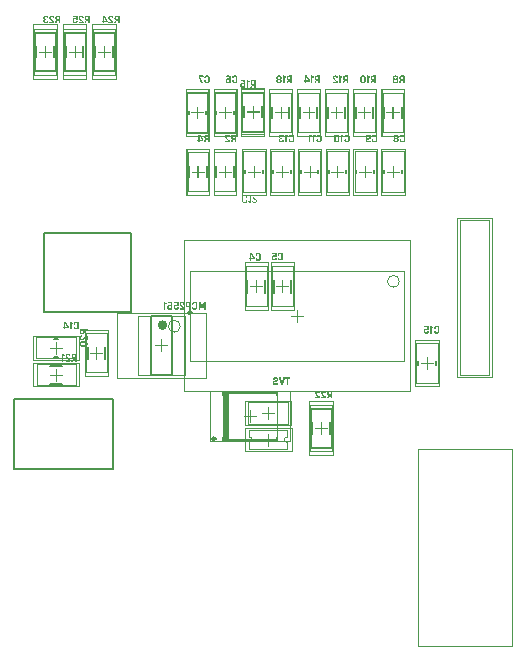
<source format=gbo>
G04*
G04 #@! TF.GenerationSoftware,Altium Limited,Altium Designer,19.1.8 (144)*
G04*
G04 Layer_Color=32896*
%FSLAX44Y44*%
%MOMM*%
G71*
G01*
G75*
%ADD10C,0.2000*%
%ADD12C,0.2500*%
%ADD14C,0.1000*%
%ADD17R,0.6187X3.9500*%
%ADD18C,0.0500*%
%ADD40C,0.4000*%
G36*
X602890Y370213D02*
X603016Y370170D01*
X603073Y370142D01*
X603115Y370128D01*
X603143Y370100D01*
X603157D01*
X604074Y369522D01*
X604130Y369494D01*
X604158Y369451D01*
X604215Y369367D01*
X604229Y369296D01*
Y369282D01*
Y369268D01*
Y368436D01*
X604215Y368366D01*
X604201Y368324D01*
X604158Y368295D01*
X604045D01*
X604031Y368310D01*
X604017D01*
X603016Y368873D01*
Y363940D01*
X603002Y363869D01*
X602988Y363813D01*
X602946Y363784D01*
X602904Y363756D01*
X602833Y363728D01*
X601931D01*
X601861Y363742D01*
X601804Y363756D01*
X601790Y363770D01*
X601776D01*
X601748Y363813D01*
X601734Y363869D01*
Y363925D01*
Y363940D01*
Y370029D01*
X601748Y370100D01*
X601762Y370156D01*
X601804Y370184D01*
X601832Y370213D01*
X601917Y370241D01*
X602763D01*
X602890Y370213D01*
D02*
G37*
G36*
X600380Y370227D02*
X600437Y370213D01*
X600479Y370170D01*
X600507Y370142D01*
X600535Y370058D01*
Y370043D01*
Y370029D01*
Y366815D01*
X600521Y366745D01*
X600493Y366702D01*
X600423Y366646D01*
X600338Y366618D01*
X599478D01*
X599422Y366632D01*
X599365Y366646D01*
X599267Y366731D01*
X599210Y366801D01*
X599182Y366815D01*
Y366829D01*
X599126Y366900D01*
X599055Y366956D01*
X598999Y366984D01*
X598928Y367013D01*
X598872Y367027D01*
X598830Y367041D01*
X598181D01*
X598068Y367013D01*
X597970Y366998D01*
X597899Y366970D01*
X597857Y366942D01*
X597815Y366914D01*
X597786Y366900D01*
Y366886D01*
X597730Y366815D01*
X597702Y366731D01*
X597645Y366533D01*
Y366435D01*
X597631Y366364D01*
Y366308D01*
Y366294D01*
Y365391D01*
Y365279D01*
X597660Y365180D01*
X597674Y365095D01*
X597702Y365039D01*
X597730Y364983D01*
X597758Y364954D01*
X597772Y364940D01*
X597786Y364926D01*
X597857Y364884D01*
X597927Y364856D01*
X598083Y364813D01*
X598153D01*
X598209Y364799D01*
X598858D01*
X598942Y364813D01*
X599027Y364842D01*
X599083Y364870D01*
X599140Y364884D01*
X599168Y364912D01*
X599196Y364926D01*
X599239Y364983D01*
X599281Y365053D01*
X599323Y365208D01*
Y365279D01*
X599337Y365335D01*
Y365377D01*
Y365391D01*
Y365575D01*
X599351Y365645D01*
X599365Y365702D01*
X599408Y365744D01*
X599436Y365772D01*
X599520Y365800D01*
X600409D01*
X600479Y365786D01*
X600535Y365772D01*
X600564Y365730D01*
X600592Y365687D01*
X600620Y365617D01*
Y365589D01*
Y365575D01*
Y365377D01*
X600606Y365095D01*
X600550Y364842D01*
X600479Y364630D01*
X600394Y364461D01*
X600324Y364334D01*
X600253Y364235D01*
X600197Y364165D01*
X600183Y364151D01*
X600000Y364010D01*
X599802Y363911D01*
X599605Y363827D01*
X599394Y363784D01*
X599224Y363756D01*
X599069Y363742D01*
X599013Y363728D01*
X598054D01*
X597772Y363742D01*
X597533Y363798D01*
X597321Y363869D01*
X597138Y363940D01*
X597011Y364024D01*
X596912Y364080D01*
X596842Y364137D01*
X596828Y364151D01*
X596687Y364334D01*
X596574Y364532D01*
X596504Y364729D01*
X596447Y364926D01*
X596419Y365109D01*
X596391Y365251D01*
Y365307D01*
Y365349D01*
Y365363D01*
Y365377D01*
Y366491D01*
X596405Y366773D01*
X596461Y367013D01*
X596532Y367224D01*
X596631Y367407D01*
X596757Y367562D01*
X596884Y367689D01*
X597025Y367788D01*
X597166Y367873D01*
X597321Y367943D01*
X597462Y367985D01*
X597589Y368028D01*
X597716Y368042D01*
X597815Y368056D01*
X597885Y368070D01*
X598393D01*
X598618Y368042D01*
X598815Y367985D01*
X598956Y367915D01*
X599069Y367816D01*
X599154Y367718D01*
X599196Y367647D01*
X599224Y367591D01*
X599239Y367562D01*
Y369057D01*
X596786D01*
X596715Y369071D01*
X596659Y369085D01*
X596631Y369127D01*
X596602Y369169D01*
X596574Y369240D01*
Y369254D01*
Y369268D01*
Y370029D01*
X596588Y370100D01*
X596602Y370156D01*
X596645Y370184D01*
X596673Y370213D01*
X596757Y370241D01*
X600310D01*
X600380Y370227D01*
D02*
G37*
G36*
X607965D02*
X608218Y370170D01*
X608430Y370114D01*
X608599Y370029D01*
X608740Y369959D01*
X608839Y369888D01*
X608909Y369832D01*
X608923Y369818D01*
X609064Y369649D01*
X609177Y369451D01*
X609247Y369240D01*
X609304Y369043D01*
X609332Y368873D01*
X609346Y368718D01*
X609360Y368662D01*
Y368634D01*
Y368606D01*
Y368591D01*
Y365377D01*
X609346Y365095D01*
X609290Y364842D01*
X609219Y364630D01*
X609134Y364461D01*
X609064Y364334D01*
X608994Y364235D01*
X608937Y364165D01*
X608923Y364151D01*
X608740Y364010D01*
X608543Y363911D01*
X608345Y363827D01*
X608134Y363784D01*
X607965Y363756D01*
X607809Y363742D01*
X607753Y363728D01*
X606583D01*
X606301Y363742D01*
X606047Y363798D01*
X605836Y363869D01*
X605667Y363940D01*
X605526Y364024D01*
X605427Y364080D01*
X605356Y364137D01*
X605342Y364151D01*
X605201Y364334D01*
X605089Y364532D01*
X605018Y364729D01*
X604962Y364926D01*
X604934Y365109D01*
X604905Y365251D01*
Y365307D01*
Y365349D01*
Y365363D01*
Y365377D01*
Y365857D01*
X604920Y365927D01*
X604934Y365984D01*
X604976Y366026D01*
X605018Y366054D01*
X605089Y366082D01*
X605977D01*
X606047Y366068D01*
X606104Y366054D01*
X606132Y366012D01*
X606160Y365969D01*
X606188Y365899D01*
Y365871D01*
Y365857D01*
Y365434D01*
Y365321D01*
X606217Y365222D01*
X606231Y365138D01*
X606259Y365081D01*
X606287Y365025D01*
X606301Y364997D01*
X606329Y364983D01*
Y364968D01*
X606386Y364926D01*
X606456Y364898D01*
X606611Y364856D01*
X606682D01*
X606738Y364842D01*
X607598D01*
X607683Y364856D01*
X607767Y364884D01*
X607823Y364912D01*
X607880Y364926D01*
X607908Y364954D01*
X607936Y364968D01*
X607979Y365025D01*
X608007Y365095D01*
X608049Y365251D01*
Y365321D01*
X608063Y365377D01*
Y365420D01*
Y365434D01*
Y368535D01*
Y368648D01*
X608049Y368746D01*
X608021Y368817D01*
X607993Y368887D01*
X607979Y368930D01*
X607950Y368958D01*
X607936Y368986D01*
X607880Y369029D01*
X607809Y369071D01*
X607654Y369113D01*
X607584Y369127D01*
X606682D01*
X606583Y369099D01*
X606498Y369085D01*
X606442Y369057D01*
X606386Y369029D01*
X606357Y369014D01*
X606329Y368986D01*
X606287Y368930D01*
X606245Y368859D01*
X606202Y368718D01*
X606188Y368648D01*
Y368591D01*
Y368549D01*
Y368535D01*
Y368112D01*
X606174Y368042D01*
X606160Y367985D01*
X606118Y367943D01*
X606076Y367915D01*
X606005Y367887D01*
X605131D01*
X605061Y367901D01*
X605004Y367929D01*
X604962Y367957D01*
X604934Y367999D01*
X604905Y368084D01*
Y368098D01*
Y368112D01*
Y368591D01*
X604920Y368873D01*
X604976Y369113D01*
X605046Y369324D01*
X605117Y369494D01*
X605201Y369635D01*
X605272Y369719D01*
X605328Y369790D01*
X605342Y369804D01*
X605526Y369945D01*
X605723Y370058D01*
X605920Y370128D01*
X606132Y370184D01*
X606301Y370213D01*
X606456Y370241D01*
X607683D01*
X607965Y370227D01*
D02*
G37*
G36*
X478470Y326793D02*
X478526Y326779D01*
X478569Y326736D01*
X478583Y326694D01*
Y326624D01*
Y326595D01*
Y326581D01*
X477004Y320505D01*
X476976Y320435D01*
X476948Y320379D01*
X476905Y320350D01*
X476863Y320322D01*
X476778Y320294D01*
X475425D01*
X475355Y320308D01*
X475298Y320322D01*
X475228Y320407D01*
X475200Y320477D01*
X475186Y320491D01*
Y320505D01*
X473607Y326581D01*
Y326652D01*
X473621Y326708D01*
X473649Y326750D01*
X473691Y326779D01*
X473776Y326807D01*
X474763D01*
X474833Y326793D01*
X474889Y326779D01*
X474974Y326708D01*
X475002Y326624D01*
X475016Y326609D01*
Y326595D01*
X476074Y321605D01*
X476116D01*
X477187Y326595D01*
X477201Y326666D01*
X477230Y326722D01*
X477272Y326750D01*
X477314Y326779D01*
X477399Y326807D01*
X478386D01*
X478470Y326793D01*
D02*
G37*
G36*
X482981D02*
X483037Y326779D01*
X483066Y326736D01*
X483094Y326708D01*
X483122Y326624D01*
Y326609D01*
Y326595D01*
Y325905D01*
X483108Y325834D01*
X483094Y325778D01*
X483052Y325750D01*
X483009Y325721D01*
X482939Y325693D01*
X481755D01*
X481684Y325679D01*
X481656Y325637D01*
X481642Y325594D01*
Y325580D01*
Y320505D01*
X481628Y320435D01*
X481600Y320379D01*
X481571Y320350D01*
X481529Y320322D01*
X481445Y320294D01*
X480556D01*
X480486Y320308D01*
X480430Y320322D01*
X480401Y320364D01*
X480373Y320407D01*
X480345Y320477D01*
Y320491D01*
Y320505D01*
Y325580D01*
X480331Y325651D01*
X480289Y325679D01*
X480246Y325693D01*
X479076D01*
X479006Y325707D01*
X478949Y325721D01*
X478907Y325764D01*
X478879Y325806D01*
X478851Y325876D01*
Y325891D01*
Y325905D01*
Y326595D01*
X478865Y326666D01*
X478879Y326722D01*
X478921Y326750D01*
X478964Y326779D01*
X479034Y326807D01*
X482911D01*
X482981Y326793D01*
D02*
G37*
G36*
X471563D02*
X471816Y326736D01*
X472028Y326666D01*
X472211Y326595D01*
X472352Y326511D01*
X472451Y326440D01*
X472507Y326384D01*
X472535Y326370D01*
X472676Y326201D01*
X472789Y326003D01*
X472859Y325792D01*
X472916Y325594D01*
X472944Y325425D01*
X472958Y325270D01*
X472972Y325214D01*
Y325186D01*
Y325158D01*
Y325143D01*
Y324791D01*
X472958Y324565D01*
X472930Y324368D01*
X472902Y324199D01*
X472845Y324044D01*
X472803Y323931D01*
X472775Y323832D01*
X472747Y323776D01*
X472733Y323762D01*
X472634Y323621D01*
X472535Y323508D01*
X472437Y323424D01*
X472352Y323353D01*
X472267Y323297D01*
X472197Y323254D01*
X472155Y323240D01*
X472141Y323226D01*
X471873Y323128D01*
X471746Y323099D01*
X471633Y323057D01*
X471520Y323029D01*
X471450Y323015D01*
X471393Y323001D01*
X471379D01*
X471083Y322944D01*
X470942Y322930D01*
X470830Y322916D01*
X470731Y322902D01*
X470660Y322888D01*
X470604D01*
X470364Y322846D01*
X470266Y322817D01*
X470181Y322775D01*
X470111Y322747D01*
X470054Y322719D01*
X470026Y322705D01*
X470012Y322691D01*
X469927Y322620D01*
X469871Y322550D01*
X469829Y322479D01*
X469800Y322408D01*
X469786Y322338D01*
X469772Y322282D01*
Y322253D01*
Y322239D01*
Y322127D01*
Y321986D01*
X469800Y321859D01*
X469814Y321760D01*
X469843Y321675D01*
X469871Y321619D01*
X469899Y321577D01*
X469913Y321563D01*
X469927Y321549D01*
X469998Y321506D01*
X470082Y321464D01*
X470266Y321422D01*
X470350D01*
X470421Y321408D01*
X471097D01*
X471210Y321436D01*
X471309Y321450D01*
X471393Y321478D01*
X471450Y321506D01*
X471492Y321520D01*
X471506Y321549D01*
X471520D01*
X471577Y321605D01*
X471605Y321690D01*
X471661Y321859D01*
Y321943D01*
X471675Y322014D01*
Y322056D01*
Y322070D01*
Y322155D01*
X471689Y322225D01*
X471703Y322282D01*
X471746Y322310D01*
X471774Y322338D01*
X471859Y322366D01*
X472747D01*
X472817Y322352D01*
X472874Y322338D01*
X472902Y322296D01*
X472930Y322268D01*
X472958Y322183D01*
Y322169D01*
Y322155D01*
Y321957D01*
X472944Y321675D01*
X472888Y321422D01*
X472817Y321210D01*
X472733Y321041D01*
X472662Y320900D01*
X472592Y320802D01*
X472535Y320731D01*
X472521Y320717D01*
X472338Y320576D01*
X472141Y320477D01*
X471929Y320393D01*
X471732Y320350D01*
X471549Y320322D01*
X471408Y320308D01*
X471351Y320294D01*
X470167D01*
X469885Y320308D01*
X469645Y320364D01*
X469434Y320435D01*
X469251Y320505D01*
X469124Y320590D01*
X469025Y320646D01*
X468955Y320703D01*
X468941Y320717D01*
X468785Y320900D01*
X468673Y321097D01*
X468602Y321295D01*
X468546Y321506D01*
X468518Y321675D01*
X468489Y321831D01*
Y321887D01*
Y321929D01*
Y321943D01*
Y321957D01*
Y322296D01*
X468503Y322507D01*
X468532Y322705D01*
X468560Y322874D01*
X468602Y323029D01*
X468659Y323142D01*
X468687Y323226D01*
X468715Y323283D01*
X468729Y323297D01*
X468828Y323438D01*
X468926Y323550D01*
X469025Y323649D01*
X469110Y323720D01*
X469194Y323776D01*
X469265Y323818D01*
X469307Y323846D01*
X469321D01*
X469575Y323945D01*
X469843Y324016D01*
X470097Y324072D01*
X470336Y324114D01*
X470533Y324142D01*
X470703Y324171D01*
X470759D01*
X470801Y324185D01*
X470844D01*
X470985Y324199D01*
X471111Y324227D01*
X471224Y324255D01*
X471323Y324297D01*
X471408Y324340D01*
X471478Y324396D01*
X471577Y324481D01*
X471633Y324580D01*
X471661Y324664D01*
X471675Y324720D01*
Y324735D01*
Y324932D01*
Y325087D01*
X471647Y325214D01*
X471633Y325327D01*
X471605Y325411D01*
X471577Y325468D01*
X471563Y325510D01*
X471534Y325524D01*
Y325538D01*
X471464Y325594D01*
X471379Y325623D01*
X471196Y325679D01*
X471111D01*
X471041Y325693D01*
X470435D01*
X470322Y325665D01*
X470223Y325651D01*
X470153Y325623D01*
X470097Y325594D01*
X470054Y325580D01*
X470026Y325552D01*
X469970Y325496D01*
X469941Y325411D01*
X469885Y325228D01*
Y325143D01*
X469871Y325087D01*
Y325031D01*
Y325017D01*
Y324960D01*
X469857Y324890D01*
X469829Y324833D01*
X469800Y324805D01*
X469758Y324777D01*
X469674Y324749D01*
X468785D01*
X468715Y324763D01*
X468659Y324777D01*
X468630Y324819D01*
X468602Y324861D01*
X468574Y324932D01*
Y324946D01*
Y324960D01*
Y325143D01*
X468588Y325425D01*
X468644Y325679D01*
X468715Y325891D01*
X468800Y326060D01*
X468884Y326201D01*
X468955Y326285D01*
X469011Y326356D01*
X469025Y326370D01*
X469208Y326511D01*
X469406Y326624D01*
X469617Y326694D01*
X469814Y326750D01*
X469998Y326779D01*
X470139Y326807D01*
X471281D01*
X471563Y326793D01*
D02*
G37*
G36*
X306787Y633019D02*
X307041Y632962D01*
X307253Y632906D01*
X307422Y632821D01*
X307563Y632751D01*
X307661Y632680D01*
X307732Y632624D01*
X307746Y632610D01*
X307887Y632441D01*
X308000Y632243D01*
X308070Y632046D01*
X308127Y631849D01*
X308155Y631665D01*
X308169Y631525D01*
X308183Y631468D01*
Y631426D01*
Y631412D01*
Y631398D01*
Y631045D01*
X308169Y630975D01*
X308141Y630918D01*
X308113Y630890D01*
X308070Y630862D01*
X307986Y630834D01*
X307097D01*
X307027Y630848D01*
X306971Y630862D01*
X306942Y630904D01*
X306914Y630947D01*
X306886Y631017D01*
Y631031D01*
Y631045D01*
Y631369D01*
Y631482D01*
X306872Y631581D01*
X306844Y631651D01*
X306816Y631722D01*
X306801Y631764D01*
X306773Y631792D01*
X306759Y631820D01*
X306703Y631863D01*
X306632Y631905D01*
X306477Y631947D01*
X306407Y631962D01*
X305829D01*
X305730Y631933D01*
X305646Y631919D01*
X305575Y631891D01*
X305519Y631863D01*
X305490Y631849D01*
X305462Y631820D01*
X305406Y631764D01*
X305378Y631694D01*
X305321Y631553D01*
Y631482D01*
X305307Y631426D01*
Y631384D01*
Y631369D01*
Y631073D01*
X305321Y630918D01*
X305378Y630763D01*
X305448Y630622D01*
X305533Y630495D01*
X305631Y630397D01*
X305702Y630326D01*
X305758Y630270D01*
X305772Y630256D01*
X307633Y628677D01*
X307802Y628522D01*
X307929Y628353D01*
X308014Y628184D01*
X308070Y628028D01*
X308113Y627902D01*
X308127Y627789D01*
X308141Y627718D01*
Y627690D01*
Y626731D01*
X308127Y626661D01*
X308113Y626605D01*
X308070Y626576D01*
X308028Y626548D01*
X307957Y626520D01*
X304264D01*
X304193Y626534D01*
X304137Y626548D01*
X304109Y626590D01*
X304081Y626633D01*
X304053Y626703D01*
Y626717D01*
Y626731D01*
Y627436D01*
X304067Y627507D01*
X304081Y627563D01*
X304123Y627591D01*
X304151Y627620D01*
X304236Y627648D01*
X306689D01*
Y627817D01*
X306675Y627902D01*
X306632Y627986D01*
X306590Y628042D01*
X306576Y628057D01*
X304659Y629678D01*
X304546Y629776D01*
X304461Y629889D01*
X304306Y630101D01*
X304193Y630326D01*
X304123Y630524D01*
X304081Y630707D01*
X304067Y630862D01*
X304053Y630918D01*
Y630961D01*
Y630975D01*
Y630989D01*
Y631398D01*
X304067Y631680D01*
X304123Y631919D01*
X304193Y632131D01*
X304264Y632300D01*
X304349Y632441D01*
X304419Y632525D01*
X304475Y632596D01*
X304490Y632610D01*
X304673Y632751D01*
X304870Y632850D01*
X305068Y632934D01*
X305279Y632976D01*
X305448Y633005D01*
X305603Y633033D01*
X306505D01*
X306787Y633019D01*
D02*
G37*
G36*
X302911D02*
X302967Y633005D01*
X303009Y632962D01*
X303038Y632934D01*
X303066Y632850D01*
Y632836D01*
Y632821D01*
Y629607D01*
X303052Y629537D01*
X303023Y629495D01*
X302953Y629438D01*
X302868Y629410D01*
X302008D01*
X301952Y629424D01*
X301896Y629438D01*
X301797Y629523D01*
X301741Y629593D01*
X301712Y629607D01*
Y629621D01*
X301656Y629692D01*
X301586Y629748D01*
X301529Y629776D01*
X301459Y629805D01*
X301402Y629819D01*
X301360Y629833D01*
X300712D01*
X300599Y629805D01*
X300500Y629791D01*
X300430Y629762D01*
X300387Y629734D01*
X300345Y629706D01*
X300317Y629692D01*
Y629678D01*
X300261Y629607D01*
X300232Y629523D01*
X300176Y629325D01*
Y629227D01*
X300162Y629156D01*
Y629100D01*
Y629086D01*
Y628184D01*
Y628071D01*
X300190Y627972D01*
X300204Y627887D01*
X300232Y627831D01*
X300261Y627775D01*
X300289Y627747D01*
X300303Y627732D01*
X300317Y627718D01*
X300387Y627676D01*
X300458Y627648D01*
X300613Y627606D01*
X300683D01*
X300740Y627591D01*
X301388D01*
X301473Y627606D01*
X301557Y627634D01*
X301614Y627662D01*
X301670Y627676D01*
X301698Y627704D01*
X301726Y627718D01*
X301769Y627775D01*
X301811Y627845D01*
X301853Y628000D01*
Y628071D01*
X301868Y628127D01*
Y628169D01*
Y628184D01*
Y628367D01*
X301882Y628437D01*
X301896Y628494D01*
X301938Y628536D01*
X301966Y628564D01*
X302051Y628592D01*
X302939D01*
X303009Y628578D01*
X303066Y628564D01*
X303094Y628522D01*
X303122Y628479D01*
X303150Y628409D01*
Y628381D01*
Y628367D01*
Y628169D01*
X303136Y627887D01*
X303080Y627634D01*
X303009Y627422D01*
X302925Y627253D01*
X302854Y627126D01*
X302784Y627028D01*
X302727Y626957D01*
X302713Y626943D01*
X302530Y626802D01*
X302333Y626703D01*
X302135Y626619D01*
X301924Y626576D01*
X301755Y626548D01*
X301600Y626534D01*
X301543Y626520D01*
X300585D01*
X300303Y626534D01*
X300063Y626590D01*
X299852Y626661D01*
X299668Y626731D01*
X299541Y626816D01*
X299443Y626872D01*
X299372Y626929D01*
X299358Y626943D01*
X299217Y627126D01*
X299104Y627324D01*
X299034Y627521D01*
X298978Y627718D01*
X298949Y627902D01*
X298921Y628042D01*
Y628099D01*
Y628141D01*
Y628155D01*
Y628169D01*
Y629283D01*
X298935Y629565D01*
X298992Y629805D01*
X299062Y630016D01*
X299161Y630199D01*
X299288Y630354D01*
X299415Y630481D01*
X299556Y630580D01*
X299697Y630665D01*
X299852Y630735D01*
X299993Y630777D01*
X300119Y630820D01*
X300246Y630834D01*
X300345Y630848D01*
X300415Y630862D01*
X300923D01*
X301149Y630834D01*
X301346Y630777D01*
X301487Y630707D01*
X301600Y630608D01*
X301684Y630509D01*
X301726Y630439D01*
X301755Y630383D01*
X301769Y630354D01*
Y631849D01*
X299316D01*
X299245Y631863D01*
X299189Y631877D01*
X299161Y631919D01*
X299133Y631962D01*
X299104Y632032D01*
Y632046D01*
Y632060D01*
Y632821D01*
X299119Y632892D01*
X299133Y632948D01*
X299175Y632976D01*
X299203Y633005D01*
X299288Y633033D01*
X302840D01*
X302911Y633019D01*
D02*
G37*
G36*
X313371D02*
X313427Y633005D01*
X313455Y632962D01*
X313483Y632934D01*
X313512Y632850D01*
Y632836D01*
Y632821D01*
Y626731D01*
X313498Y626661D01*
X313483Y626605D01*
X313441Y626576D01*
X313399Y626548D01*
X313328Y626520D01*
X312426D01*
X312356Y626534D01*
X312299Y626548D01*
X312271Y626590D01*
X312243Y626633D01*
X312215Y626703D01*
Y626717D01*
Y626731D01*
Y628804D01*
X312201Y628874D01*
X312158Y628903D01*
X312116Y628917D01*
X311411D01*
X310396Y626731D01*
X310354Y626647D01*
X310312Y626590D01*
X310283Y626562D01*
X310269Y626548D01*
X310185Y626534D01*
X310100Y626520D01*
X309184D01*
X309099Y626534D01*
X309043Y626562D01*
X309015Y626590D01*
X309001Y626647D01*
Y626717D01*
X309015Y626746D01*
Y626760D01*
X310100Y629015D01*
Y629058D01*
X309945Y629142D01*
X309804Y629227D01*
X309677Y629339D01*
X309579Y629452D01*
X309494Y629579D01*
X309424Y629706D01*
X309311Y629960D01*
X309240Y630199D01*
X309226Y630298D01*
X309212Y630397D01*
X309198Y630467D01*
Y630524D01*
Y630566D01*
Y630580D01*
Y631369D01*
X309212Y631651D01*
X309268Y631905D01*
X309339Y632117D01*
X309424Y632286D01*
X309508Y632427D01*
X309579Y632511D01*
X309635Y632582D01*
X309649Y632596D01*
X309832Y632737D01*
X310030Y632850D01*
X310227Y632920D01*
X310424Y632976D01*
X310608Y633005D01*
X310749Y633033D01*
X313300D01*
X313371Y633019D01*
D02*
G37*
G36*
X331933D02*
X332187Y632962D01*
X332399Y632906D01*
X332568Y632821D01*
X332709Y632751D01*
X332807Y632680D01*
X332878Y632624D01*
X332892Y632610D01*
X333033Y632441D01*
X333146Y632243D01*
X333216Y632046D01*
X333273Y631849D01*
X333301Y631665D01*
X333315Y631525D01*
X333329Y631468D01*
Y631426D01*
Y631412D01*
Y631398D01*
Y631045D01*
X333315Y630975D01*
X333287Y630918D01*
X333259Y630890D01*
X333216Y630862D01*
X333132Y630834D01*
X332243D01*
X332173Y630848D01*
X332117Y630862D01*
X332088Y630904D01*
X332060Y630947D01*
X332032Y631017D01*
Y631031D01*
Y631045D01*
Y631369D01*
Y631482D01*
X332018Y631581D01*
X331990Y631651D01*
X331962Y631722D01*
X331948Y631764D01*
X331919Y631792D01*
X331905Y631820D01*
X331849Y631863D01*
X331778Y631905D01*
X331623Y631947D01*
X331553Y631962D01*
X330975D01*
X330876Y631933D01*
X330792Y631919D01*
X330721Y631891D01*
X330665Y631863D01*
X330636Y631849D01*
X330608Y631820D01*
X330552Y631764D01*
X330524Y631694D01*
X330467Y631553D01*
Y631482D01*
X330453Y631426D01*
Y631384D01*
Y631369D01*
Y631073D01*
X330467Y630918D01*
X330524Y630763D01*
X330594Y630622D01*
X330679Y630495D01*
X330777Y630397D01*
X330848Y630326D01*
X330904Y630270D01*
X330918Y630256D01*
X332779Y628677D01*
X332948Y628522D01*
X333075Y628353D01*
X333160Y628184D01*
X333216Y628028D01*
X333259Y627902D01*
X333273Y627789D01*
X333287Y627718D01*
Y627690D01*
Y626731D01*
X333273Y626661D01*
X333259Y626605D01*
X333216Y626576D01*
X333174Y626548D01*
X333103Y626520D01*
X329410D01*
X329339Y626534D01*
X329283Y626548D01*
X329255Y626590D01*
X329227Y626633D01*
X329199Y626703D01*
Y626717D01*
Y626731D01*
Y627436D01*
X329213Y627507D01*
X329227Y627563D01*
X329269Y627591D01*
X329297Y627620D01*
X329382Y627648D01*
X331835D01*
Y627817D01*
X331821Y627902D01*
X331778Y627986D01*
X331736Y628042D01*
X331722Y628057D01*
X329805Y629678D01*
X329692Y629776D01*
X329607Y629889D01*
X329452Y630101D01*
X329339Y630326D01*
X329269Y630524D01*
X329227Y630707D01*
X329213Y630862D01*
X329199Y630918D01*
Y630961D01*
Y630975D01*
Y630989D01*
Y631398D01*
X329213Y631680D01*
X329269Y631919D01*
X329339Y632131D01*
X329410Y632300D01*
X329495Y632441D01*
X329565Y632525D01*
X329622Y632596D01*
X329636Y632610D01*
X329819Y632751D01*
X330016Y632850D01*
X330214Y632934D01*
X330425Y632976D01*
X330594Y633005D01*
X330749Y633033D01*
X331651D01*
X331933Y633019D01*
D02*
G37*
G36*
X338517D02*
X338573Y633005D01*
X338601Y632962D01*
X338629Y632934D01*
X338658Y632850D01*
Y632836D01*
Y632821D01*
Y626731D01*
X338643Y626661D01*
X338629Y626605D01*
X338587Y626576D01*
X338545Y626548D01*
X338474Y626520D01*
X337572D01*
X337502Y626534D01*
X337445Y626548D01*
X337417Y626590D01*
X337389Y626633D01*
X337361Y626703D01*
Y626717D01*
Y626731D01*
Y628804D01*
X337347Y628874D01*
X337304Y628903D01*
X337262Y628917D01*
X336557D01*
X335542Y626731D01*
X335500Y626647D01*
X335458Y626590D01*
X335429Y626562D01*
X335415Y626548D01*
X335331Y626534D01*
X335246Y626520D01*
X334330D01*
X334245Y626534D01*
X334189Y626562D01*
X334161Y626590D01*
X334147Y626647D01*
Y626717D01*
X334161Y626746D01*
Y626760D01*
X335246Y629015D01*
Y629058D01*
X335091Y629142D01*
X334950Y629227D01*
X334823Y629339D01*
X334725Y629452D01*
X334640Y629579D01*
X334570Y629706D01*
X334457Y629960D01*
X334386Y630199D01*
X334372Y630298D01*
X334358Y630397D01*
X334344Y630467D01*
Y630524D01*
Y630566D01*
Y630580D01*
Y631369D01*
X334358Y631651D01*
X334414Y631905D01*
X334485Y632117D01*
X334570Y632286D01*
X334654Y632427D01*
X334725Y632511D01*
X334781Y632582D01*
X334795Y632596D01*
X334978Y632737D01*
X335176Y632850D01*
X335373Y632920D01*
X335570Y632976D01*
X335754Y633005D01*
X335895Y633033D01*
X338446D01*
X338517Y633019D01*
D02*
G37*
G36*
X325970D02*
X326041Y633005D01*
X326097Y632976D01*
X326111Y632962D01*
X326182Y632906D01*
X326238Y632821D01*
X326281Y632751D01*
X326295Y632737D01*
Y632723D01*
X328325Y628973D01*
X328381Y628818D01*
X328409Y628649D01*
X328423Y628578D01*
Y628522D01*
Y628479D01*
Y628465D01*
Y628071D01*
X328409Y627958D01*
X328367Y627873D01*
X328339Y627817D01*
X328325Y627803D01*
X328226Y627747D01*
X328141Y627718D01*
X328071Y627704D01*
X325533D01*
Y626731D01*
X325519Y626661D01*
X325491Y626605D01*
X325463Y626576D01*
X325421Y626548D01*
X325336Y626520D01*
X324518D01*
X324448Y626534D01*
X324392Y626548D01*
X324377Y626562D01*
X324363D01*
X324335Y626605D01*
X324321Y626661D01*
Y626717D01*
Y626731D01*
Y627704D01*
X323588D01*
X323517Y627718D01*
X323475Y627747D01*
X323419Y627817D01*
X323391Y627902D01*
Y627916D01*
Y627930D01*
Y628620D01*
X323405Y628691D01*
X323419Y628733D01*
X323489Y628790D01*
X323560Y628818D01*
X324321D01*
Y632666D01*
X324335Y632779D01*
X324377Y632864D01*
X324420Y632920D01*
X324434Y632934D01*
X324518Y632991D01*
X324603Y633019D01*
X324673Y633033D01*
X325858D01*
X325970Y633019D01*
D02*
G37*
G36*
X276947D02*
X277201Y632962D01*
X277412Y632906D01*
X277582Y632821D01*
X277723Y632751D01*
X277821Y632680D01*
X277892Y632624D01*
X277906Y632610D01*
X278047Y632441D01*
X278160Y632243D01*
X278230Y632046D01*
X278286Y631849D01*
X278315Y631665D01*
X278329Y631525D01*
X278343Y631468D01*
Y631426D01*
Y631412D01*
Y631398D01*
Y631116D01*
X278329Y631045D01*
X278315Y630989D01*
X278272Y630961D01*
X278230Y630932D01*
X278160Y630904D01*
X277272D01*
X277201Y630918D01*
X277145Y630932D01*
X277102Y630975D01*
X277074Y631017D01*
X277046Y631087D01*
Y631102D01*
Y631116D01*
Y631369D01*
Y631482D01*
X277032Y631581D01*
X277004Y631651D01*
X276975Y631722D01*
X276961Y631764D01*
X276933Y631792D01*
X276919Y631820D01*
X276863Y631863D01*
X276792Y631905D01*
X276651Y631947D01*
X276581Y631962D01*
X275862D01*
X275763Y631933D01*
X275679Y631919D01*
X275608Y631891D01*
X275552Y631863D01*
X275523Y631849D01*
X275495Y631820D01*
X275439Y631764D01*
X275411Y631694D01*
X275354Y631553D01*
Y631482D01*
X275340Y631426D01*
Y631384D01*
Y631369D01*
Y630904D01*
Y630791D01*
X275368Y630693D01*
X275383Y630608D01*
X275411Y630552D01*
X275439Y630495D01*
X275467Y630467D01*
X275481Y630453D01*
X275495Y630439D01*
X275552Y630397D01*
X275622Y630368D01*
X275791Y630326D01*
X275862D01*
X275918Y630312D01*
X276496D01*
X276567Y630298D01*
X276623Y630284D01*
X276651Y630242D01*
X276679Y630199D01*
X276708Y630129D01*
Y630101D01*
Y630087D01*
Y629480D01*
X276694Y629410D01*
X276679Y629354D01*
X276637Y629325D01*
X276595Y629297D01*
X276524Y629269D01*
X275862D01*
X275763Y629241D01*
X275679Y629227D01*
X275608Y629198D01*
X275552Y629170D01*
X275523Y629156D01*
X275495Y629128D01*
X275439Y629072D01*
X275411Y629001D01*
X275354Y628846D01*
Y628790D01*
X275340Y628733D01*
Y628691D01*
Y628677D01*
Y628184D01*
Y628071D01*
X275368Y627972D01*
X275383Y627887D01*
X275411Y627831D01*
X275439Y627775D01*
X275467Y627747D01*
X275481Y627732D01*
X275495Y627718D01*
X275552Y627676D01*
X275622Y627648D01*
X275791Y627606D01*
X275862D01*
X275918Y627591D01*
X276581D01*
X276679Y627606D01*
X276750Y627634D01*
X276821Y627662D01*
X276863Y627676D01*
X276891Y627704D01*
X276919Y627718D01*
X276961Y627775D01*
X276990Y627845D01*
X277032Y628000D01*
Y628071D01*
X277046Y628127D01*
Y628169D01*
Y628184D01*
Y628437D01*
X277060Y628508D01*
X277074Y628564D01*
X277117Y628606D01*
X277159Y628635D01*
X277229Y628663D01*
X278132D01*
X278202Y628649D01*
X278258Y628635D01*
X278286Y628592D01*
X278315Y628550D01*
X278343Y628479D01*
Y628451D01*
Y628437D01*
Y628155D01*
X278329Y627873D01*
X278272Y627634D01*
X278202Y627422D01*
X278117Y627253D01*
X278047Y627112D01*
X277976Y627028D01*
X277920Y626957D01*
X277906Y626943D01*
X277723Y626802D01*
X277525Y626703D01*
X277328Y626619D01*
X277117Y626576D01*
X276947Y626548D01*
X276792Y626534D01*
X276736Y626520D01*
X275763D01*
X275481Y626534D01*
X275228Y626590D01*
X275016Y626661D01*
X274847Y626731D01*
X274706Y626816D01*
X274607Y626872D01*
X274537Y626929D01*
X274523Y626943D01*
X274382Y627112D01*
X274269Y627309D01*
X274198Y627507D01*
X274142Y627704D01*
X274114Y627887D01*
X274086Y628028D01*
Y628085D01*
Y628127D01*
Y628141D01*
Y628155D01*
Y628677D01*
X274100Y628846D01*
X274114Y628987D01*
X274156Y629128D01*
X274212Y629241D01*
X274269Y629339D01*
X274339Y629438D01*
X274480Y629579D01*
X274635Y629678D01*
X274762Y629734D01*
X274819Y629748D01*
X274861Y629762D01*
X274875Y629776D01*
X274889D01*
X274748Y629833D01*
X274621Y629903D01*
X274523Y629974D01*
X274424Y630058D01*
X274339Y630143D01*
X274283Y630242D01*
X274184Y630425D01*
X274128Y630608D01*
X274100Y630749D01*
X274086Y630806D01*
Y630848D01*
Y630876D01*
Y630890D01*
Y631398D01*
X274100Y631680D01*
X274156Y631919D01*
X274227Y632131D01*
X274297Y632300D01*
X274382Y632441D01*
X274452Y632525D01*
X274508Y632596D01*
X274523Y632610D01*
X274706Y632751D01*
X274903Y632850D01*
X275101Y632934D01*
X275312Y632976D01*
X275481Y633005D01*
X275636Y633033D01*
X276665D01*
X276947Y633019D01*
D02*
G37*
G36*
X281895D02*
X282149Y632962D01*
X282361Y632906D01*
X282530Y632821D01*
X282671Y632751D01*
X282769Y632680D01*
X282840Y632624D01*
X282854Y632610D01*
X282995Y632441D01*
X283108Y632243D01*
X283178Y632046D01*
X283235Y631849D01*
X283263Y631665D01*
X283277Y631525D01*
X283291Y631468D01*
Y631426D01*
Y631412D01*
Y631398D01*
Y631045D01*
X283277Y630975D01*
X283249Y630918D01*
X283221Y630890D01*
X283178Y630862D01*
X283094Y630834D01*
X282206D01*
X282135Y630848D01*
X282079Y630862D01*
X282050Y630904D01*
X282022Y630947D01*
X281994Y631017D01*
Y631031D01*
Y631045D01*
Y631369D01*
Y631482D01*
X281980Y631581D01*
X281952Y631651D01*
X281924Y631722D01*
X281910Y631764D01*
X281881Y631792D01*
X281867Y631820D01*
X281811Y631863D01*
X281740Y631905D01*
X281585Y631947D01*
X281515Y631962D01*
X280937D01*
X280838Y631933D01*
X280753Y631919D01*
X280683Y631891D01*
X280627Y631863D01*
X280598Y631849D01*
X280570Y631820D01*
X280514Y631764D01*
X280486Y631694D01*
X280429Y631553D01*
Y631482D01*
X280415Y631426D01*
Y631384D01*
Y631369D01*
Y631073D01*
X280429Y630918D01*
X280486Y630763D01*
X280556Y630622D01*
X280641Y630495D01*
X280739Y630397D01*
X280810Y630326D01*
X280866Y630270D01*
X280880Y630256D01*
X282741Y628677D01*
X282910Y628522D01*
X283037Y628353D01*
X283122Y628184D01*
X283178Y628028D01*
X283221Y627902D01*
X283235Y627789D01*
X283249Y627718D01*
Y627690D01*
Y626731D01*
X283235Y626661D01*
X283221Y626605D01*
X283178Y626576D01*
X283136Y626548D01*
X283065Y626520D01*
X279372D01*
X279301Y626534D01*
X279245Y626548D01*
X279217Y626590D01*
X279189Y626633D01*
X279161Y626703D01*
Y626717D01*
Y626731D01*
Y627436D01*
X279175Y627507D01*
X279189Y627563D01*
X279231Y627591D01*
X279259Y627620D01*
X279344Y627648D01*
X281797D01*
Y627817D01*
X281783Y627902D01*
X281740Y627986D01*
X281698Y628042D01*
X281684Y628057D01*
X279767Y629678D01*
X279654Y629776D01*
X279569Y629889D01*
X279414Y630101D01*
X279301Y630326D01*
X279231Y630524D01*
X279189Y630707D01*
X279175Y630862D01*
X279161Y630918D01*
Y630961D01*
Y630975D01*
Y630989D01*
Y631398D01*
X279175Y631680D01*
X279231Y631919D01*
X279301Y632131D01*
X279372Y632300D01*
X279457Y632441D01*
X279527Y632525D01*
X279583Y632596D01*
X279598Y632610D01*
X279781Y632751D01*
X279978Y632850D01*
X280175Y632934D01*
X280387Y632976D01*
X280556Y633005D01*
X280711Y633033D01*
X281613D01*
X281895Y633019D01*
D02*
G37*
G36*
X288479D02*
X288535Y633005D01*
X288563Y632962D01*
X288591Y632934D01*
X288620Y632850D01*
Y632836D01*
Y632821D01*
Y626731D01*
X288605Y626661D01*
X288591Y626605D01*
X288549Y626576D01*
X288507Y626548D01*
X288436Y626520D01*
X287534D01*
X287464Y626534D01*
X287407Y626548D01*
X287379Y626590D01*
X287351Y626633D01*
X287323Y626703D01*
Y626717D01*
Y626731D01*
Y628804D01*
X287309Y628874D01*
X287266Y628903D01*
X287224Y628917D01*
X286519D01*
X285504Y626731D01*
X285462Y626647D01*
X285420Y626590D01*
X285391Y626562D01*
X285377Y626548D01*
X285293Y626534D01*
X285208Y626520D01*
X284292D01*
X284207Y626534D01*
X284151Y626562D01*
X284123Y626590D01*
X284109Y626647D01*
Y626717D01*
X284123Y626746D01*
Y626760D01*
X285208Y629015D01*
Y629058D01*
X285053Y629142D01*
X284912Y629227D01*
X284785Y629339D01*
X284687Y629452D01*
X284602Y629579D01*
X284531Y629706D01*
X284419Y629960D01*
X284348Y630199D01*
X284334Y630298D01*
X284320Y630397D01*
X284306Y630467D01*
Y630524D01*
Y630566D01*
Y630580D01*
Y631369D01*
X284320Y631651D01*
X284376Y631905D01*
X284447Y632117D01*
X284531Y632286D01*
X284616Y632427D01*
X284687Y632511D01*
X284743Y632582D01*
X284757Y632596D01*
X284940Y632737D01*
X285138Y632850D01*
X285335Y632920D01*
X285532Y632976D01*
X285716Y633005D01*
X285857Y633033D01*
X288408D01*
X288479Y633019D01*
D02*
G37*
G36*
X511958Y315363D02*
X512212Y315306D01*
X512423Y315250D01*
X512592Y315165D01*
X512733Y315095D01*
X512832Y315024D01*
X512902Y314968D01*
X512916Y314954D01*
X513057Y314785D01*
X513170Y314587D01*
X513241Y314390D01*
X513297Y314193D01*
X513325Y314009D01*
X513339Y313868D01*
X513353Y313812D01*
Y313770D01*
Y313756D01*
Y313742D01*
Y313389D01*
X513339Y313319D01*
X513311Y313262D01*
X513283Y313234D01*
X513241Y313206D01*
X513156Y313178D01*
X512268D01*
X512197Y313192D01*
X512141Y313206D01*
X512113Y313248D01*
X512085Y313291D01*
X512057Y313361D01*
Y313375D01*
Y313389D01*
Y313713D01*
Y313826D01*
X512042Y313925D01*
X512014Y313995D01*
X511986Y314066D01*
X511972Y314108D01*
X511944Y314136D01*
X511930Y314165D01*
X511873Y314207D01*
X511803Y314249D01*
X511648Y314291D01*
X511577Y314305D01*
X510999D01*
X510901Y314277D01*
X510816Y314263D01*
X510746Y314235D01*
X510689Y314207D01*
X510661Y314193D01*
X510633Y314165D01*
X510576Y314108D01*
X510548Y314038D01*
X510492Y313897D01*
Y313826D01*
X510478Y313770D01*
Y313727D01*
Y313713D01*
Y313417D01*
X510492Y313262D01*
X510548Y313107D01*
X510619Y312966D01*
X510703Y312839D01*
X510802Y312741D01*
X510872Y312670D01*
X510929Y312614D01*
X510943Y312600D01*
X512804Y311021D01*
X512973Y310866D01*
X513100Y310697D01*
X513184Y310527D01*
X513241Y310372D01*
X513283Y310245D01*
X513297Y310133D01*
X513311Y310062D01*
Y310034D01*
Y309076D01*
X513297Y309005D01*
X513283Y308949D01*
X513241Y308920D01*
X513198Y308892D01*
X513128Y308864D01*
X509435D01*
X509364Y308878D01*
X509308Y308892D01*
X509279Y308934D01*
X509251Y308977D01*
X509223Y309047D01*
Y309061D01*
Y309076D01*
Y309780D01*
X509237Y309851D01*
X509251Y309907D01*
X509294Y309935D01*
X509322Y309964D01*
X509406Y309992D01*
X511859D01*
Y310161D01*
X511845Y310245D01*
X511803Y310330D01*
X511760Y310387D01*
X511746Y310401D01*
X509829Y312022D01*
X509716Y312120D01*
X509632Y312233D01*
X509477Y312445D01*
X509364Y312670D01*
X509294Y312868D01*
X509251Y313051D01*
X509237Y313206D01*
X509223Y313262D01*
Y313305D01*
Y313319D01*
Y313333D01*
Y313742D01*
X509237Y314023D01*
X509294Y314263D01*
X509364Y314475D01*
X509435Y314644D01*
X509519Y314785D01*
X509590Y314869D01*
X509646Y314940D01*
X509660Y314954D01*
X509843Y315095D01*
X510041Y315194D01*
X510238Y315278D01*
X510449Y315320D01*
X510619Y315349D01*
X510774Y315377D01*
X511676D01*
X511958Y315363D01*
D02*
G37*
G36*
X506953D02*
X507207Y315306D01*
X507419Y315250D01*
X507588Y315165D01*
X507729Y315095D01*
X507827Y315024D01*
X507898Y314968D01*
X507912Y314954D01*
X508053Y314785D01*
X508166Y314587D01*
X508236Y314390D01*
X508293Y314193D01*
X508321Y314009D01*
X508335Y313868D01*
X508349Y313812D01*
Y313770D01*
Y313756D01*
Y313742D01*
Y313389D01*
X508335Y313319D01*
X508307Y313262D01*
X508279Y313234D01*
X508236Y313206D01*
X508152Y313178D01*
X507263D01*
X507193Y313192D01*
X507137Y313206D01*
X507108Y313248D01*
X507080Y313291D01*
X507052Y313361D01*
Y313375D01*
Y313389D01*
Y313713D01*
Y313826D01*
X507038Y313925D01*
X507010Y313995D01*
X506982Y314066D01*
X506968Y314108D01*
X506939Y314136D01*
X506925Y314165D01*
X506869Y314207D01*
X506798Y314249D01*
X506643Y314291D01*
X506573Y314305D01*
X505995D01*
X505896Y314277D01*
X505812Y314263D01*
X505741Y314235D01*
X505685Y314207D01*
X505657Y314193D01*
X505628Y314165D01*
X505572Y314108D01*
X505544Y314038D01*
X505487Y313897D01*
Y313826D01*
X505473Y313770D01*
Y313727D01*
Y313713D01*
Y313417D01*
X505487Y313262D01*
X505544Y313107D01*
X505614Y312966D01*
X505699Y312839D01*
X505797Y312741D01*
X505868Y312670D01*
X505924Y312614D01*
X505938Y312600D01*
X507799Y311021D01*
X507968Y310866D01*
X508095Y310697D01*
X508180Y310527D01*
X508236Y310372D01*
X508279Y310245D01*
X508293Y310133D01*
X508307Y310062D01*
Y310034D01*
Y309076D01*
X508293Y309005D01*
X508279Y308949D01*
X508236Y308920D01*
X508194Y308892D01*
X508123Y308864D01*
X504430D01*
X504360Y308878D01*
X504303Y308892D01*
X504275Y308934D01*
X504247Y308977D01*
X504219Y309047D01*
Y309061D01*
Y309076D01*
Y309780D01*
X504233Y309851D01*
X504247Y309907D01*
X504289Y309935D01*
X504317Y309964D01*
X504402Y309992D01*
X506855D01*
Y310161D01*
X506841Y310245D01*
X506798Y310330D01*
X506756Y310387D01*
X506742Y310401D01*
X504825Y312022D01*
X504712Y312120D01*
X504627Y312233D01*
X504472Y312445D01*
X504360Y312670D01*
X504289Y312868D01*
X504247Y313051D01*
X504233Y313206D01*
X504219Y313262D01*
Y313305D01*
Y313319D01*
Y313333D01*
Y313742D01*
X504233Y314023D01*
X504289Y314263D01*
X504360Y314475D01*
X504430Y314644D01*
X504515Y314785D01*
X504585Y314869D01*
X504641Y314940D01*
X504656Y314954D01*
X504839Y315095D01*
X505036Y315194D01*
X505234Y315278D01*
X505445Y315320D01*
X505614Y315349D01*
X505769Y315377D01*
X506671D01*
X506953Y315363D01*
D02*
G37*
G36*
X518541D02*
X518597Y315349D01*
X518626Y315306D01*
X518654Y315278D01*
X518682Y315194D01*
Y315180D01*
Y315165D01*
Y309076D01*
X518668Y309005D01*
X518654Y308949D01*
X518612Y308920D01*
X518569Y308892D01*
X518499Y308864D01*
X517597D01*
X517526Y308878D01*
X517470Y308892D01*
X517442Y308934D01*
X517413Y308977D01*
X517385Y309047D01*
Y309061D01*
Y309076D01*
Y311148D01*
X517371Y311218D01*
X517329Y311246D01*
X517286Y311261D01*
X516582D01*
X515567Y309076D01*
X515524Y308991D01*
X515482Y308934D01*
X515454Y308906D01*
X515440Y308892D01*
X515355Y308878D01*
X515271Y308864D01*
X514354D01*
X514270Y308878D01*
X514213Y308906D01*
X514185Y308934D01*
X514171Y308991D01*
Y309061D01*
X514185Y309090D01*
Y309104D01*
X515271Y311359D01*
Y311402D01*
X515116Y311486D01*
X514975Y311571D01*
X514848Y311683D01*
X514749Y311796D01*
X514664Y311923D01*
X514594Y312050D01*
X514481Y312304D01*
X514411Y312543D01*
X514397Y312642D01*
X514383Y312741D01*
X514368Y312811D01*
Y312868D01*
Y312910D01*
Y312924D01*
Y313713D01*
X514383Y313995D01*
X514439Y314249D01*
X514509Y314461D01*
X514594Y314630D01*
X514678Y314771D01*
X514749Y314855D01*
X514805Y314926D01*
X514819Y314940D01*
X515003Y315081D01*
X515200Y315194D01*
X515397Y315264D01*
X515595Y315320D01*
X515778Y315349D01*
X515919Y315377D01*
X518471D01*
X518541Y315363D01*
D02*
G37*
G36*
X290961Y346603D02*
X291088Y346561D01*
X291144Y346532D01*
X291186Y346518D01*
X291214Y346490D01*
X291229D01*
X292145Y345912D01*
X292201Y345884D01*
X292229Y345841D01*
X292286Y345757D01*
X292300Y345686D01*
Y345672D01*
Y345658D01*
Y344827D01*
X292286Y344756D01*
X292272Y344714D01*
X292229Y344686D01*
X292117D01*
X292103Y344700D01*
X292088D01*
X291088Y345263D01*
Y340330D01*
X291073Y340259D01*
X291059Y340203D01*
X291017Y340174D01*
X290975Y340146D01*
X290904Y340118D01*
X290002D01*
X289932Y340132D01*
X289875Y340146D01*
X289861Y340160D01*
X289847D01*
X289819Y340203D01*
X289805Y340259D01*
Y340316D01*
Y340330D01*
Y346419D01*
X289819Y346490D01*
X289833Y346546D01*
X289875Y346575D01*
X289903Y346603D01*
X289988Y346631D01*
X290834D01*
X290961Y346603D01*
D02*
G37*
G36*
X295711Y346617D02*
X295965Y346561D01*
X296177Y346504D01*
X296346Y346419D01*
X296487Y346349D01*
X296585Y346278D01*
X296656Y346222D01*
X296670Y346208D01*
X296811Y346039D01*
X296924Y345841D01*
X296994Y345644D01*
X297051Y345447D01*
X297079Y345263D01*
X297093Y345123D01*
X297107Y345066D01*
Y345024D01*
Y345010D01*
Y344996D01*
Y344643D01*
X297093Y344573D01*
X297065Y344516D01*
X297036Y344488D01*
X296994Y344460D01*
X296910Y344432D01*
X296021D01*
X295951Y344446D01*
X295895Y344460D01*
X295866Y344502D01*
X295838Y344545D01*
X295810Y344615D01*
Y344629D01*
Y344643D01*
Y344967D01*
Y345080D01*
X295796Y345179D01*
X295768Y345249D01*
X295740Y345320D01*
X295725Y345362D01*
X295697Y345390D01*
X295683Y345419D01*
X295627Y345461D01*
X295556Y345503D01*
X295401Y345546D01*
X295331Y345560D01*
X294753D01*
X294654Y345531D01*
X294569Y345517D01*
X294499Y345489D01*
X294443Y345461D01*
X294414Y345447D01*
X294386Y345419D01*
X294330Y345362D01*
X294302Y345292D01*
X294245Y345151D01*
Y345080D01*
X294231Y345024D01*
Y344982D01*
Y344967D01*
Y344672D01*
X294245Y344516D01*
X294302Y344361D01*
X294372Y344220D01*
X294457Y344094D01*
X294555Y343995D01*
X294626Y343924D01*
X294682Y343868D01*
X294696Y343854D01*
X296557Y342275D01*
X296726Y342120D01*
X296853Y341951D01*
X296938Y341782D01*
X296994Y341627D01*
X297036Y341500D01*
X297051Y341387D01*
X297065Y341316D01*
Y341288D01*
Y340330D01*
X297051Y340259D01*
X297036Y340203D01*
X296994Y340174D01*
X296952Y340146D01*
X296881Y340118D01*
X293188D01*
X293118Y340132D01*
X293061Y340146D01*
X293033Y340189D01*
X293005Y340231D01*
X292977Y340301D01*
Y340316D01*
Y340330D01*
Y341034D01*
X292991Y341105D01*
X293005Y341161D01*
X293047Y341189D01*
X293075Y341218D01*
X293160Y341246D01*
X295613D01*
Y341415D01*
X295599Y341500D01*
X295556Y341584D01*
X295514Y341641D01*
X295500Y341655D01*
X293583Y343276D01*
X293470Y343374D01*
X293385Y343487D01*
X293230Y343699D01*
X293118Y343924D01*
X293047Y344122D01*
X293005Y344305D01*
X292991Y344460D01*
X292977Y344516D01*
Y344559D01*
Y344573D01*
Y344587D01*
Y344996D01*
X292991Y345278D01*
X293047Y345517D01*
X293118Y345729D01*
X293188Y345898D01*
X293273Y346039D01*
X293343Y346124D01*
X293400Y346194D01*
X293414Y346208D01*
X293597Y346349D01*
X293794Y346448D01*
X293992Y346532D01*
X294203Y346575D01*
X294372Y346603D01*
X294527Y346631D01*
X295429D01*
X295711Y346617D01*
D02*
G37*
G36*
X302295D02*
X302351Y346603D01*
X302379Y346561D01*
X302407Y346532D01*
X302436Y346448D01*
Y346434D01*
Y346419D01*
Y340330D01*
X302421Y340259D01*
X302407Y340203D01*
X302365Y340174D01*
X302323Y340146D01*
X302252Y340118D01*
X301350D01*
X301280Y340132D01*
X301223Y340146D01*
X301195Y340189D01*
X301167Y340231D01*
X301139Y340301D01*
Y340316D01*
Y340330D01*
Y342402D01*
X301125Y342472D01*
X301082Y342500D01*
X301040Y342515D01*
X300335D01*
X299320Y340330D01*
X299278Y340245D01*
X299236Y340189D01*
X299207Y340160D01*
X299193Y340146D01*
X299109Y340132D01*
X299024Y340118D01*
X298108D01*
X298023Y340132D01*
X297967Y340160D01*
X297939Y340189D01*
X297925Y340245D01*
Y340316D01*
X297939Y340344D01*
Y340358D01*
X299024Y342613D01*
Y342656D01*
X298869Y342740D01*
X298728Y342825D01*
X298601Y342938D01*
X298503Y343050D01*
X298418Y343177D01*
X298347Y343304D01*
X298235Y343558D01*
X298164Y343797D01*
X298150Y343896D01*
X298136Y343995D01*
X298122Y344065D01*
Y344122D01*
Y344164D01*
Y344178D01*
Y344967D01*
X298136Y345249D01*
X298192Y345503D01*
X298263Y345715D01*
X298347Y345884D01*
X298432Y346025D01*
X298503Y346109D01*
X298559Y346180D01*
X298573Y346194D01*
X298756Y346335D01*
X298954Y346448D01*
X299151Y346518D01*
X299348Y346575D01*
X299532Y346603D01*
X299673Y346631D01*
X302224D01*
X302295Y346617D01*
D02*
G37*
G36*
X311359Y367650D02*
X311415Y367636D01*
X311444Y367594D01*
X311472Y367551D01*
X311500Y367481D01*
Y366579D01*
X311486Y366508D01*
X311472Y366452D01*
X311430Y366424D01*
X311387Y366395D01*
X311317Y366367D01*
X311303D01*
X311289D01*
X309216D01*
X309146Y366353D01*
X309118Y366311D01*
X309104Y366269D01*
Y365564D01*
X311289Y364549D01*
X311373Y364506D01*
X311430Y364464D01*
X311458Y364436D01*
X311472Y364422D01*
X311486Y364337D01*
X311500Y364253D01*
Y363336D01*
X311486Y363252D01*
X311458Y363195D01*
X311430Y363167D01*
X311373Y363153D01*
X311303D01*
X311274Y363167D01*
X311260D01*
X309005Y364253D01*
X308962D01*
X308878Y364098D01*
X308793Y363957D01*
X308681Y363830D01*
X308568Y363731D01*
X308441Y363647D01*
X308314Y363576D01*
X308060Y363463D01*
X307821Y363393D01*
X307722Y363379D01*
X307623Y363364D01*
X307553Y363350D01*
X307496D01*
X307454D01*
X307440D01*
X306651D01*
X306369Y363364D01*
X306115Y363421D01*
X305903Y363491D01*
X305734Y363576D01*
X305593Y363661D01*
X305509Y363731D01*
X305438Y363787D01*
X305424Y363801D01*
X305283Y363985D01*
X305170Y364182D01*
X305100Y364380D01*
X305044Y364577D01*
X305015Y364760D01*
X304987Y364901D01*
Y367453D01*
X305001Y367523D01*
X305015Y367579D01*
X305058Y367608D01*
X305086Y367636D01*
X305170Y367664D01*
X305184D01*
X305199D01*
X311289D01*
X311359Y367650D01*
D02*
G37*
G36*
X307045Y362321D02*
X307102Y362293D01*
X307130Y362265D01*
X307158Y362223D01*
X307186Y362138D01*
Y361250D01*
X307172Y361180D01*
X307158Y361123D01*
X307116Y361095D01*
X307073Y361067D01*
X307003Y361039D01*
X306989D01*
X306975D01*
X306651D01*
X306538D01*
X306439Y361024D01*
X306369Y360996D01*
X306298Y360968D01*
X306256Y360954D01*
X306228Y360926D01*
X306199Y360912D01*
X306157Y360855D01*
X306115Y360785D01*
X306073Y360630D01*
X306059Y360559D01*
Y359981D01*
X306087Y359883D01*
X306101Y359798D01*
X306129Y359728D01*
X306157Y359671D01*
X306171Y359643D01*
X306199Y359615D01*
X306256Y359558D01*
X306326Y359530D01*
X306467Y359474D01*
X306538D01*
X306594Y359460D01*
X306637D01*
X306651D01*
X306947D01*
X307102Y359474D01*
X307257Y359530D01*
X307398Y359601D01*
X307525Y359685D01*
X307623Y359784D01*
X307694Y359854D01*
X307750Y359911D01*
X307764Y359925D01*
X309343Y361786D01*
X309498Y361955D01*
X309667Y362082D01*
X309837Y362166D01*
X309992Y362223D01*
X310119Y362265D01*
X310231Y362279D01*
X310302Y362293D01*
X310330D01*
X311289D01*
X311359Y362279D01*
X311415Y362265D01*
X311444Y362223D01*
X311472Y362180D01*
X311500Y362110D01*
Y358416D01*
X311486Y358346D01*
X311472Y358290D01*
X311430Y358261D01*
X311387Y358233D01*
X311317Y358205D01*
X311303D01*
X311289D01*
X310584D01*
X310513Y358219D01*
X310457Y358233D01*
X310429Y358275D01*
X310400Y358304D01*
X310372Y358388D01*
Y360841D01*
X310203D01*
X310119Y360827D01*
X310034Y360785D01*
X309977Y360742D01*
X309963Y360728D01*
X308342Y358811D01*
X308244Y358698D01*
X308131Y358614D01*
X307919Y358459D01*
X307694Y358346D01*
X307496Y358275D01*
X307313Y358233D01*
X307158Y358219D01*
X307102Y358205D01*
X307059D01*
X307045D01*
X307031D01*
X306622D01*
X306341Y358219D01*
X306101Y358275D01*
X305889Y358346D01*
X305720Y358416D01*
X305579Y358501D01*
X305495Y358572D01*
X305424Y358628D01*
X305410Y358642D01*
X305269Y358825D01*
X305170Y359023D01*
X305086Y359220D01*
X305044Y359431D01*
X305015Y359601D01*
X304987Y359756D01*
Y360658D01*
X305001Y360940D01*
X305058Y361194D01*
X305114Y361405D01*
X305199Y361574D01*
X305269Y361715D01*
X305340Y361814D01*
X305396Y361884D01*
X305410Y361898D01*
X305579Y362039D01*
X305777Y362152D01*
X305974Y362223D01*
X306171Y362279D01*
X306355Y362307D01*
X306496Y362321D01*
X306552Y362335D01*
X306594D01*
X306608D01*
X306622D01*
X306975D01*
X307045Y362321D01*
D02*
G37*
G36*
X310133Y357204D02*
X310386Y357148D01*
X310598Y357077D01*
X310767Y356993D01*
X310894Y356922D01*
X310993Y356852D01*
X311063Y356795D01*
X311077Y356781D01*
X311218Y356598D01*
X311317Y356401D01*
X311401Y356203D01*
X311444Y356006D01*
X311472Y355823D01*
X311486Y355682D01*
X311500Y355625D01*
Y354540D01*
X311486Y354258D01*
X311430Y354004D01*
X311359Y353793D01*
X311289Y353624D01*
X311204Y353483D01*
X311148Y353384D01*
X311091Y353313D01*
X311077Y353299D01*
X310894Y353158D01*
X310697Y353046D01*
X310499Y352975D01*
X310302Y352919D01*
X310119Y352891D01*
X309977Y352862D01*
X309921D01*
X309879D01*
X309865D01*
X309851D01*
X306637D01*
X306355Y352876D01*
X306115Y352933D01*
X305903Y353003D01*
X305734Y353074D01*
X305593Y353158D01*
X305509Y353229D01*
X305438Y353285D01*
X305424Y353299D01*
X305283Y353483D01*
X305170Y353680D01*
X305100Y353877D01*
X305044Y354089D01*
X305015Y354258D01*
X304987Y354413D01*
Y355555D01*
X305001Y355837D01*
X305058Y356076D01*
X305114Y356288D01*
X305199Y356457D01*
X305269Y356598D01*
X305340Y356697D01*
X305396Y356767D01*
X305410Y356781D01*
X305579Y356922D01*
X305777Y357035D01*
X305988Y357105D01*
X306185Y357162D01*
X306355Y357190D01*
X306510Y357204D01*
X306566Y357218D01*
X306594D01*
X306622D01*
X306637D01*
X309851D01*
X310133Y357204D01*
D02*
G37*
G36*
X478176Y582303D02*
X478302Y582260D01*
X478359Y582232D01*
X478401Y582218D01*
X478429Y582190D01*
X478443D01*
X479360Y581612D01*
X479416Y581584D01*
X479444Y581541D01*
X479501Y581457D01*
X479515Y581386D01*
Y581372D01*
Y581358D01*
Y580526D01*
X479501Y580456D01*
X479487Y580414D01*
X479444Y580385D01*
X479332D01*
X479317Y580400D01*
X479303D01*
X478302Y580963D01*
Y576030D01*
X478288Y575959D01*
X478274Y575903D01*
X478232Y575874D01*
X478190Y575846D01*
X478119Y575818D01*
X477217D01*
X477146Y575832D01*
X477090Y575846D01*
X477076Y575860D01*
X477062D01*
X477034Y575903D01*
X477020Y575959D01*
Y576015D01*
Y576030D01*
Y582119D01*
X477034Y582190D01*
X477048Y582246D01*
X477090Y582274D01*
X477118Y582303D01*
X477203Y582331D01*
X478049D01*
X478176Y582303D01*
D02*
G37*
G36*
X484505Y582317D02*
X484562Y582303D01*
X484590Y582260D01*
X484618Y582232D01*
X484646Y582148D01*
Y582133D01*
Y582119D01*
Y576030D01*
X484632Y575959D01*
X484618Y575903D01*
X484576Y575874D01*
X484533Y575846D01*
X484463Y575818D01*
X483561D01*
X483490Y575832D01*
X483434Y575846D01*
X483406Y575888D01*
X483377Y575931D01*
X483349Y576001D01*
Y576015D01*
Y576030D01*
Y578102D01*
X483335Y578172D01*
X483293Y578200D01*
X483251Y578214D01*
X482546D01*
X481531Y576030D01*
X481488Y575945D01*
X481446Y575888D01*
X481418Y575860D01*
X481404Y575846D01*
X481319Y575832D01*
X481235Y575818D01*
X480318D01*
X480234Y575832D01*
X480177Y575860D01*
X480149Y575888D01*
X480135Y575945D01*
Y576015D01*
X480149Y576044D01*
Y576058D01*
X481235Y578313D01*
Y578355D01*
X481080Y578440D01*
X480939Y578525D01*
X480812Y578637D01*
X480713Y578750D01*
X480629Y578877D01*
X480558Y579004D01*
X480445Y579258D01*
X480375Y579497D01*
X480361Y579596D01*
X480346Y579695D01*
X480332Y579765D01*
Y579822D01*
Y579864D01*
Y579878D01*
Y580667D01*
X480346Y580949D01*
X480403Y581203D01*
X480473Y581414D01*
X480558Y581584D01*
X480643Y581725D01*
X480713Y581809D01*
X480769Y581880D01*
X480784Y581894D01*
X480967Y582035D01*
X481164Y582148D01*
X481362Y582218D01*
X481559Y582274D01*
X481742Y582303D01*
X481883Y582331D01*
X484435D01*
X484505Y582317D01*
D02*
G37*
G36*
X474440D02*
X474694Y582274D01*
X474905Y582204D01*
X475074Y582133D01*
X475215Y582063D01*
X475314Y581992D01*
X475384Y581950D01*
X475398Y581936D01*
X475539Y581767D01*
X475638Y581584D01*
X475723Y581386D01*
X475765Y581203D01*
X475793Y581034D01*
X475807Y580893D01*
X475821Y580836D01*
Y580794D01*
Y580780D01*
Y580766D01*
Y580329D01*
X475807Y580160D01*
X475793Y580005D01*
X475765Y579864D01*
X475723Y579737D01*
X475610Y579511D01*
X475483Y579356D01*
X475370Y579230D01*
X475257Y579145D01*
X475187Y579103D01*
X475159Y579089D01*
X475272Y579032D01*
X475370Y578947D01*
X475539Y578778D01*
X475652Y578567D01*
X475737Y578370D01*
X475779Y578172D01*
X475807Y578017D01*
X475821Y577947D01*
Y577904D01*
Y577876D01*
Y577862D01*
Y577397D01*
X475807Y577115D01*
X475751Y576875D01*
X475680Y576678D01*
X475610Y576509D01*
X475525Y576382D01*
X475469Y576283D01*
X475413Y576227D01*
X475398Y576213D01*
X475215Y576086D01*
X475018Y575987D01*
X474821Y575917D01*
X474609Y575874D01*
X474440Y575846D01*
X474285Y575818D01*
X473073D01*
X472790Y575832D01*
X472537Y575874D01*
X472325Y575945D01*
X472156Y576015D01*
X472015Y576086D01*
X471931Y576156D01*
X471860Y576199D01*
X471846Y576213D01*
X471705Y576382D01*
X471592Y576565D01*
X471522Y576763D01*
X471465Y576960D01*
X471437Y577129D01*
X471409Y577270D01*
Y577326D01*
Y577369D01*
Y577383D01*
Y577397D01*
Y577848D01*
Y578017D01*
X471437Y578186D01*
X471465Y578327D01*
X471508Y578454D01*
X471620Y578666D01*
X471733Y578835D01*
X471860Y578947D01*
X471973Y579032D01*
X472043Y579074D01*
X472057Y579089D01*
X472072D01*
X471959Y579131D01*
X471874Y579201D01*
X471719Y579342D01*
X471663Y579399D01*
X471620Y579455D01*
X471606Y579497D01*
X471592Y579511D01*
X471536Y579638D01*
X471479Y579779D01*
X471451Y579920D01*
X471437Y580047D01*
X471423Y580160D01*
X471409Y580244D01*
Y580315D01*
Y580329D01*
Y580766D01*
X471423Y581034D01*
X471479Y581273D01*
X471550Y581471D01*
X471620Y581640D01*
X471705Y581767D01*
X471776Y581866D01*
X471832Y581922D01*
X471846Y581936D01*
X472015Y582063D01*
X472212Y582162D01*
X472424Y582232D01*
X472621Y582289D01*
X472790Y582317D01*
X472946Y582331D01*
X474158D01*
X474440Y582317D01*
D02*
G37*
G36*
X447386Y578386D02*
X447513Y578344D01*
X447570Y578315D01*
X447612Y578301D01*
X447640Y578273D01*
X447654D01*
X448571Y577695D01*
X448627Y577667D01*
X448655Y577625D01*
X448712Y577540D01*
X448726Y577469D01*
Y577455D01*
Y577441D01*
Y576610D01*
X448712Y576539D01*
X448697Y576497D01*
X448655Y576469D01*
X448542D01*
X448528Y576483D01*
X448514D01*
X447513Y577047D01*
Y572113D01*
X447499Y572042D01*
X447485Y571986D01*
X447443Y571958D01*
X447401Y571929D01*
X447330Y571901D01*
X446428D01*
X446357Y571915D01*
X446301Y571929D01*
X446287Y571944D01*
X446273D01*
X446245Y571986D01*
X446231Y572042D01*
Y572099D01*
Y572113D01*
Y578203D01*
X446245Y578273D01*
X446259Y578330D01*
X446301Y578358D01*
X446329Y578386D01*
X446414Y578414D01*
X447259D01*
X447386Y578386D01*
D02*
G37*
G36*
X453716Y578400D02*
X453772Y578386D01*
X453801Y578344D01*
X453829Y578315D01*
X453857Y578231D01*
Y578217D01*
Y578203D01*
Y572113D01*
X453843Y572042D01*
X453829Y571986D01*
X453786Y571958D01*
X453744Y571929D01*
X453674Y571901D01*
X452771D01*
X452701Y571915D01*
X452645Y571929D01*
X452616Y571972D01*
X452588Y572014D01*
X452560Y572085D01*
Y572099D01*
Y572113D01*
Y574185D01*
X452546Y574255D01*
X452504Y574284D01*
X452461Y574298D01*
X451757D01*
X450742Y572113D01*
X450699Y572028D01*
X450657Y571972D01*
X450629Y571944D01*
X450615Y571929D01*
X450530Y571915D01*
X450446Y571901D01*
X449529D01*
X449445Y571915D01*
X449388Y571944D01*
X449360Y571972D01*
X449346Y572028D01*
Y572099D01*
X449360Y572127D01*
Y572141D01*
X450446Y574396D01*
Y574439D01*
X450290Y574523D01*
X450149Y574608D01*
X450023Y574721D01*
X449924Y574833D01*
X449839Y574960D01*
X449769Y575087D01*
X449656Y575341D01*
X449585Y575580D01*
X449571Y575679D01*
X449557Y575778D01*
X449543Y575848D01*
Y575905D01*
Y575947D01*
Y575961D01*
Y576751D01*
X449557Y577033D01*
X449614Y577286D01*
X449684Y577498D01*
X449769Y577667D01*
X449853Y577808D01*
X449924Y577892D01*
X449980Y577963D01*
X449994Y577977D01*
X450178Y578118D01*
X450375Y578231D01*
X450572Y578301D01*
X450770Y578358D01*
X450953Y578386D01*
X451094Y578414D01*
X453646D01*
X453716Y578400D01*
D02*
G37*
G36*
X443651D02*
X443904Y578344D01*
X444116Y578287D01*
X444285Y578203D01*
X444426Y578132D01*
X444525Y578062D01*
X444595Y578005D01*
X444609Y577991D01*
X444750Y577822D01*
X444863Y577625D01*
X444934Y577413D01*
X444990Y577216D01*
X445018Y577047D01*
X445032Y576892D01*
X445046Y576835D01*
Y576807D01*
Y576779D01*
Y576765D01*
Y573551D01*
X445032Y573269D01*
X444976Y573015D01*
X444905Y572803D01*
X444821Y572634D01*
X444750Y572507D01*
X444680Y572409D01*
X444623Y572338D01*
X444609Y572324D01*
X444426Y572183D01*
X444229Y572085D01*
X444031Y572000D01*
X443820Y571958D01*
X443651Y571929D01*
X443496Y571915D01*
X443439Y571901D01*
X442382D01*
X442100Y571915D01*
X441846Y571972D01*
X441635Y572042D01*
X441466Y572113D01*
X441325Y572197D01*
X441226Y572254D01*
X441156Y572310D01*
X441141Y572324D01*
X441001Y572493D01*
X440888Y572691D01*
X440817Y572902D01*
X440761Y573100D01*
X440733Y573269D01*
X440704Y573424D01*
Y573480D01*
Y573522D01*
Y573536D01*
Y573551D01*
Y574368D01*
X440718Y574650D01*
X440775Y574904D01*
X440845Y575115D01*
X440916Y575285D01*
X441001Y575425D01*
X441071Y575510D01*
X441127Y575580D01*
X441141Y575595D01*
X441325Y575736D01*
X441522Y575848D01*
X441719Y575919D01*
X441931Y575975D01*
X442100Y576003D01*
X442255Y576032D01*
X443764D01*
Y576708D01*
Y576821D01*
X443735Y576920D01*
X443721Y576990D01*
X443693Y577061D01*
X443665Y577103D01*
X443651Y577131D01*
X443623Y577159D01*
X443566Y577202D01*
X443496Y577244D01*
X443341Y577286D01*
X443270Y577300D01*
X441297D01*
X441226Y577314D01*
X441170Y577329D01*
X441141Y577371D01*
X441113Y577413D01*
X441085Y577484D01*
Y577498D01*
Y577512D01*
Y578203D01*
X441099Y578273D01*
X441113Y578330D01*
X441156Y578358D01*
X441184Y578386D01*
X441268Y578414D01*
X443369D01*
X443651Y578400D01*
D02*
G37*
G36*
X501798Y582303D02*
X501924Y582260D01*
X501981Y582232D01*
X502023Y582218D01*
X502051Y582190D01*
X502065D01*
X502982Y581612D01*
X503038Y581584D01*
X503066Y581541D01*
X503123Y581457D01*
X503137Y581386D01*
Y581372D01*
Y581358D01*
Y580526D01*
X503123Y580456D01*
X503109Y580414D01*
X503066Y580385D01*
X502953D01*
X502939Y580400D01*
X502925D01*
X501924Y580963D01*
Y576030D01*
X501910Y575959D01*
X501896Y575903D01*
X501854Y575874D01*
X501812Y575846D01*
X501741Y575818D01*
X500839D01*
X500769Y575832D01*
X500712Y575846D01*
X500698Y575860D01*
X500684D01*
X500656Y575903D01*
X500642Y575959D01*
Y576015D01*
Y576030D01*
Y582119D01*
X500656Y582190D01*
X500670Y582246D01*
X500712Y582274D01*
X500740Y582303D01*
X500825Y582331D01*
X501671D01*
X501798Y582303D01*
D02*
G37*
G36*
X508127Y582317D02*
X508184Y582303D01*
X508212Y582260D01*
X508240Y582232D01*
X508268Y582148D01*
Y582133D01*
Y582119D01*
Y576030D01*
X508254Y575959D01*
X508240Y575903D01*
X508198Y575874D01*
X508155Y575846D01*
X508085Y575818D01*
X507183D01*
X507112Y575832D01*
X507056Y575846D01*
X507028Y575888D01*
X506999Y575931D01*
X506971Y576001D01*
Y576015D01*
Y576030D01*
Y578102D01*
X506957Y578172D01*
X506915Y578200D01*
X506872Y578214D01*
X506168D01*
X505153Y576030D01*
X505110Y575945D01*
X505068Y575888D01*
X505040Y575860D01*
X505026Y575846D01*
X504941Y575832D01*
X504857Y575818D01*
X503940D01*
X503856Y575832D01*
X503799Y575860D01*
X503771Y575888D01*
X503757Y575945D01*
Y576015D01*
X503771Y576044D01*
Y576058D01*
X504857Y578313D01*
Y578355D01*
X504702Y578440D01*
X504561Y578525D01*
X504434Y578637D01*
X504335Y578750D01*
X504250Y578877D01*
X504180Y579004D01*
X504067Y579258D01*
X503997Y579497D01*
X503983Y579596D01*
X503969Y579695D01*
X503954Y579765D01*
Y579822D01*
Y579864D01*
Y579878D01*
Y580667D01*
X503969Y580949D01*
X504025Y581203D01*
X504095Y581414D01*
X504180Y581584D01*
X504264Y581725D01*
X504335Y581809D01*
X504391Y581880D01*
X504406Y581894D01*
X504589Y582035D01*
X504786Y582148D01*
X504983Y582218D01*
X505181Y582274D01*
X505364Y582303D01*
X505505Y582331D01*
X508057D01*
X508127Y582317D01*
D02*
G37*
G36*
X497202D02*
X497272Y582303D01*
X497329Y582274D01*
X497343Y582260D01*
X497413Y582204D01*
X497470Y582119D01*
X497512Y582049D01*
X497526Y582035D01*
Y582021D01*
X499556Y578271D01*
X499613Y578116D01*
X499641Y577947D01*
X499655Y577876D01*
Y577820D01*
Y577777D01*
Y577763D01*
Y577369D01*
X499641Y577256D01*
X499598Y577171D01*
X499570Y577115D01*
X499556Y577101D01*
X499458Y577044D01*
X499373Y577016D01*
X499302Y577002D01*
X496765D01*
Y576030D01*
X496751Y575959D01*
X496723Y575903D01*
X496694Y575874D01*
X496652Y575846D01*
X496568Y575818D01*
X495750D01*
X495680Y575832D01*
X495623Y575846D01*
X495609Y575860D01*
X495595D01*
X495567Y575903D01*
X495553Y575959D01*
Y576015D01*
Y576030D01*
Y577002D01*
X494820D01*
X494749Y577016D01*
X494707Y577044D01*
X494650Y577115D01*
X494622Y577200D01*
Y577214D01*
Y577228D01*
Y577919D01*
X494636Y577989D01*
X494650Y578031D01*
X494721Y578088D01*
X494791Y578116D01*
X495553D01*
Y581964D01*
X495567Y582077D01*
X495609Y582162D01*
X495651Y582218D01*
X495665Y582232D01*
X495750Y582289D01*
X495835Y582317D01*
X495905Y582331D01*
X497089D01*
X497202Y582317D01*
D02*
G37*
G36*
X525674Y582303D02*
X525800Y582260D01*
X525857Y582232D01*
X525899Y582218D01*
X525927Y582190D01*
X525941D01*
X526858Y581612D01*
X526914Y581584D01*
X526942Y581541D01*
X526999Y581457D01*
X527013Y581386D01*
Y581372D01*
Y581358D01*
Y580526D01*
X526999Y580456D01*
X526985Y580414D01*
X526942Y580385D01*
X526829D01*
X526815Y580400D01*
X526801D01*
X525800Y580963D01*
Y576030D01*
X525786Y575959D01*
X525772Y575903D01*
X525730Y575874D01*
X525688Y575846D01*
X525617Y575818D01*
X524715D01*
X524645Y575832D01*
X524588Y575846D01*
X524574Y575860D01*
X524560D01*
X524532Y575903D01*
X524518Y575959D01*
Y576015D01*
Y576030D01*
Y582119D01*
X524532Y582190D01*
X524546Y582246D01*
X524588Y582274D01*
X524616Y582303D01*
X524701Y582331D01*
X525547D01*
X525674Y582303D01*
D02*
G37*
G36*
X522037Y582317D02*
X522290Y582260D01*
X522502Y582204D01*
X522671Y582119D01*
X522812Y582049D01*
X522911Y581978D01*
X522981Y581922D01*
X522995Y581908D01*
X523136Y581739D01*
X523249Y581541D01*
X523319Y581344D01*
X523376Y581147D01*
X523404Y580963D01*
X523418Y580822D01*
X523432Y580766D01*
Y580724D01*
Y580710D01*
Y580696D01*
Y580343D01*
X523418Y580273D01*
X523390Y580216D01*
X523362Y580188D01*
X523319Y580160D01*
X523235Y580132D01*
X522347D01*
X522276Y580146D01*
X522220Y580160D01*
X522192Y580202D01*
X522163Y580244D01*
X522135Y580315D01*
Y580329D01*
Y580343D01*
Y580667D01*
Y580780D01*
X522121Y580879D01*
X522093Y580949D01*
X522065Y581020D01*
X522051Y581062D01*
X522023Y581090D01*
X522008Y581119D01*
X521952Y581161D01*
X521881Y581203D01*
X521726Y581245D01*
X521656Y581259D01*
X521078D01*
X520979Y581231D01*
X520895Y581217D01*
X520824Y581189D01*
X520768Y581161D01*
X520740Y581147D01*
X520711Y581119D01*
X520655Y581062D01*
X520627Y580992D01*
X520570Y580851D01*
Y580780D01*
X520556Y580724D01*
Y580681D01*
Y580667D01*
Y580371D01*
X520570Y580216D01*
X520627Y580061D01*
X520697Y579920D01*
X520782Y579793D01*
X520881Y579695D01*
X520951Y579624D01*
X521007Y579568D01*
X521022Y579554D01*
X522882Y577975D01*
X523051Y577820D01*
X523178Y577651D01*
X523263Y577481D01*
X523319Y577326D01*
X523362Y577200D01*
X523376Y577087D01*
X523390Y577016D01*
Y576988D01*
Y576030D01*
X523376Y575959D01*
X523362Y575903D01*
X523319Y575874D01*
X523277Y575846D01*
X523207Y575818D01*
X519513D01*
X519443Y575832D01*
X519386Y575846D01*
X519358Y575888D01*
X519330Y575931D01*
X519302Y576001D01*
Y576015D01*
Y576030D01*
Y576734D01*
X519316Y576805D01*
X519330Y576861D01*
X519372Y576889D01*
X519400Y576918D01*
X519485Y576946D01*
X521938D01*
Y577115D01*
X521924Y577200D01*
X521881Y577284D01*
X521839Y577341D01*
X521825Y577355D01*
X519908Y578976D01*
X519795Y579074D01*
X519711Y579187D01*
X519556Y579399D01*
X519443Y579624D01*
X519372Y579822D01*
X519330Y580005D01*
X519316Y580160D01*
X519302Y580216D01*
Y580259D01*
Y580273D01*
Y580287D01*
Y580696D01*
X519316Y580978D01*
X519372Y581217D01*
X519443Y581429D01*
X519513Y581598D01*
X519598Y581739D01*
X519668Y581823D01*
X519725Y581894D01*
X519739Y581908D01*
X519922Y582049D01*
X520119Y582148D01*
X520317Y582232D01*
X520528Y582274D01*
X520697Y582303D01*
X520852Y582331D01*
X521755D01*
X522037Y582317D01*
D02*
G37*
G36*
X532003D02*
X532060Y582303D01*
X532088Y582260D01*
X532116Y582232D01*
X532144Y582148D01*
Y582133D01*
Y582119D01*
Y576030D01*
X532130Y575959D01*
X532116Y575903D01*
X532074Y575874D01*
X532031Y575846D01*
X531961Y575818D01*
X531059D01*
X530988Y575832D01*
X530932Y575846D01*
X530904Y575888D01*
X530875Y575931D01*
X530847Y576001D01*
Y576015D01*
Y576030D01*
Y578102D01*
X530833Y578172D01*
X530791Y578200D01*
X530748Y578214D01*
X530044D01*
X529029Y576030D01*
X528986Y575945D01*
X528944Y575888D01*
X528916Y575860D01*
X528902Y575846D01*
X528817Y575832D01*
X528733Y575818D01*
X527816D01*
X527732Y575832D01*
X527675Y575860D01*
X527647Y575888D01*
X527633Y575945D01*
Y576015D01*
X527647Y576044D01*
Y576058D01*
X528733Y578313D01*
Y578355D01*
X528578Y578440D01*
X528437Y578525D01*
X528310Y578637D01*
X528211Y578750D01*
X528126Y578877D01*
X528056Y579004D01*
X527943Y579258D01*
X527873Y579497D01*
X527859Y579596D01*
X527845Y579695D01*
X527830Y579765D01*
Y579822D01*
Y579864D01*
Y579878D01*
Y580667D01*
X527845Y580949D01*
X527901Y581203D01*
X527971Y581414D01*
X528056Y581584D01*
X528140Y581725D01*
X528211Y581809D01*
X528267Y581880D01*
X528282Y581894D01*
X528465Y582035D01*
X528662Y582148D01*
X528859Y582218D01*
X529057Y582274D01*
X529240Y582303D01*
X529381Y582331D01*
X531933D01*
X532003Y582317D01*
D02*
G37*
G36*
X549296Y582303D02*
X549422Y582260D01*
X549479Y582232D01*
X549521Y582218D01*
X549549Y582190D01*
X549563D01*
X550480Y581612D01*
X550536Y581584D01*
X550564Y581541D01*
X550621Y581457D01*
X550635Y581386D01*
Y581372D01*
Y581358D01*
Y580526D01*
X550621Y580456D01*
X550607Y580414D01*
X550564Y580385D01*
X550452D01*
X550437Y580400D01*
X550423D01*
X549422Y580963D01*
Y576030D01*
X549408Y575959D01*
X549394Y575903D01*
X549352Y575874D01*
X549310Y575846D01*
X549239Y575818D01*
X548337D01*
X548266Y575832D01*
X548210Y575846D01*
X548196Y575860D01*
X548182D01*
X548154Y575903D01*
X548140Y575959D01*
Y576015D01*
Y576030D01*
Y582119D01*
X548154Y582190D01*
X548168Y582246D01*
X548210Y582274D01*
X548238Y582303D01*
X548323Y582331D01*
X549169D01*
X549296Y582303D01*
D02*
G37*
G36*
X555625Y582317D02*
X555681Y582303D01*
X555710Y582260D01*
X555738Y582232D01*
X555766Y582148D01*
Y582133D01*
Y582119D01*
Y576030D01*
X555752Y575959D01*
X555738Y575903D01*
X555696Y575874D01*
X555653Y575846D01*
X555583Y575818D01*
X554681D01*
X554610Y575832D01*
X554554Y575846D01*
X554526Y575888D01*
X554497Y575931D01*
X554469Y576001D01*
Y576015D01*
Y576030D01*
Y578102D01*
X554455Y578172D01*
X554413Y578200D01*
X554370Y578214D01*
X553666D01*
X552651Y576030D01*
X552608Y575945D01*
X552566Y575888D01*
X552538Y575860D01*
X552524Y575846D01*
X552439Y575832D01*
X552355Y575818D01*
X551438D01*
X551354Y575832D01*
X551297Y575860D01*
X551269Y575888D01*
X551255Y575945D01*
Y576015D01*
X551269Y576044D01*
Y576058D01*
X552355Y578313D01*
Y578355D01*
X552200Y578440D01*
X552059Y578525D01*
X551932Y578637D01*
X551833Y578750D01*
X551749Y578877D01*
X551678Y579004D01*
X551565Y579258D01*
X551495Y579497D01*
X551481Y579596D01*
X551466Y579695D01*
X551452Y579765D01*
Y579822D01*
Y579864D01*
Y579878D01*
Y580667D01*
X551466Y580949D01*
X551523Y581203D01*
X551593Y581414D01*
X551678Y581584D01*
X551763Y581725D01*
X551833Y581809D01*
X551889Y581880D01*
X551903Y581894D01*
X552087Y582035D01*
X552284Y582148D01*
X552481Y582218D01*
X552679Y582274D01*
X552862Y582303D01*
X553003Y582331D01*
X555555D01*
X555625Y582317D01*
D02*
G37*
G36*
X545560D02*
X545799Y582260D01*
X546011Y582204D01*
X546180Y582119D01*
X546321Y582049D01*
X546420Y581978D01*
X546490Y581922D01*
X546504Y581908D01*
X546645Y581739D01*
X546758Y581541D01*
X546829Y581330D01*
X546885Y581133D01*
X546913Y580963D01*
X546927Y580808D01*
X546941Y580752D01*
Y580724D01*
Y580696D01*
Y580681D01*
Y577467D01*
X546927Y577185D01*
X546871Y576932D01*
X546800Y576720D01*
X546716Y576551D01*
X546645Y576424D01*
X546575Y576325D01*
X546519Y576255D01*
X546504Y576241D01*
X546321Y576100D01*
X546124Y576001D01*
X545926Y575917D01*
X545729Y575874D01*
X545546Y575846D01*
X545405Y575832D01*
X545348Y575818D01*
X544263D01*
X543981Y575832D01*
X543727Y575888D01*
X543516Y575959D01*
X543347Y576030D01*
X543206Y576114D01*
X543107Y576170D01*
X543036Y576227D01*
X543022Y576241D01*
X542881Y576424D01*
X542769Y576622D01*
X542698Y576819D01*
X542642Y577016D01*
X542614Y577200D01*
X542585Y577341D01*
Y577397D01*
Y577439D01*
Y577453D01*
Y577467D01*
Y580681D01*
X542599Y580963D01*
X542656Y581203D01*
X542726Y581414D01*
X542797Y581584D01*
X542881Y581725D01*
X542952Y581809D01*
X543008Y581880D01*
X543022Y581894D01*
X543206Y582035D01*
X543403Y582148D01*
X543600Y582218D01*
X543812Y582274D01*
X543981Y582303D01*
X544136Y582331D01*
X545278D01*
X545560Y582317D01*
D02*
G37*
G36*
X579755D02*
X579812Y582303D01*
X579840Y582260D01*
X579868Y582232D01*
X579896Y582148D01*
Y582133D01*
Y582119D01*
Y576030D01*
X579882Y575959D01*
X579868Y575903D01*
X579826Y575874D01*
X579783Y575846D01*
X579713Y575818D01*
X578811D01*
X578740Y575832D01*
X578684Y575846D01*
X578656Y575888D01*
X578627Y575931D01*
X578599Y576001D01*
Y576015D01*
Y576030D01*
Y578102D01*
X578585Y578172D01*
X578543Y578200D01*
X578501Y578214D01*
X577796D01*
X576781Y576030D01*
X576738Y575945D01*
X576696Y575888D01*
X576668Y575860D01*
X576654Y575846D01*
X576569Y575832D01*
X576485Y575818D01*
X575568D01*
X575484Y575832D01*
X575427Y575860D01*
X575399Y575888D01*
X575385Y575945D01*
Y576015D01*
X575399Y576044D01*
Y576058D01*
X576485Y578313D01*
Y578355D01*
X576330Y578440D01*
X576189Y578525D01*
X576062Y578637D01*
X575963Y578750D01*
X575878Y578877D01*
X575808Y579004D01*
X575695Y579258D01*
X575625Y579497D01*
X575611Y579596D01*
X575597Y579695D01*
X575582Y579765D01*
Y579822D01*
Y579864D01*
Y579878D01*
Y580667D01*
X575597Y580949D01*
X575653Y581203D01*
X575723Y581414D01*
X575808Y581584D01*
X575892Y581725D01*
X575963Y581809D01*
X576019Y581880D01*
X576034Y581894D01*
X576217Y582035D01*
X576414Y582148D01*
X576612Y582218D01*
X576809Y582274D01*
X576992Y582303D01*
X577133Y582331D01*
X579685D01*
X579755Y582317D01*
D02*
G37*
G36*
X573073D02*
X573327Y582274D01*
X573538Y582204D01*
X573708Y582133D01*
X573848Y582063D01*
X573947Y581992D01*
X574018Y581950D01*
X574032Y581936D01*
X574173Y581767D01*
X574271Y581584D01*
X574356Y581386D01*
X574398Y581203D01*
X574426Y581034D01*
X574441Y580893D01*
X574455Y580836D01*
Y580794D01*
Y580780D01*
Y580766D01*
Y580329D01*
X574441Y580160D01*
X574426Y580005D01*
X574398Y579864D01*
X574356Y579737D01*
X574243Y579511D01*
X574116Y579356D01*
X574004Y579230D01*
X573891Y579145D01*
X573820Y579103D01*
X573792Y579089D01*
X573905Y579032D01*
X574004Y578947D01*
X574173Y578778D01*
X574286Y578567D01*
X574370Y578370D01*
X574412Y578172D01*
X574441Y578017D01*
X574455Y577947D01*
Y577904D01*
Y577876D01*
Y577862D01*
Y577397D01*
X574441Y577115D01*
X574384Y576875D01*
X574314Y576678D01*
X574243Y576509D01*
X574159Y576382D01*
X574102Y576283D01*
X574046Y576227D01*
X574032Y576213D01*
X573848Y576086D01*
X573651Y575987D01*
X573454Y575917D01*
X573242Y575874D01*
X573073Y575846D01*
X572918Y575818D01*
X571706D01*
X571424Y575832D01*
X571170Y575874D01*
X570959Y575945D01*
X570789Y576015D01*
X570648Y576086D01*
X570564Y576156D01*
X570493Y576199D01*
X570479Y576213D01*
X570338Y576382D01*
X570226Y576565D01*
X570155Y576763D01*
X570099Y576960D01*
X570070Y577129D01*
X570042Y577270D01*
Y577326D01*
Y577369D01*
Y577383D01*
Y577397D01*
Y577848D01*
Y578017D01*
X570070Y578186D01*
X570099Y578327D01*
X570141Y578454D01*
X570254Y578666D01*
X570367Y578835D01*
X570493Y578947D01*
X570606Y579032D01*
X570677Y579074D01*
X570691Y579089D01*
X570705D01*
X570592Y579131D01*
X570508Y579201D01*
X570352Y579342D01*
X570296Y579399D01*
X570254Y579455D01*
X570240Y579497D01*
X570226Y579511D01*
X570169Y579638D01*
X570113Y579779D01*
X570085Y579920D01*
X570070Y580047D01*
X570056Y580160D01*
X570042Y580244D01*
Y580315D01*
Y580329D01*
Y580766D01*
X570056Y581034D01*
X570113Y581273D01*
X570183Y581471D01*
X570254Y581640D01*
X570338Y581767D01*
X570409Y581866D01*
X570465Y581922D01*
X570479Y581936D01*
X570648Y582063D01*
X570846Y582162D01*
X571057Y582232D01*
X571255Y582289D01*
X571424Y582317D01*
X571579Y582331D01*
X572791D01*
X573073Y582317D01*
D02*
G37*
G36*
X414655Y532279D02*
X414711Y532265D01*
X414740Y532222D01*
X414768Y532194D01*
X414796Y532110D01*
Y532095D01*
Y532081D01*
Y525992D01*
X414782Y525921D01*
X414768Y525865D01*
X414726Y525836D01*
X414683Y525808D01*
X414613Y525780D01*
X413711D01*
X413640Y525794D01*
X413584Y525808D01*
X413556Y525850D01*
X413527Y525893D01*
X413499Y525963D01*
Y525977D01*
Y525992D01*
Y528064D01*
X413485Y528134D01*
X413443Y528162D01*
X413400Y528176D01*
X412696D01*
X411681Y525992D01*
X411638Y525907D01*
X411596Y525850D01*
X411568Y525822D01*
X411554Y525808D01*
X411469Y525794D01*
X411385Y525780D01*
X410468D01*
X410384Y525794D01*
X410327Y525822D01*
X410299Y525850D01*
X410285Y525907D01*
Y525977D01*
X410299Y526006D01*
Y526020D01*
X411385Y528275D01*
Y528317D01*
X411230Y528402D01*
X411089Y528487D01*
X410962Y528599D01*
X410863Y528712D01*
X410779Y528839D01*
X410708Y528966D01*
X410595Y529220D01*
X410525Y529459D01*
X410511Y529558D01*
X410496Y529657D01*
X410482Y529727D01*
Y529784D01*
Y529826D01*
Y529840D01*
Y530629D01*
X410496Y530911D01*
X410553Y531165D01*
X410623Y531376D01*
X410708Y531546D01*
X410793Y531687D01*
X410863Y531771D01*
X410919Y531842D01*
X410933Y531856D01*
X411117Y531997D01*
X411314Y532110D01*
X411511Y532180D01*
X411709Y532236D01*
X411892Y532265D01*
X412033Y532293D01*
X414585D01*
X414655Y532279D01*
D02*
G37*
G36*
X407113D02*
X407184Y532265D01*
X407240Y532236D01*
X407254Y532222D01*
X407325Y532166D01*
X407381Y532081D01*
X407423Y532011D01*
X407438Y531997D01*
Y531983D01*
X409467Y528233D01*
X409524Y528078D01*
X409552Y527909D01*
X409566Y527838D01*
Y527782D01*
Y527739D01*
Y527725D01*
Y527331D01*
X409552Y527218D01*
X409510Y527133D01*
X409482Y527077D01*
X409467Y527063D01*
X409369Y527006D01*
X409284Y526978D01*
X409214Y526964D01*
X406676D01*
Y525992D01*
X406662Y525921D01*
X406634Y525865D01*
X406606Y525836D01*
X406563Y525808D01*
X406479Y525780D01*
X405661D01*
X405591Y525794D01*
X405534Y525808D01*
X405520Y525822D01*
X405506D01*
X405478Y525865D01*
X405464Y525921D01*
Y525977D01*
Y525992D01*
Y526964D01*
X404731D01*
X404660Y526978D01*
X404618Y527006D01*
X404562Y527077D01*
X404534Y527161D01*
Y527176D01*
Y527190D01*
Y527881D01*
X404548Y527951D01*
X404562Y527993D01*
X404632Y528050D01*
X404703Y528078D01*
X405464D01*
Y531926D01*
X405478Y532039D01*
X405520Y532124D01*
X405563Y532180D01*
X405577Y532194D01*
X405661Y532251D01*
X405746Y532279D01*
X405816Y532293D01*
X407001D01*
X407113Y532279D01*
D02*
G37*
G36*
X430678D02*
X430932Y532222D01*
X431143Y532166D01*
X431312Y532081D01*
X431453Y532011D01*
X431552Y531940D01*
X431622Y531884D01*
X431636Y531870D01*
X431777Y531701D01*
X431890Y531503D01*
X431961Y531306D01*
X432017Y531109D01*
X432045Y530925D01*
X432059Y530784D01*
X432073Y530728D01*
Y530686D01*
Y530672D01*
Y530658D01*
Y530305D01*
X432059Y530235D01*
X432031Y530178D01*
X432003Y530150D01*
X431961Y530122D01*
X431876Y530094D01*
X430988D01*
X430918Y530108D01*
X430861Y530122D01*
X430833Y530164D01*
X430805Y530206D01*
X430776Y530277D01*
Y530291D01*
Y530305D01*
Y530629D01*
Y530742D01*
X430762Y530841D01*
X430734Y530911D01*
X430706Y530982D01*
X430692Y531024D01*
X430664Y531052D01*
X430650Y531081D01*
X430593Y531123D01*
X430523Y531165D01*
X430368Y531207D01*
X430297Y531221D01*
X429719D01*
X429621Y531193D01*
X429536Y531179D01*
X429465Y531151D01*
X429409Y531123D01*
X429381Y531109D01*
X429353Y531081D01*
X429296Y531024D01*
X429268Y530954D01*
X429212Y530813D01*
Y530742D01*
X429198Y530686D01*
Y530644D01*
Y530629D01*
Y530333D01*
X429212Y530178D01*
X429268Y530023D01*
X429339Y529882D01*
X429423Y529755D01*
X429522Y529657D01*
X429592Y529586D01*
X429649Y529530D01*
X429663Y529516D01*
X431524Y527937D01*
X431693Y527782D01*
X431820Y527613D01*
X431904Y527443D01*
X431961Y527288D01*
X432003Y527161D01*
X432017Y527049D01*
X432031Y526978D01*
Y526950D01*
Y525992D01*
X432017Y525921D01*
X432003Y525865D01*
X431961Y525836D01*
X431918Y525808D01*
X431848Y525780D01*
X428154D01*
X428084Y525794D01*
X428028Y525808D01*
X427999Y525850D01*
X427971Y525893D01*
X427943Y525963D01*
Y525977D01*
Y525992D01*
Y526696D01*
X427957Y526767D01*
X427971Y526823D01*
X428013Y526851D01*
X428042Y526880D01*
X428126Y526908D01*
X430579D01*
Y527077D01*
X430565Y527161D01*
X430523Y527246D01*
X430480Y527303D01*
X430466Y527317D01*
X428549Y528938D01*
X428436Y529036D01*
X428352Y529149D01*
X428197Y529361D01*
X428084Y529586D01*
X428013Y529784D01*
X427971Y529967D01*
X427957Y530122D01*
X427943Y530178D01*
Y530221D01*
Y530235D01*
Y530249D01*
Y530658D01*
X427957Y530939D01*
X428013Y531179D01*
X428084Y531391D01*
X428154Y531560D01*
X428239Y531701D01*
X428310Y531785D01*
X428366Y531856D01*
X428380Y531870D01*
X428563Y532011D01*
X428761Y532110D01*
X428958Y532194D01*
X429169Y532236D01*
X429339Y532265D01*
X429494Y532293D01*
X430396D01*
X430678Y532279D01*
D02*
G37*
G36*
X437261D02*
X437318Y532265D01*
X437346Y532222D01*
X437374Y532194D01*
X437402Y532110D01*
Y532095D01*
Y532081D01*
Y525992D01*
X437388Y525921D01*
X437374Y525865D01*
X437332Y525836D01*
X437289Y525808D01*
X437219Y525780D01*
X436317D01*
X436246Y525794D01*
X436190Y525808D01*
X436162Y525850D01*
X436133Y525893D01*
X436105Y525963D01*
Y525977D01*
Y525992D01*
Y528064D01*
X436091Y528134D01*
X436049Y528162D01*
X436007Y528176D01*
X435302D01*
X434287Y525992D01*
X434244Y525907D01*
X434202Y525850D01*
X434174Y525822D01*
X434160Y525808D01*
X434075Y525794D01*
X433991Y525780D01*
X433074D01*
X432990Y525794D01*
X432933Y525822D01*
X432905Y525850D01*
X432891Y525907D01*
Y525977D01*
X432905Y526006D01*
Y526020D01*
X433991Y528275D01*
Y528317D01*
X433836Y528402D01*
X433695Y528487D01*
X433568Y528599D01*
X433469Y528712D01*
X433385Y528839D01*
X433314Y528966D01*
X433201Y529220D01*
X433131Y529459D01*
X433117Y529558D01*
X433102Y529657D01*
X433088Y529727D01*
Y529784D01*
Y529826D01*
Y529840D01*
Y530629D01*
X433102Y530911D01*
X433159Y531165D01*
X433229Y531376D01*
X433314Y531546D01*
X433399Y531687D01*
X433469Y531771D01*
X433525Y531842D01*
X433540Y531856D01*
X433723Y531997D01*
X433920Y532110D01*
X434118Y532180D01*
X434315Y532236D01*
X434498Y532265D01*
X434639Y532293D01*
X437191D01*
X437261Y532279D01*
D02*
G37*
G36*
X377072Y390505D02*
X377199Y390462D01*
X377255Y390434D01*
X377298Y390420D01*
X377326Y390392D01*
X377340D01*
X378256Y389814D01*
X378313Y389786D01*
X378341Y389743D01*
X378397Y389659D01*
X378411Y389588D01*
Y389574D01*
Y389560D01*
Y388728D01*
X378397Y388658D01*
X378383Y388616D01*
X378341Y388587D01*
X378228D01*
X378214Y388601D01*
X378200D01*
X377199Y389165D01*
Y384231D01*
X377185Y384161D01*
X377171Y384105D01*
X377128Y384076D01*
X377086Y384048D01*
X377016Y384020D01*
X376114D01*
X376043Y384034D01*
X375987Y384048D01*
X375973Y384062D01*
X375958D01*
X375930Y384105D01*
X375916Y384161D01*
Y384217D01*
Y384231D01*
Y390321D01*
X375930Y390392D01*
X375944Y390448D01*
X375987Y390476D01*
X376015Y390505D01*
X376099Y390533D01*
X376945D01*
X377072Y390505D01*
D02*
G37*
G36*
X392283Y390519D02*
X392537Y390462D01*
X392748Y390406D01*
X392917Y390321D01*
X393058Y390251D01*
X393157Y390180D01*
X393227Y390124D01*
X393241Y390110D01*
X393382Y389941D01*
X393495Y389743D01*
X393566Y389546D01*
X393622Y389349D01*
X393650Y389165D01*
X393664Y389024D01*
X393678Y388968D01*
Y388926D01*
Y388912D01*
Y388898D01*
Y388545D01*
X393664Y388475D01*
X393636Y388418D01*
X393608Y388390D01*
X393566Y388362D01*
X393481Y388334D01*
X392593D01*
X392522Y388348D01*
X392466Y388362D01*
X392438Y388404D01*
X392410Y388447D01*
X392381Y388517D01*
Y388531D01*
Y388545D01*
Y388869D01*
Y388982D01*
X392367Y389081D01*
X392339Y389151D01*
X392311Y389222D01*
X392297Y389264D01*
X392269Y389292D01*
X392254Y389320D01*
X392198Y389363D01*
X392128Y389405D01*
X391973Y389447D01*
X391902Y389462D01*
X391324D01*
X391226Y389433D01*
X391141Y389419D01*
X391070Y389391D01*
X391014Y389363D01*
X390986Y389349D01*
X390958Y389320D01*
X390901Y389264D01*
X390873Y389194D01*
X390817Y389053D01*
Y388982D01*
X390802Y388926D01*
Y388884D01*
Y388869D01*
Y388573D01*
X390817Y388418D01*
X390873Y388263D01*
X390943Y388122D01*
X391028Y387995D01*
X391127Y387897D01*
X391197Y387826D01*
X391254Y387770D01*
X391268Y387756D01*
X393129Y386177D01*
X393298Y386022D01*
X393425Y385853D01*
X393509Y385684D01*
X393566Y385528D01*
X393608Y385401D01*
X393622Y385289D01*
X393636Y385218D01*
Y385190D01*
Y384231D01*
X393622Y384161D01*
X393608Y384105D01*
X393566Y384076D01*
X393523Y384048D01*
X393453Y384020D01*
X389759D01*
X389689Y384034D01*
X389632Y384048D01*
X389604Y384090D01*
X389576Y384133D01*
X389548Y384203D01*
Y384217D01*
Y384231D01*
Y384936D01*
X389562Y385007D01*
X389576Y385063D01*
X389618Y385091D01*
X389647Y385120D01*
X389731Y385148D01*
X392184D01*
Y385317D01*
X392170Y385401D01*
X392128Y385486D01*
X392085Y385542D01*
X392071Y385557D01*
X390154Y387178D01*
X390041Y387276D01*
X389957Y387389D01*
X389802Y387601D01*
X389689Y387826D01*
X389618Y388024D01*
X389576Y388207D01*
X389562Y388362D01*
X389548Y388418D01*
Y388461D01*
Y388475D01*
Y388489D01*
Y388898D01*
X389562Y389179D01*
X389618Y389419D01*
X389689Y389631D01*
X389759Y389800D01*
X389844Y389941D01*
X389914Y390025D01*
X389971Y390096D01*
X389985Y390110D01*
X390168Y390251D01*
X390365Y390350D01*
X390563Y390434D01*
X390774Y390476D01*
X390943Y390505D01*
X391099Y390533D01*
X392001D01*
X392283Y390519D01*
D02*
G37*
G36*
X388406D02*
X388462Y390505D01*
X388505Y390462D01*
X388533Y390434D01*
X388561Y390350D01*
Y390336D01*
Y390321D01*
Y387107D01*
X388547Y387037D01*
X388519Y386995D01*
X388448Y386938D01*
X388364Y386910D01*
X387504D01*
X387448Y386924D01*
X387391Y386938D01*
X387292Y387023D01*
X387236Y387093D01*
X387208Y387107D01*
Y387121D01*
X387151Y387192D01*
X387081Y387248D01*
X387024Y387276D01*
X386954Y387305D01*
X386898Y387319D01*
X386855Y387333D01*
X386207D01*
X386094Y387305D01*
X385995Y387290D01*
X385925Y387262D01*
X385883Y387234D01*
X385840Y387206D01*
X385812Y387192D01*
Y387178D01*
X385756Y387107D01*
X385728Y387023D01*
X385671Y386825D01*
Y386727D01*
X385657Y386656D01*
Y386600D01*
Y386586D01*
Y385684D01*
Y385571D01*
X385685Y385472D01*
X385699Y385387D01*
X385728Y385331D01*
X385756Y385275D01*
X385784Y385246D01*
X385798Y385232D01*
X385812Y385218D01*
X385883Y385176D01*
X385953Y385148D01*
X386108Y385106D01*
X386179D01*
X386235Y385091D01*
X386884D01*
X386968Y385106D01*
X387053Y385134D01*
X387109Y385162D01*
X387165Y385176D01*
X387194Y385204D01*
X387222Y385218D01*
X387264Y385275D01*
X387307Y385345D01*
X387349Y385500D01*
Y385571D01*
X387363Y385627D01*
Y385669D01*
Y385684D01*
Y385867D01*
X387377Y385937D01*
X387391Y385994D01*
X387433Y386036D01*
X387462Y386064D01*
X387546Y386092D01*
X388434D01*
X388505Y386078D01*
X388561Y386064D01*
X388589Y386022D01*
X388618Y385979D01*
X388646Y385909D01*
Y385881D01*
Y385867D01*
Y385669D01*
X388632Y385387D01*
X388575Y385134D01*
X388505Y384922D01*
X388420Y384753D01*
X388350Y384626D01*
X388279Y384528D01*
X388223Y384457D01*
X388209Y384443D01*
X388025Y384302D01*
X387828Y384203D01*
X387631Y384119D01*
X387419Y384076D01*
X387250Y384048D01*
X387095Y384034D01*
X387039Y384020D01*
X386080D01*
X385798Y384034D01*
X385559Y384090D01*
X385347Y384161D01*
X385164Y384231D01*
X385037Y384316D01*
X384938Y384372D01*
X384868Y384429D01*
X384854Y384443D01*
X384713Y384626D01*
X384600Y384823D01*
X384529Y385021D01*
X384473Y385218D01*
X384445Y385401D01*
X384417Y385542D01*
Y385599D01*
Y385641D01*
Y385655D01*
Y385669D01*
Y386783D01*
X384431Y387065D01*
X384487Y387305D01*
X384558Y387516D01*
X384656Y387699D01*
X384783Y387854D01*
X384910Y387981D01*
X385051Y388080D01*
X385192Y388164D01*
X385347Y388235D01*
X385488Y388277D01*
X385615Y388320D01*
X385742Y388334D01*
X385840Y388348D01*
X385911Y388362D01*
X386418D01*
X386644Y388334D01*
X386841Y388277D01*
X386982Y388207D01*
X387095Y388108D01*
X387180Y388009D01*
X387222Y387939D01*
X387250Y387883D01*
X387264Y387854D01*
Y389349D01*
X384811D01*
X384741Y389363D01*
X384684Y389377D01*
X384656Y389419D01*
X384628Y389462D01*
X384600Y389532D01*
Y389546D01*
Y389560D01*
Y390321D01*
X384614Y390392D01*
X384628Y390448D01*
X384670Y390476D01*
X384698Y390505D01*
X384783Y390533D01*
X388336D01*
X388406Y390519D01*
D02*
G37*
G36*
X411525D02*
X411581Y390505D01*
X411610Y390462D01*
X411638Y390434D01*
X411666Y390350D01*
Y390336D01*
Y390321D01*
Y384231D01*
X411652Y384161D01*
X411638Y384105D01*
X411596Y384076D01*
X411553Y384048D01*
X411483Y384020D01*
X410623D01*
X410538Y384034D01*
X410482Y384048D01*
X410454Y384062D01*
X410440D01*
X410411Y384105D01*
X410397Y384161D01*
Y384217D01*
Y384231D01*
Y389053D01*
X410369D01*
X409312Y385641D01*
X409284Y385571D01*
X409241Y385514D01*
X409199Y385486D01*
X409157Y385458D01*
X409086Y385430D01*
X408198D01*
X408128Y385444D01*
X408071Y385458D01*
X408001Y385542D01*
X407959Y385613D01*
X407944Y385627D01*
Y385641D01*
X406915Y389039D01*
X406873D01*
Y384231D01*
X406859Y384161D01*
X406845Y384105D01*
X406803Y384076D01*
X406760Y384048D01*
X406690Y384020D01*
X405830D01*
X405760Y384034D01*
X405703Y384048D01*
X405675Y384090D01*
X405647Y384133D01*
X405619Y384203D01*
Y384217D01*
Y384231D01*
Y390321D01*
X405633Y390392D01*
X405647Y390448D01*
X405689Y390476D01*
X405717Y390505D01*
X405802Y390533D01*
X407324D01*
X407423Y390505D01*
X407479Y390462D01*
X407508Y390420D01*
X407522Y390392D01*
X408607Y386811D01*
X408663D01*
X409749Y390392D01*
X409791Y390476D01*
X409862Y390519D01*
X409904Y390533D01*
X411455D01*
X411525Y390519D01*
D02*
G37*
G36*
X402996D02*
X403250Y390462D01*
X403462Y390406D01*
X403631Y390321D01*
X403772Y390251D01*
X403871Y390180D01*
X403941Y390124D01*
X403955Y390110D01*
X404096Y389941D01*
X404209Y389743D01*
X404279Y389532D01*
X404336Y389335D01*
X404364Y389165D01*
X404378Y389010D01*
X404392Y388954D01*
Y388926D01*
Y388898D01*
Y388884D01*
Y385669D01*
X404378Y385387D01*
X404322Y385134D01*
X404251Y384922D01*
X404166Y384753D01*
X404096Y384626D01*
X404025Y384528D01*
X403969Y384457D01*
X403955Y384443D01*
X403772Y384302D01*
X403574Y384203D01*
X403377Y384119D01*
X403166Y384076D01*
X402996Y384048D01*
X402841Y384034D01*
X402785Y384020D01*
X401615D01*
X401333Y384034D01*
X401079Y384090D01*
X400868Y384161D01*
X400699Y384231D01*
X400558Y384316D01*
X400459Y384372D01*
X400388Y384429D01*
X400374Y384443D01*
X400233Y384626D01*
X400121Y384823D01*
X400050Y385021D01*
X399994Y385218D01*
X399966Y385401D01*
X399937Y385542D01*
Y385599D01*
Y385641D01*
Y385655D01*
Y385669D01*
Y386149D01*
X399952Y386219D01*
X399966Y386275D01*
X400008Y386318D01*
X400050Y386346D01*
X400121Y386374D01*
X401009D01*
X401079Y386360D01*
X401136Y386346D01*
X401164Y386304D01*
X401192Y386261D01*
X401220Y386191D01*
Y386163D01*
Y386149D01*
Y385726D01*
Y385613D01*
X401248Y385514D01*
X401263Y385430D01*
X401291Y385373D01*
X401319Y385317D01*
X401333Y385289D01*
X401361Y385275D01*
Y385261D01*
X401418Y385218D01*
X401488Y385190D01*
X401643Y385148D01*
X401714D01*
X401770Y385134D01*
X402630D01*
X402715Y385148D01*
X402799Y385176D01*
X402855Y385204D01*
X402912Y385218D01*
X402940Y385246D01*
X402968Y385261D01*
X403010Y385317D01*
X403039Y385387D01*
X403081Y385542D01*
Y385613D01*
X403095Y385669D01*
Y385712D01*
Y385726D01*
Y388827D01*
Y388940D01*
X403081Y389039D01*
X403053Y389109D01*
X403025Y389179D01*
X403010Y389222D01*
X402982Y389250D01*
X402968Y389278D01*
X402912Y389320D01*
X402841Y389363D01*
X402686Y389405D01*
X402616Y389419D01*
X401714D01*
X401615Y389391D01*
X401530Y389377D01*
X401474Y389349D01*
X401418Y389320D01*
X401389Y389306D01*
X401361Y389278D01*
X401319Y389222D01*
X401277Y389151D01*
X401234Y389010D01*
X401220Y388940D01*
Y388884D01*
Y388841D01*
Y388827D01*
Y388404D01*
X401206Y388334D01*
X401192Y388277D01*
X401150Y388235D01*
X401107Y388207D01*
X401037Y388179D01*
X400163D01*
X400093Y388193D01*
X400036Y388221D01*
X399994Y388249D01*
X399966Y388291D01*
X399937Y388376D01*
Y388390D01*
Y388404D01*
Y388884D01*
X399952Y389165D01*
X400008Y389405D01*
X400078Y389617D01*
X400149Y389786D01*
X400233Y389927D01*
X400304Y390011D01*
X400360Y390082D01*
X400374Y390096D01*
X400558Y390237D01*
X400755Y390350D01*
X400952Y390420D01*
X401164Y390476D01*
X401333Y390505D01*
X401488Y390533D01*
X402715D01*
X402996Y390519D01*
D02*
G37*
G36*
X398697D02*
X398753Y390505D01*
X398781Y390462D01*
X398810Y390434D01*
X398838Y390350D01*
Y390336D01*
Y390321D01*
Y384231D01*
X398824Y384161D01*
X398810Y384105D01*
X398767Y384076D01*
X398725Y384048D01*
X398655Y384020D01*
X397752D01*
X397682Y384034D01*
X397626Y384048D01*
X397597Y384090D01*
X397569Y384133D01*
X397541Y384203D01*
Y384217D01*
Y384231D01*
Y386149D01*
X397527Y386219D01*
X397485Y386247D01*
X397442Y386261D01*
X396145D01*
X395863Y386275D01*
X395624Y386332D01*
X395412Y386402D01*
X395229Y386473D01*
X395102Y386558D01*
X395004Y386614D01*
X394933Y386670D01*
X394919Y386684D01*
X394778Y386868D01*
X394665Y387065D01*
X394595Y387262D01*
X394538Y387460D01*
X394510Y387643D01*
X394482Y387784D01*
Y387840D01*
Y387883D01*
Y387897D01*
Y387911D01*
Y388884D01*
X394496Y389165D01*
X394552Y389405D01*
X394623Y389617D01*
X394693Y389786D01*
X394778Y389927D01*
X394848Y390011D01*
X394905Y390082D01*
X394919Y390096D01*
X395102Y390237D01*
X395299Y390350D01*
X395497Y390420D01*
X395694Y390476D01*
X395877Y390505D01*
X396018Y390533D01*
X398626D01*
X398697Y390519D01*
D02*
G37*
G36*
X382048D02*
X382302Y390462D01*
X382514Y390406D01*
X382683Y390321D01*
X382824Y390251D01*
X382922Y390180D01*
X382993Y390124D01*
X383007Y390110D01*
X383148Y389941D01*
X383261Y389743D01*
X383331Y389532D01*
X383387Y389335D01*
X383416Y389165D01*
X383430Y389010D01*
X383444Y388954D01*
Y388926D01*
Y388898D01*
Y388884D01*
Y385669D01*
X383430Y385387D01*
X383373Y385134D01*
X383303Y384922D01*
X383218Y384753D01*
X383148Y384626D01*
X383077Y384528D01*
X383021Y384457D01*
X383007Y384443D01*
X382824Y384302D01*
X382626Y384203D01*
X382429Y384119D01*
X382217Y384076D01*
X382048Y384048D01*
X381893Y384034D01*
X381837Y384020D01*
X380780D01*
X380498Y384034D01*
X380244Y384090D01*
X380032Y384161D01*
X379863Y384231D01*
X379722Y384316D01*
X379624Y384372D01*
X379553Y384429D01*
X379539Y384443D01*
X379398Y384612D01*
X379285Y384809D01*
X379215Y385021D01*
X379158Y385218D01*
X379130Y385387D01*
X379102Y385542D01*
Y385599D01*
Y385641D01*
Y385655D01*
Y385669D01*
Y386487D01*
X379116Y386769D01*
X379173Y387023D01*
X379243Y387234D01*
X379314Y387403D01*
X379398Y387544D01*
X379469Y387629D01*
X379525Y387699D01*
X379539Y387713D01*
X379722Y387854D01*
X379920Y387967D01*
X380117Y388038D01*
X380328Y388094D01*
X380498Y388122D01*
X380653Y388150D01*
X382161D01*
Y388827D01*
Y388940D01*
X382133Y389039D01*
X382119Y389109D01*
X382091Y389179D01*
X382062Y389222D01*
X382048Y389250D01*
X382020Y389278D01*
X381964Y389320D01*
X381893Y389363D01*
X381738Y389405D01*
X381668Y389419D01*
X379694D01*
X379624Y389433D01*
X379567Y389447D01*
X379539Y389490D01*
X379511Y389532D01*
X379483Y389602D01*
Y389617D01*
Y389631D01*
Y390321D01*
X379497Y390392D01*
X379511Y390448D01*
X379553Y390476D01*
X379581Y390505D01*
X379666Y390533D01*
X381766D01*
X382048Y390519D01*
D02*
G37*
G36*
X297836Y373769D02*
X297962Y373726D01*
X298019Y373698D01*
X298061Y373684D01*
X298089Y373656D01*
X298103D01*
X299020Y373078D01*
X299076Y373050D01*
X299104Y373007D01*
X299161Y372923D01*
X299175Y372852D01*
Y372838D01*
Y372824D01*
Y371992D01*
X299161Y371922D01*
X299147Y371880D01*
X299104Y371851D01*
X298992D01*
X298977Y371866D01*
X298963D01*
X297962Y372429D01*
Y367495D01*
X297948Y367425D01*
X297934Y367369D01*
X297892Y367340D01*
X297850Y367312D01*
X297779Y367284D01*
X296877D01*
X296807Y367298D01*
X296750Y367312D01*
X296736Y367326D01*
X296722D01*
X296694Y367369D01*
X296680Y367425D01*
Y367481D01*
Y367495D01*
Y373585D01*
X296694Y373656D01*
X296708Y373712D01*
X296750Y373740D01*
X296778Y373769D01*
X296863Y373797D01*
X297709D01*
X297836Y373769D01*
D02*
G37*
G36*
X302910Y373783D02*
X303164Y373726D01*
X303376Y373670D01*
X303545Y373585D01*
X303686Y373515D01*
X303785Y373444D01*
X303855Y373388D01*
X303869Y373374D01*
X304010Y373205D01*
X304123Y373007D01*
X304193Y372796D01*
X304250Y372599D01*
X304278Y372429D01*
X304292Y372274D01*
X304306Y372218D01*
Y372190D01*
Y372162D01*
Y372147D01*
Y368933D01*
X304292Y368651D01*
X304236Y368398D01*
X304165Y368186D01*
X304081Y368017D01*
X304010Y367890D01*
X303940Y367791D01*
X303883Y367721D01*
X303869Y367707D01*
X303686Y367566D01*
X303489Y367467D01*
X303291Y367383D01*
X303080Y367340D01*
X302910Y367312D01*
X302755Y367298D01*
X302699Y367284D01*
X301529D01*
X301247Y367298D01*
X300993Y367355D01*
X300782Y367425D01*
X300613Y367495D01*
X300472Y367580D01*
X300373Y367636D01*
X300303Y367693D01*
X300289Y367707D01*
X300147Y367890D01*
X300035Y368088D01*
X299964Y368285D01*
X299908Y368482D01*
X299880Y368666D01*
X299851Y368806D01*
Y368863D01*
Y368905D01*
Y368919D01*
Y368933D01*
Y369413D01*
X299865Y369483D01*
X299880Y369539D01*
X299922Y369582D01*
X299964Y369610D01*
X300035Y369638D01*
X300923D01*
X300993Y369624D01*
X301050Y369610D01*
X301078Y369568D01*
X301106Y369525D01*
X301134Y369455D01*
Y369427D01*
Y369413D01*
Y368990D01*
Y368877D01*
X301162Y368778D01*
X301177Y368694D01*
X301205Y368637D01*
X301233Y368581D01*
X301247Y368553D01*
X301275Y368539D01*
Y368525D01*
X301332Y368482D01*
X301402Y368454D01*
X301557Y368412D01*
X301628D01*
X301684Y368398D01*
X302544D01*
X302629Y368412D01*
X302713Y368440D01*
X302770Y368468D01*
X302826Y368482D01*
X302854Y368510D01*
X302882Y368525D01*
X302925Y368581D01*
X302953Y368651D01*
X302995Y368806D01*
Y368877D01*
X303009Y368933D01*
Y368976D01*
Y368990D01*
Y372091D01*
Y372204D01*
X302995Y372303D01*
X302967Y372373D01*
X302939Y372444D01*
X302925Y372486D01*
X302896Y372514D01*
X302882Y372542D01*
X302826Y372584D01*
X302755Y372627D01*
X302600Y372669D01*
X302530Y372683D01*
X301628D01*
X301529Y372655D01*
X301444Y372641D01*
X301388Y372613D01*
X301332Y372584D01*
X301303Y372570D01*
X301275Y372542D01*
X301233Y372486D01*
X301191Y372415D01*
X301148Y372274D01*
X301134Y372204D01*
Y372147D01*
Y372105D01*
Y372091D01*
Y371668D01*
X301120Y371598D01*
X301106Y371541D01*
X301064Y371499D01*
X301021Y371471D01*
X300951Y371443D01*
X300077D01*
X300007Y371457D01*
X299950Y371485D01*
X299908Y371513D01*
X299880Y371555D01*
X299851Y371640D01*
Y371654D01*
Y371668D01*
Y372147D01*
X299865Y372429D01*
X299922Y372669D01*
X299992Y372881D01*
X300063Y373050D01*
X300147Y373191D01*
X300218Y373275D01*
X300274Y373346D01*
X300289Y373360D01*
X300472Y373501D01*
X300669Y373614D01*
X300866Y373684D01*
X301078Y373740D01*
X301247Y373769D01*
X301402Y373797D01*
X302629D01*
X302910Y373783D01*
D02*
G37*
G36*
X293240D02*
X293310Y373769D01*
X293367Y373740D01*
X293381Y373726D01*
X293451Y373670D01*
X293508Y373585D01*
X293550Y373515D01*
X293564Y373501D01*
Y373487D01*
X295594Y369737D01*
X295651Y369582D01*
X295679Y369413D01*
X295693Y369342D01*
Y369286D01*
Y369244D01*
Y369229D01*
Y368835D01*
X295679Y368722D01*
X295636Y368637D01*
X295608Y368581D01*
X295594Y368567D01*
X295495Y368510D01*
X295411Y368482D01*
X295340Y368468D01*
X292803D01*
Y367495D01*
X292789Y367425D01*
X292761Y367369D01*
X292733Y367340D01*
X292690Y367312D01*
X292606Y367284D01*
X291788D01*
X291717Y367298D01*
X291661Y367312D01*
X291647Y367326D01*
X291633D01*
X291605Y367369D01*
X291591Y367425D01*
Y367481D01*
Y367495D01*
Y368468D01*
X290858D01*
X290787Y368482D01*
X290745Y368510D01*
X290688Y368581D01*
X290660Y368666D01*
Y368680D01*
Y368694D01*
Y369384D01*
X290674Y369455D01*
X290688Y369497D01*
X290759Y369554D01*
X290829Y369582D01*
X291591D01*
Y373430D01*
X291605Y373543D01*
X291647Y373628D01*
X291689Y373684D01*
X291703Y373698D01*
X291788Y373755D01*
X291873Y373783D01*
X291943Y373797D01*
X293127D01*
X293240Y373783D01*
D02*
G37*
G36*
X479954Y532265D02*
X480080Y532222D01*
X480137Y532194D01*
X480179Y532180D01*
X480207Y532152D01*
X480221D01*
X481138Y531574D01*
X481194Y531546D01*
X481222Y531503D01*
X481279Y531419D01*
X481293Y531348D01*
Y531334D01*
Y531320D01*
Y530488D01*
X481279Y530418D01*
X481265Y530376D01*
X481222Y530347D01*
X481110D01*
X481095Y530362D01*
X481081D01*
X480080Y530925D01*
Y525992D01*
X480066Y525921D01*
X480052Y525865D01*
X480010Y525836D01*
X479968Y525808D01*
X479897Y525780D01*
X478995D01*
X478924Y525794D01*
X478868Y525808D01*
X478854Y525822D01*
X478840D01*
X478812Y525865D01*
X478798Y525921D01*
Y525977D01*
Y525992D01*
Y532081D01*
X478812Y532152D01*
X478826Y532208D01*
X478868Y532236D01*
X478896Y532265D01*
X478981Y532293D01*
X479827D01*
X479954Y532265D01*
D02*
G37*
G36*
X476373Y532279D02*
X476627Y532222D01*
X476838Y532166D01*
X477007Y532081D01*
X477148Y532011D01*
X477247Y531940D01*
X477317Y531884D01*
X477332Y531870D01*
X477472Y531701D01*
X477585Y531503D01*
X477656Y531306D01*
X477712Y531109D01*
X477740Y530925D01*
X477754Y530784D01*
X477769Y530728D01*
Y530686D01*
Y530672D01*
Y530658D01*
Y530376D01*
X477754Y530305D01*
X477740Y530249D01*
X477698Y530221D01*
X477656Y530192D01*
X477585Y530164D01*
X476697D01*
X476627Y530178D01*
X476570Y530192D01*
X476528Y530235D01*
X476500Y530277D01*
X476472Y530347D01*
Y530362D01*
Y530376D01*
Y530629D01*
Y530742D01*
X476457Y530841D01*
X476429Y530911D01*
X476401Y530982D01*
X476387Y531024D01*
X476359Y531052D01*
X476345Y531081D01*
X476288Y531123D01*
X476218Y531165D01*
X476077Y531207D01*
X476006Y531221D01*
X475288D01*
X475189Y531193D01*
X475104Y531179D01*
X475034Y531151D01*
X474977Y531123D01*
X474949Y531109D01*
X474921Y531081D01*
X474865Y531024D01*
X474836Y530954D01*
X474780Y530813D01*
Y530742D01*
X474766Y530686D01*
Y530644D01*
Y530629D01*
Y530164D01*
Y530051D01*
X474794Y529953D01*
X474808Y529868D01*
X474836Y529812D01*
X474865Y529755D01*
X474893Y529727D01*
X474907Y529713D01*
X474921Y529699D01*
X474977Y529657D01*
X475048Y529628D01*
X475217Y529586D01*
X475288D01*
X475344Y529572D01*
X475922D01*
X475992Y529558D01*
X476049Y529544D01*
X476077Y529502D01*
X476105Y529459D01*
X476133Y529389D01*
Y529361D01*
Y529347D01*
Y528740D01*
X476119Y528670D01*
X476105Y528614D01*
X476063Y528585D01*
X476021Y528557D01*
X475950Y528529D01*
X475288D01*
X475189Y528501D01*
X475104Y528487D01*
X475034Y528458D01*
X474977Y528430D01*
X474949Y528416D01*
X474921Y528388D01*
X474865Y528332D01*
X474836Y528261D01*
X474780Y528106D01*
Y528050D01*
X474766Y527993D01*
Y527951D01*
Y527937D01*
Y527443D01*
Y527331D01*
X474794Y527232D01*
X474808Y527147D01*
X474836Y527091D01*
X474865Y527035D01*
X474893Y527006D01*
X474907Y526992D01*
X474921Y526978D01*
X474977Y526936D01*
X475048Y526908D01*
X475217Y526866D01*
X475288D01*
X475344Y526851D01*
X476006D01*
X476105Y526866D01*
X476176Y526894D01*
X476246Y526922D01*
X476288Y526936D01*
X476316Y526964D01*
X476345Y526978D01*
X476387Y527035D01*
X476415Y527105D01*
X476457Y527260D01*
Y527331D01*
X476472Y527387D01*
Y527429D01*
Y527443D01*
Y527697D01*
X476486Y527768D01*
X476500Y527824D01*
X476542Y527866D01*
X476584Y527895D01*
X476655Y527923D01*
X477557D01*
X477628Y527909D01*
X477684Y527895D01*
X477712Y527852D01*
X477740Y527810D01*
X477769Y527739D01*
Y527711D01*
Y527697D01*
Y527415D01*
X477754Y527133D01*
X477698Y526894D01*
X477628Y526682D01*
X477543Y526513D01*
X477472Y526372D01*
X477402Y526287D01*
X477346Y526217D01*
X477332Y526203D01*
X477148Y526062D01*
X476951Y525963D01*
X476754Y525879D01*
X476542Y525836D01*
X476373Y525808D01*
X476218Y525794D01*
X476161Y525780D01*
X475189D01*
X474907Y525794D01*
X474653Y525850D01*
X474442Y525921D01*
X474272Y525992D01*
X474132Y526076D01*
X474033Y526132D01*
X473962Y526189D01*
X473948Y526203D01*
X473807Y526372D01*
X473694Y526569D01*
X473624Y526767D01*
X473568Y526964D01*
X473539Y527147D01*
X473511Y527288D01*
Y527345D01*
Y527387D01*
Y527401D01*
Y527415D01*
Y527937D01*
X473525Y528106D01*
X473539Y528247D01*
X473582Y528388D01*
X473638Y528501D01*
X473694Y528599D01*
X473765Y528698D01*
X473906Y528839D01*
X474061Y528938D01*
X474188Y528994D01*
X474244Y529008D01*
X474287Y529022D01*
X474301Y529036D01*
X474315D01*
X474174Y529093D01*
X474047Y529163D01*
X473948Y529234D01*
X473850Y529318D01*
X473765Y529403D01*
X473709Y529502D01*
X473610Y529685D01*
X473554Y529868D01*
X473525Y530009D01*
X473511Y530065D01*
Y530108D01*
Y530136D01*
Y530150D01*
Y530658D01*
X473525Y530939D01*
X473582Y531179D01*
X473652Y531391D01*
X473723Y531560D01*
X473807Y531701D01*
X473878Y531785D01*
X473934Y531856D01*
X473948Y531870D01*
X474132Y532011D01*
X474329Y532110D01*
X474526Y532194D01*
X474738Y532236D01*
X474907Y532265D01*
X475062Y532293D01*
X476091D01*
X476373Y532279D01*
D02*
G37*
G36*
X485028D02*
X485282Y532222D01*
X485494Y532166D01*
X485663Y532081D01*
X485804Y532011D01*
X485902Y531940D01*
X485973Y531884D01*
X485987Y531870D01*
X486128Y531701D01*
X486241Y531503D01*
X486311Y531292D01*
X486368Y531095D01*
X486396Y530925D01*
X486410Y530770D01*
X486424Y530714D01*
Y530686D01*
Y530658D01*
Y530644D01*
Y527429D01*
X486410Y527147D01*
X486354Y526894D01*
X486283Y526682D01*
X486199Y526513D01*
X486128Y526386D01*
X486058Y526287D01*
X486001Y526217D01*
X485987Y526203D01*
X485804Y526062D01*
X485606Y525963D01*
X485409Y525879D01*
X485198Y525836D01*
X485028Y525808D01*
X484873Y525794D01*
X484817Y525780D01*
X483647D01*
X483365Y525794D01*
X483111Y525850D01*
X482900Y525921D01*
X482731Y525992D01*
X482590Y526076D01*
X482491Y526132D01*
X482421Y526189D01*
X482407Y526203D01*
X482266Y526386D01*
X482153Y526584D01*
X482082Y526781D01*
X482026Y526978D01*
X481998Y527161D01*
X481969Y527303D01*
Y527359D01*
Y527401D01*
Y527415D01*
Y527429D01*
Y527909D01*
X481983Y527979D01*
X481998Y528036D01*
X482040Y528078D01*
X482082Y528106D01*
X482153Y528134D01*
X483041D01*
X483111Y528120D01*
X483168Y528106D01*
X483196Y528064D01*
X483224Y528021D01*
X483252Y527951D01*
Y527923D01*
Y527909D01*
Y527486D01*
Y527373D01*
X483280Y527274D01*
X483295Y527190D01*
X483323Y527133D01*
X483351Y527077D01*
X483365Y527049D01*
X483393Y527035D01*
Y527020D01*
X483450Y526978D01*
X483520Y526950D01*
X483675Y526908D01*
X483746D01*
X483802Y526894D01*
X484662D01*
X484747Y526908D01*
X484831Y526936D01*
X484888Y526964D01*
X484944Y526978D01*
X484972Y527006D01*
X485000Y527020D01*
X485043Y527077D01*
X485071Y527147D01*
X485113Y527303D01*
Y527373D01*
X485127Y527429D01*
Y527472D01*
Y527486D01*
Y530587D01*
Y530700D01*
X485113Y530798D01*
X485085Y530869D01*
X485057Y530939D01*
X485043Y530982D01*
X485014Y531010D01*
X485000Y531038D01*
X484944Y531081D01*
X484873Y531123D01*
X484718Y531165D01*
X484648Y531179D01*
X483746D01*
X483647Y531151D01*
X483562Y531137D01*
X483506Y531109D01*
X483450Y531081D01*
X483421Y531066D01*
X483393Y531038D01*
X483351Y530982D01*
X483309Y530911D01*
X483266Y530770D01*
X483252Y530700D01*
Y530644D01*
Y530601D01*
Y530587D01*
Y530164D01*
X483238Y530094D01*
X483224Y530037D01*
X483182Y529995D01*
X483139Y529967D01*
X483069Y529939D01*
X482195D01*
X482124Y529953D01*
X482068Y529981D01*
X482026Y530009D01*
X481998Y530051D01*
X481969Y530136D01*
Y530150D01*
Y530164D01*
Y530644D01*
X481983Y530925D01*
X482040Y531165D01*
X482110Y531376D01*
X482181Y531546D01*
X482266Y531687D01*
X482336Y531771D01*
X482392Y531842D01*
X482407Y531856D01*
X482590Y531997D01*
X482787Y532110D01*
X482984Y532180D01*
X483196Y532236D01*
X483365Y532265D01*
X483520Y532293D01*
X484747D01*
X485028Y532279D01*
D02*
G37*
G36*
X445518Y480986D02*
X445729Y480944D01*
X445926Y480873D01*
X446081Y480803D01*
X446208Y480732D01*
X446293Y480662D01*
X446349Y480619D01*
X446363Y480605D01*
X446504Y480450D01*
X446603Y480267D01*
X446673Y480084D01*
X446716Y479901D01*
X446758Y479745D01*
X446772Y479618D01*
Y479534D01*
Y479520D01*
Y479506D01*
Y479012D01*
X446744Y478928D01*
X446702Y478885D01*
X446659Y478871D01*
X446166D01*
X446081Y478900D01*
X446039Y478942D01*
X446025Y478984D01*
Y479012D01*
Y479478D01*
X446011Y479633D01*
X445983Y479759D01*
X445940Y479886D01*
X445898Y479985D01*
X445828Y480070D01*
X445757Y480140D01*
X445602Y480239D01*
X445447Y480309D01*
X445306Y480337D01*
X445264Y480352D01*
X444136D01*
X443981Y480337D01*
X443854Y480309D01*
X443741Y480267D01*
X443643Y480211D01*
X443572Y480154D01*
X443502Y480070D01*
X443403Y479915D01*
X443332Y479759D01*
X443304Y479618D01*
X443290Y479562D01*
Y479520D01*
Y479492D01*
Y479478D01*
Y476010D01*
X443304Y475855D01*
X443332Y475728D01*
X443375Y475601D01*
X443417Y475502D01*
X443488Y475418D01*
X443558Y475347D01*
X443713Y475248D01*
X443868Y475178D01*
X444009Y475150D01*
X444051Y475136D01*
X445179D01*
X445334Y475150D01*
X445461Y475178D01*
X445574Y475220D01*
X445672Y475277D01*
X445757Y475333D01*
X445813Y475418D01*
X445926Y475573D01*
X445983Y475728D01*
X446011Y475869D01*
X446025Y475925D01*
Y475967D01*
Y475996D01*
Y476010D01*
Y476475D01*
X446053Y476559D01*
X446096Y476602D01*
X446138Y476616D01*
X446631D01*
X446716Y476588D01*
X446758Y476545D01*
X446772Y476503D01*
Y476475D01*
Y475981D01*
X446758Y475728D01*
X446716Y475516D01*
X446645Y475319D01*
X446575Y475164D01*
X446490Y475037D01*
X446434Y474952D01*
X446377Y474896D01*
X446363Y474882D01*
X446208Y474755D01*
X446025Y474656D01*
X445842Y474586D01*
X445672Y474529D01*
X445503Y474501D01*
X445377Y474487D01*
X444051D01*
X443798Y474501D01*
X443586Y474544D01*
X443389Y474614D01*
X443234Y474685D01*
X443107Y474755D01*
X443008Y474826D01*
X442952Y474868D01*
X442938Y474882D01*
X442811Y475037D01*
X442712Y475220D01*
X442642Y475404D01*
X442599Y475573D01*
X442571Y475742D01*
X442543Y475869D01*
Y475953D01*
Y475967D01*
Y475981D01*
Y479506D01*
X442557Y479759D01*
X442599Y479971D01*
X442670Y480168D01*
X442740Y480323D01*
X442811Y480436D01*
X442881Y480535D01*
X442924Y480591D01*
X442938Y480605D01*
X443107Y480732D01*
X443290Y480831D01*
X443473Y480901D01*
X443643Y480944D01*
X443812Y480972D01*
X443939Y481000D01*
X445264D01*
X445518Y480986D01*
D02*
G37*
G36*
X449747Y480972D02*
X449789Y480929D01*
X449803Y480887D01*
Y480859D01*
Y474628D01*
X449775Y474544D01*
X449733Y474501D01*
X449690Y474487D01*
X449239D01*
X449155Y474501D01*
X449070Y474529D01*
X448999Y474558D01*
X448985Y474572D01*
X448971D01*
X447801Y475248D01*
X447731Y475319D01*
X447688Y475389D01*
X447674Y475446D01*
Y475460D01*
Y475474D01*
Y475883D01*
X447688Y475939D01*
X447702Y475967D01*
X447731Y475996D01*
X447773D01*
X447829Y475981D01*
X447844Y475967D01*
X447858D01*
X449070Y475277D01*
Y480859D01*
X449098Y480944D01*
X449140Y480986D01*
X449183Y481000D01*
X449662D01*
X449747Y480972D01*
D02*
G37*
G36*
X454906D02*
X454948Y480929D01*
X454963Y480887D01*
Y480859D01*
Y480493D01*
X454934Y480408D01*
X454892Y480366D01*
X454850Y480352D01*
X451988D01*
Y479886D01*
X452002Y479745D01*
X452044Y479618D01*
X452101Y479520D01*
X452157Y479421D01*
X452214Y479337D01*
X452270Y479280D01*
X452312Y479252D01*
X452326Y479238D01*
X454314Y477673D01*
X454427Y477575D01*
X454525Y477476D01*
X454680Y477250D01*
X454793Y477039D01*
X454864Y476827D01*
X454920Y476658D01*
X454934Y476503D01*
X454948Y476447D01*
Y476404D01*
Y476390D01*
Y476376D01*
Y475967D01*
X454934Y475714D01*
X454892Y475502D01*
X454822Y475319D01*
X454751Y475164D01*
X454680Y475037D01*
X454610Y474952D01*
X454568Y474896D01*
X454554Y474882D01*
X454399Y474755D01*
X454215Y474656D01*
X454032Y474586D01*
X453863Y474529D01*
X453694Y474501D01*
X453567Y474487D01*
X452651D01*
X452397Y474501D01*
X452185Y474544D01*
X451988Y474614D01*
X451833Y474685D01*
X451720Y474755D01*
X451622Y474826D01*
X451565Y474868D01*
X451551Y474882D01*
X451424Y475037D01*
X451325Y475206D01*
X451255Y475389D01*
X451213Y475573D01*
X451185Y475728D01*
X451156Y475855D01*
Y475939D01*
Y475953D01*
Y475967D01*
Y476390D01*
Y476447D01*
X451170Y476475D01*
X451227Y476531D01*
X451269Y476545D01*
X451734D01*
X451791Y476531D01*
X451819Y476517D01*
X451875Y476461D01*
X451889Y476418D01*
Y476390D01*
Y475967D01*
X451903Y475812D01*
X451932Y475686D01*
X451974Y475573D01*
X452016Y475474D01*
X452087Y475389D01*
X452157Y475319D01*
X452312Y475220D01*
X452467Y475150D01*
X452608Y475122D01*
X452651Y475107D01*
X453355D01*
X453511Y475122D01*
X453637Y475150D01*
X453764Y475192D01*
X453863Y475234D01*
X453947Y475305D01*
X454018Y475375D01*
X454117Y475530D01*
X454187Y475700D01*
X454215Y475826D01*
X454229Y475883D01*
Y475925D01*
Y475953D01*
Y475967D01*
Y476334D01*
X454201Y476545D01*
X454145Y476729D01*
X454074Y476898D01*
X453976Y477025D01*
X453877Y477137D01*
X453806Y477222D01*
X453750Y477278D01*
X453722Y477293D01*
X451762Y478829D01*
X451579Y478998D01*
X451438Y479196D01*
X451339Y479379D01*
X451269Y479562D01*
X451227Y479717D01*
X451213Y479844D01*
X451199Y479929D01*
Y479943D01*
Y479957D01*
Y480859D01*
X451227Y480944D01*
X451269Y480986D01*
X451311Y481000D01*
X454822D01*
X454906Y480972D01*
D02*
G37*
G36*
X503322Y532265D02*
X503448Y532222D01*
X503505Y532194D01*
X503547Y532180D01*
X503575Y532152D01*
X503589D01*
X504506Y531574D01*
X504562Y531546D01*
X504590Y531503D01*
X504647Y531419D01*
X504661Y531348D01*
Y531334D01*
Y531320D01*
Y530488D01*
X504647Y530418D01*
X504633Y530376D01*
X504590Y530347D01*
X504478D01*
X504463Y530362D01*
X504449D01*
X503448Y530925D01*
Y525992D01*
X503434Y525921D01*
X503420Y525865D01*
X503378Y525836D01*
X503336Y525808D01*
X503265Y525780D01*
X502363D01*
X502293Y525794D01*
X502236Y525808D01*
X502222Y525822D01*
X502208D01*
X502180Y525865D01*
X502166Y525921D01*
Y525977D01*
Y525992D01*
Y532081D01*
X502180Y532152D01*
X502194Y532208D01*
X502236Y532236D01*
X502264Y532265D01*
X502349Y532293D01*
X503195D01*
X503322Y532265D01*
D02*
G37*
G36*
X499938D02*
X500065Y532222D01*
X500122Y532194D01*
X500164Y532180D01*
X500192Y532152D01*
X500206D01*
X501122Y531574D01*
X501179Y531546D01*
X501207Y531503D01*
X501263Y531419D01*
X501278Y531348D01*
Y531334D01*
Y531320D01*
Y530488D01*
X501263Y530418D01*
X501249Y530376D01*
X501207Y530347D01*
X501094D01*
X501080Y530362D01*
X501066D01*
X500065Y530925D01*
Y525992D01*
X500051Y525921D01*
X500037Y525865D01*
X499995Y525836D01*
X499952Y525808D01*
X499882Y525780D01*
X498980D01*
X498909Y525794D01*
X498853Y525808D01*
X498839Y525822D01*
X498825D01*
X498796Y525865D01*
X498782Y525921D01*
Y525977D01*
Y525992D01*
Y532081D01*
X498796Y532152D01*
X498811Y532208D01*
X498853Y532236D01*
X498881Y532265D01*
X498966Y532293D01*
X499811D01*
X499938Y532265D01*
D02*
G37*
G36*
X508396Y532279D02*
X508650Y532222D01*
X508862Y532166D01*
X509031Y532081D01*
X509172Y532011D01*
X509271Y531940D01*
X509341Y531884D01*
X509355Y531870D01*
X509496Y531701D01*
X509609Y531503D01*
X509679Y531292D01*
X509736Y531095D01*
X509764Y530925D01*
X509778Y530770D01*
X509792Y530714D01*
Y530686D01*
Y530658D01*
Y530644D01*
Y527429D01*
X509778Y527147D01*
X509722Y526894D01*
X509651Y526682D01*
X509566Y526513D01*
X509496Y526386D01*
X509426Y526287D01*
X509369Y526217D01*
X509355Y526203D01*
X509172Y526062D01*
X508974Y525963D01*
X508777Y525879D01*
X508566Y525836D01*
X508396Y525808D01*
X508241Y525794D01*
X508185Y525780D01*
X507015D01*
X506733Y525794D01*
X506479Y525850D01*
X506268Y525921D01*
X506099Y525992D01*
X505958Y526076D01*
X505859Y526132D01*
X505788Y526189D01*
X505774Y526203D01*
X505634Y526386D01*
X505521Y526584D01*
X505450Y526781D01*
X505394Y526978D01*
X505366Y527161D01*
X505337Y527303D01*
Y527359D01*
Y527401D01*
Y527415D01*
Y527429D01*
Y527909D01*
X505351Y527979D01*
X505366Y528036D01*
X505408Y528078D01*
X505450Y528106D01*
X505521Y528134D01*
X506409D01*
X506479Y528120D01*
X506536Y528106D01*
X506564Y528064D01*
X506592Y528021D01*
X506620Y527951D01*
Y527923D01*
Y527909D01*
Y527486D01*
Y527373D01*
X506648Y527274D01*
X506663Y527190D01*
X506691Y527133D01*
X506719Y527077D01*
X506733Y527049D01*
X506761Y527035D01*
Y527020D01*
X506818Y526978D01*
X506888Y526950D01*
X507043Y526908D01*
X507114D01*
X507170Y526894D01*
X508030D01*
X508115Y526908D01*
X508199Y526936D01*
X508256Y526964D01*
X508312Y526978D01*
X508340Y527006D01*
X508368Y527020D01*
X508411Y527077D01*
X508439Y527147D01*
X508481Y527303D01*
Y527373D01*
X508495Y527429D01*
Y527472D01*
Y527486D01*
Y530587D01*
Y530700D01*
X508481Y530798D01*
X508453Y530869D01*
X508425Y530939D01*
X508411Y530982D01*
X508382Y531010D01*
X508368Y531038D01*
X508312Y531081D01*
X508241Y531123D01*
X508086Y531165D01*
X508016Y531179D01*
X507114D01*
X507015Y531151D01*
X506930Y531137D01*
X506874Y531109D01*
X506818Y531081D01*
X506789Y531066D01*
X506761Y531038D01*
X506719Y530982D01*
X506677Y530911D01*
X506634Y530770D01*
X506620Y530700D01*
Y530644D01*
Y530601D01*
Y530587D01*
Y530164D01*
X506606Y530094D01*
X506592Y530037D01*
X506550Y529995D01*
X506507Y529967D01*
X506437Y529939D01*
X505563D01*
X505493Y529953D01*
X505436Y529981D01*
X505394Y530009D01*
X505366Y530051D01*
X505337Y530136D01*
Y530150D01*
Y530164D01*
Y530644D01*
X505351Y530925D01*
X505408Y531165D01*
X505478Y531376D01*
X505549Y531546D01*
X505634Y531687D01*
X505704Y531771D01*
X505760Y531842D01*
X505774Y531856D01*
X505958Y531997D01*
X506155Y532110D01*
X506352Y532180D01*
X506564Y532236D01*
X506733Y532265D01*
X506888Y532293D01*
X508115D01*
X508396Y532279D01*
D02*
G37*
G36*
X526944Y532265D02*
X527070Y532222D01*
X527127Y532194D01*
X527169Y532180D01*
X527197Y532152D01*
X527211D01*
X528128Y531574D01*
X528184Y531546D01*
X528212Y531503D01*
X528269Y531419D01*
X528283Y531348D01*
Y531334D01*
Y531320D01*
Y530488D01*
X528269Y530418D01*
X528255Y530376D01*
X528212Y530347D01*
X528100D01*
X528085Y530362D01*
X528071D01*
X527070Y530925D01*
Y525992D01*
X527056Y525921D01*
X527042Y525865D01*
X527000Y525836D01*
X526958Y525808D01*
X526887Y525780D01*
X525985D01*
X525914Y525794D01*
X525858Y525808D01*
X525844Y525822D01*
X525830D01*
X525802Y525865D01*
X525788Y525921D01*
Y525977D01*
Y525992D01*
Y532081D01*
X525802Y532152D01*
X525816Y532208D01*
X525858Y532236D01*
X525886Y532265D01*
X525971Y532293D01*
X526817D01*
X526944Y532265D01*
D02*
G37*
G36*
X532019Y532279D02*
X532272Y532222D01*
X532484Y532166D01*
X532653Y532081D01*
X532794Y532011D01*
X532892Y531940D01*
X532963Y531884D01*
X532977Y531870D01*
X533118Y531701D01*
X533231Y531503D01*
X533301Y531292D01*
X533358Y531095D01*
X533386Y530925D01*
X533400Y530770D01*
X533414Y530714D01*
Y530686D01*
Y530658D01*
Y530644D01*
Y527429D01*
X533400Y527147D01*
X533344Y526894D01*
X533273Y526682D01*
X533189Y526513D01*
X533118Y526386D01*
X533048Y526287D01*
X532991Y526217D01*
X532977Y526203D01*
X532794Y526062D01*
X532597Y525963D01*
X532399Y525879D01*
X532188Y525836D01*
X532019Y525808D01*
X531863Y525794D01*
X531807Y525780D01*
X530637D01*
X530355Y525794D01*
X530101Y525850D01*
X529890Y525921D01*
X529721Y525992D01*
X529580Y526076D01*
X529481Y526132D01*
X529411Y526189D01*
X529397Y526203D01*
X529255Y526386D01*
X529143Y526584D01*
X529072Y526781D01*
X529016Y526978D01*
X528988Y527161D01*
X528959Y527303D01*
Y527359D01*
Y527401D01*
Y527415D01*
Y527429D01*
Y527909D01*
X528974Y527979D01*
X528988Y528036D01*
X529030Y528078D01*
X529072Y528106D01*
X529143Y528134D01*
X530031D01*
X530101Y528120D01*
X530158Y528106D01*
X530186Y528064D01*
X530214Y528021D01*
X530242Y527951D01*
Y527923D01*
Y527909D01*
Y527486D01*
Y527373D01*
X530271Y527274D01*
X530285Y527190D01*
X530313Y527133D01*
X530341Y527077D01*
X530355Y527049D01*
X530383Y527035D01*
Y527020D01*
X530440Y526978D01*
X530510Y526950D01*
X530665Y526908D01*
X530736D01*
X530792Y526894D01*
X531652D01*
X531737Y526908D01*
X531821Y526936D01*
X531878Y526964D01*
X531934Y526978D01*
X531962Y527006D01*
X531990Y527020D01*
X532033Y527077D01*
X532061Y527147D01*
X532103Y527303D01*
Y527373D01*
X532117Y527429D01*
Y527472D01*
Y527486D01*
Y530587D01*
Y530700D01*
X532103Y530798D01*
X532075Y530869D01*
X532047Y530939D01*
X532033Y530982D01*
X532004Y531010D01*
X531990Y531038D01*
X531934Y531081D01*
X531863Y531123D01*
X531708Y531165D01*
X531638Y531179D01*
X530736D01*
X530637Y531151D01*
X530552Y531137D01*
X530496Y531109D01*
X530440Y531081D01*
X530411Y531066D01*
X530383Y531038D01*
X530341Y530982D01*
X530299Y530911D01*
X530256Y530770D01*
X530242Y530700D01*
Y530644D01*
Y530601D01*
Y530587D01*
Y530164D01*
X530228Y530094D01*
X530214Y530037D01*
X530172Y529995D01*
X530130Y529967D01*
X530059Y529939D01*
X529185D01*
X529114Y529953D01*
X529058Y529981D01*
X529016Y530009D01*
X528988Y530051D01*
X528959Y530136D01*
Y530150D01*
Y530164D01*
Y530644D01*
X528974Y530925D01*
X529030Y531165D01*
X529100Y531376D01*
X529171Y531546D01*
X529255Y531687D01*
X529326Y531771D01*
X529382Y531842D01*
X529397Y531856D01*
X529580Y531997D01*
X529777Y532110D01*
X529974Y532180D01*
X530186Y532236D01*
X530355Y532265D01*
X530510Y532293D01*
X531737D01*
X532019Y532279D01*
D02*
G37*
G36*
X523208D02*
X523447Y532222D01*
X523659Y532166D01*
X523828Y532081D01*
X523969Y532011D01*
X524068Y531940D01*
X524138Y531884D01*
X524152Y531870D01*
X524293Y531701D01*
X524406Y531503D01*
X524477Y531292D01*
X524533Y531095D01*
X524561Y530925D01*
X524575Y530770D01*
X524589Y530714D01*
Y530686D01*
Y530658D01*
Y530644D01*
Y527429D01*
X524575Y527147D01*
X524519Y526894D01*
X524448Y526682D01*
X524364Y526513D01*
X524293Y526386D01*
X524223Y526287D01*
X524166Y526217D01*
X524152Y526203D01*
X523969Y526062D01*
X523772Y525963D01*
X523574Y525879D01*
X523377Y525836D01*
X523194Y525808D01*
X523053Y525794D01*
X522996Y525780D01*
X521911D01*
X521629Y525794D01*
X521375Y525850D01*
X521164Y525921D01*
X520995Y525992D01*
X520854Y526076D01*
X520755Y526132D01*
X520685Y526189D01*
X520670Y526203D01*
X520529Y526386D01*
X520417Y526584D01*
X520346Y526781D01*
X520290Y526978D01*
X520262Y527161D01*
X520233Y527303D01*
Y527359D01*
Y527401D01*
Y527415D01*
Y527429D01*
Y530644D01*
X520247Y530925D01*
X520304Y531165D01*
X520374Y531376D01*
X520445Y531546D01*
X520529Y531687D01*
X520600Y531771D01*
X520656Y531842D01*
X520670Y531856D01*
X520854Y531997D01*
X521051Y532110D01*
X521248Y532180D01*
X521460Y532236D01*
X521629Y532265D01*
X521784Y532293D01*
X522926D01*
X523208Y532279D01*
D02*
G37*
G36*
X555387D02*
X555640Y532222D01*
X555852Y532166D01*
X556021Y532081D01*
X556162Y532011D01*
X556260Y531940D01*
X556331Y531884D01*
X556345Y531870D01*
X556486Y531701D01*
X556599Y531503D01*
X556669Y531292D01*
X556726Y531095D01*
X556754Y530925D01*
X556768Y530770D01*
X556782Y530714D01*
Y530686D01*
Y530658D01*
Y530644D01*
Y527429D01*
X556768Y527147D01*
X556712Y526894D01*
X556641Y526682D01*
X556557Y526513D01*
X556486Y526386D01*
X556416Y526287D01*
X556359Y526217D01*
X556345Y526203D01*
X556162Y526062D01*
X555965Y525963D01*
X555767Y525879D01*
X555556Y525836D01*
X555387Y525808D01*
X555231Y525794D01*
X555175Y525780D01*
X554005D01*
X553723Y525794D01*
X553469Y525850D01*
X553258Y525921D01*
X553089Y525992D01*
X552948Y526076D01*
X552849Y526132D01*
X552779Y526189D01*
X552765Y526203D01*
X552623Y526386D01*
X552511Y526584D01*
X552440Y526781D01*
X552384Y526978D01*
X552356Y527161D01*
X552327Y527303D01*
Y527359D01*
Y527401D01*
Y527415D01*
Y527429D01*
Y527909D01*
X552341Y527979D01*
X552356Y528036D01*
X552398Y528078D01*
X552440Y528106D01*
X552511Y528134D01*
X553399D01*
X553469Y528120D01*
X553526Y528106D01*
X553554Y528064D01*
X553582Y528021D01*
X553610Y527951D01*
Y527923D01*
Y527909D01*
Y527486D01*
Y527373D01*
X553638Y527274D01*
X553653Y527190D01*
X553681Y527133D01*
X553709Y527077D01*
X553723Y527049D01*
X553751Y527035D01*
Y527020D01*
X553808Y526978D01*
X553878Y526950D01*
X554033Y526908D01*
X554104D01*
X554160Y526894D01*
X555020D01*
X555105Y526908D01*
X555189Y526936D01*
X555246Y526964D01*
X555302Y526978D01*
X555330Y527006D01*
X555358Y527020D01*
X555401Y527077D01*
X555429Y527147D01*
X555471Y527303D01*
Y527373D01*
X555485Y527429D01*
Y527472D01*
Y527486D01*
Y530587D01*
Y530700D01*
X555471Y530798D01*
X555443Y530869D01*
X555415Y530939D01*
X555401Y530982D01*
X555372Y531010D01*
X555358Y531038D01*
X555302Y531081D01*
X555231Y531123D01*
X555076Y531165D01*
X555006Y531179D01*
X554104D01*
X554005Y531151D01*
X553920Y531137D01*
X553864Y531109D01*
X553808Y531081D01*
X553779Y531066D01*
X553751Y531038D01*
X553709Y530982D01*
X553667Y530911D01*
X553624Y530770D01*
X553610Y530700D01*
Y530644D01*
Y530601D01*
Y530587D01*
Y530164D01*
X553596Y530094D01*
X553582Y530037D01*
X553540Y529995D01*
X553498Y529967D01*
X553427Y529939D01*
X552553D01*
X552482Y529953D01*
X552426Y529981D01*
X552384Y530009D01*
X552356Y530051D01*
X552327Y530136D01*
Y530150D01*
Y530164D01*
Y530644D01*
X552341Y530925D01*
X552398Y531165D01*
X552468Y531376D01*
X552539Y531546D01*
X552623Y531687D01*
X552694Y531771D01*
X552750Y531842D01*
X552765Y531856D01*
X552948Y531997D01*
X553145Y532110D01*
X553342Y532180D01*
X553554Y532236D01*
X553723Y532265D01*
X553878Y532293D01*
X555105D01*
X555387Y532279D01*
D02*
G37*
G36*
X550058D02*
X550312Y532222D01*
X550523Y532166D01*
X550692Y532081D01*
X550833Y532011D01*
X550932Y531940D01*
X551002Y531884D01*
X551016Y531870D01*
X551157Y531701D01*
X551270Y531503D01*
X551341Y531292D01*
X551397Y531095D01*
X551425Y530925D01*
X551439Y530770D01*
X551453Y530714D01*
Y530686D01*
Y530658D01*
Y530644D01*
Y529741D01*
X551439Y529459D01*
X551383Y529220D01*
X551312Y529008D01*
X551228Y528839D01*
X551157Y528698D01*
X551087Y528599D01*
X551031Y528529D01*
X551016Y528515D01*
X550833Y528374D01*
X550636Y528275D01*
X550438Y528191D01*
X550227Y528148D01*
X550058Y528120D01*
X549903Y528106D01*
X549846Y528092D01*
X548394D01*
Y527486D01*
Y527373D01*
X548423Y527274D01*
X548437Y527190D01*
X548465Y527133D01*
X548493Y527077D01*
X548507Y527049D01*
X548535Y527035D01*
Y527020D01*
X548592Y526978D01*
X548662Y526950D01*
X548803Y526908D01*
X548874D01*
X548930Y526894D01*
X550918D01*
X550988Y526880D01*
X551045Y526866D01*
X551087Y526823D01*
X551115Y526795D01*
X551143Y526710D01*
Y526696D01*
Y526682D01*
Y525992D01*
X551129Y525921D01*
X551101Y525865D01*
X551073Y525836D01*
X551031Y525808D01*
X550946Y525780D01*
X548775D01*
X548493Y525794D01*
X548239Y525850D01*
X548028Y525921D01*
X547859Y525992D01*
X547718Y526076D01*
X547619Y526132D01*
X547549Y526189D01*
X547534Y526203D01*
X547393Y526372D01*
X547281Y526569D01*
X547210Y526781D01*
X547154Y526978D01*
X547126Y527147D01*
X547098Y527303D01*
Y527359D01*
Y527401D01*
Y527415D01*
Y527429D01*
Y530644D01*
X547112Y530925D01*
X547168Y531179D01*
X547238Y531391D01*
X547309Y531560D01*
X547393Y531701D01*
X547464Y531785D01*
X547520Y531856D01*
X547534Y531870D01*
X547718Y532011D01*
X547915Y532110D01*
X548112Y532194D01*
X548324Y532236D01*
X548493Y532265D01*
X548648Y532293D01*
X549776D01*
X550058Y532279D01*
D02*
G37*
G36*
X579008D02*
X579262Y532222D01*
X579474Y532166D01*
X579643Y532081D01*
X579784Y532011D01*
X579883Y531940D01*
X579953Y531884D01*
X579967Y531870D01*
X580108Y531701D01*
X580221Y531503D01*
X580291Y531292D01*
X580348Y531095D01*
X580376Y530925D01*
X580390Y530770D01*
X580404Y530714D01*
Y530686D01*
Y530658D01*
Y530644D01*
Y527429D01*
X580390Y527147D01*
X580334Y526894D01*
X580263Y526682D01*
X580178Y526513D01*
X580108Y526386D01*
X580038Y526287D01*
X579981Y526217D01*
X579967Y526203D01*
X579784Y526062D01*
X579586Y525963D01*
X579389Y525879D01*
X579178Y525836D01*
X579008Y525808D01*
X578853Y525794D01*
X578797Y525780D01*
X577627D01*
X577345Y525794D01*
X577091Y525850D01*
X576880Y525921D01*
X576711Y525992D01*
X576570Y526076D01*
X576471Y526132D01*
X576400Y526189D01*
X576386Y526203D01*
X576245Y526386D01*
X576133Y526584D01*
X576062Y526781D01*
X576006Y526978D01*
X575978Y527161D01*
X575949Y527303D01*
Y527359D01*
Y527401D01*
Y527415D01*
Y527429D01*
Y527909D01*
X575964Y527979D01*
X575978Y528036D01*
X576020Y528078D01*
X576062Y528106D01*
X576133Y528134D01*
X577021D01*
X577091Y528120D01*
X577148Y528106D01*
X577176Y528064D01*
X577204Y528021D01*
X577232Y527951D01*
Y527923D01*
Y527909D01*
Y527486D01*
Y527373D01*
X577261Y527274D01*
X577275Y527190D01*
X577303Y527133D01*
X577331Y527077D01*
X577345Y527049D01*
X577373Y527035D01*
Y527020D01*
X577430Y526978D01*
X577500Y526950D01*
X577655Y526908D01*
X577726D01*
X577782Y526894D01*
X578642D01*
X578727Y526908D01*
X578811Y526936D01*
X578867Y526964D01*
X578924Y526978D01*
X578952Y527006D01*
X578980Y527020D01*
X579023Y527077D01*
X579051Y527147D01*
X579093Y527303D01*
Y527373D01*
X579107Y527429D01*
Y527472D01*
Y527486D01*
Y530587D01*
Y530700D01*
X579093Y530798D01*
X579065Y530869D01*
X579037Y530939D01*
X579023Y530982D01*
X578994Y531010D01*
X578980Y531038D01*
X578924Y531081D01*
X578853Y531123D01*
X578698Y531165D01*
X578628Y531179D01*
X577726D01*
X577627Y531151D01*
X577542Y531137D01*
X577486Y531109D01*
X577430Y531081D01*
X577401Y531066D01*
X577373Y531038D01*
X577331Y530982D01*
X577289Y530911D01*
X577246Y530770D01*
X577232Y530700D01*
Y530644D01*
Y530601D01*
Y530587D01*
Y530164D01*
X577218Y530094D01*
X577204Y530037D01*
X577162Y529995D01*
X577119Y529967D01*
X577049Y529939D01*
X576175D01*
X576105Y529953D01*
X576048Y529981D01*
X576006Y530009D01*
X575978Y530051D01*
X575949Y530136D01*
Y530150D01*
Y530164D01*
Y530644D01*
X575964Y530925D01*
X576020Y531165D01*
X576090Y531376D01*
X576161Y531546D01*
X576245Y531687D01*
X576316Y531771D01*
X576372Y531842D01*
X576386Y531856D01*
X576570Y531997D01*
X576767Y532110D01*
X576964Y532180D01*
X577176Y532236D01*
X577345Y532265D01*
X577500Y532293D01*
X578727D01*
X579008Y532279D01*
D02*
G37*
G36*
X573581D02*
X573835Y532236D01*
X574046Y532166D01*
X574216Y532095D01*
X574356Y532025D01*
X574455Y531954D01*
X574526Y531912D01*
X574540Y531898D01*
X574681Y531729D01*
X574779Y531546D01*
X574864Y531348D01*
X574906Y531165D01*
X574935Y530996D01*
X574949Y530855D01*
X574963Y530798D01*
Y530756D01*
Y530742D01*
Y530728D01*
Y530291D01*
X574949Y530122D01*
X574935Y529967D01*
X574906Y529826D01*
X574864Y529699D01*
X574751Y529473D01*
X574624Y529318D01*
X574512Y529192D01*
X574399Y529107D01*
X574328Y529065D01*
X574300Y529050D01*
X574413Y528994D01*
X574512Y528909D01*
X574681Y528740D01*
X574794Y528529D01*
X574878Y528332D01*
X574920Y528134D01*
X574949Y527979D01*
X574963Y527909D01*
Y527866D01*
Y527838D01*
Y527824D01*
Y527359D01*
X574949Y527077D01*
X574892Y526837D01*
X574822Y526640D01*
X574751Y526471D01*
X574667Y526344D01*
X574610Y526245D01*
X574554Y526189D01*
X574540Y526175D01*
X574356Y526048D01*
X574159Y525949D01*
X573962Y525879D01*
X573750Y525836D01*
X573581Y525808D01*
X573426Y525780D01*
X572214D01*
X571932Y525794D01*
X571678Y525836D01*
X571467Y525907D01*
X571297Y525977D01*
X571157Y526048D01*
X571072Y526118D01*
X571001Y526161D01*
X570987Y526175D01*
X570846Y526344D01*
X570734Y526527D01*
X570663Y526725D01*
X570607Y526922D01*
X570578Y527091D01*
X570550Y527232D01*
Y527288D01*
Y527331D01*
Y527345D01*
Y527359D01*
Y527810D01*
Y527979D01*
X570578Y528148D01*
X570607Y528289D01*
X570649Y528416D01*
X570762Y528628D01*
X570874Y528797D01*
X571001Y528909D01*
X571114Y528994D01*
X571185Y529036D01*
X571199Y529050D01*
X571213D01*
X571100Y529093D01*
X571016Y529163D01*
X570860Y529304D01*
X570804Y529361D01*
X570762Y529417D01*
X570748Y529459D01*
X570734Y529473D01*
X570677Y529600D01*
X570621Y529741D01*
X570593Y529882D01*
X570578Y530009D01*
X570564Y530122D01*
X570550Y530206D01*
Y530277D01*
Y530291D01*
Y530728D01*
X570564Y530996D01*
X570621Y531236D01*
X570691Y531433D01*
X570762Y531602D01*
X570846Y531729D01*
X570917Y531828D01*
X570973Y531884D01*
X570987Y531898D01*
X571157Y532025D01*
X571354Y532124D01*
X571565Y532194D01*
X571763Y532251D01*
X571932Y532279D01*
X572087Y532293D01*
X573299D01*
X573581Y532279D01*
D02*
G37*
G36*
X413400Y582317D02*
X413654Y582260D01*
X413866Y582204D01*
X414035Y582119D01*
X414176Y582049D01*
X414274Y581978D01*
X414345Y581922D01*
X414359Y581908D01*
X414500Y581739D01*
X414613Y581541D01*
X414683Y581330D01*
X414740Y581133D01*
X414768Y580963D01*
X414782Y580808D01*
X414796Y580752D01*
Y580724D01*
Y580696D01*
Y580681D01*
Y577467D01*
X414782Y577185D01*
X414726Y576932D01*
X414655Y576720D01*
X414571Y576551D01*
X414500Y576424D01*
X414430Y576325D01*
X414373Y576255D01*
X414359Y576241D01*
X414176Y576100D01*
X413979Y576001D01*
X413781Y575917D01*
X413570Y575874D01*
X413400Y575846D01*
X413245Y575832D01*
X413189Y575818D01*
X412019D01*
X411737Y575832D01*
X411483Y575888D01*
X411272Y575959D01*
X411103Y576030D01*
X410962Y576114D01*
X410863Y576170D01*
X410793Y576227D01*
X410779Y576241D01*
X410638Y576424D01*
X410525Y576622D01*
X410454Y576819D01*
X410398Y577016D01*
X410370Y577200D01*
X410341Y577341D01*
Y577397D01*
Y577439D01*
Y577453D01*
Y577467D01*
Y577947D01*
X410355Y578017D01*
X410370Y578074D01*
X410412Y578116D01*
X410454Y578144D01*
X410525Y578172D01*
X411413D01*
X411483Y578158D01*
X411540Y578144D01*
X411568Y578102D01*
X411596Y578059D01*
X411624Y577989D01*
Y577961D01*
Y577947D01*
Y577524D01*
Y577411D01*
X411652Y577312D01*
X411667Y577228D01*
X411695Y577171D01*
X411723Y577115D01*
X411737Y577087D01*
X411765Y577073D01*
Y577058D01*
X411822Y577016D01*
X411892Y576988D01*
X412047Y576946D01*
X412118D01*
X412174Y576932D01*
X413034D01*
X413119Y576946D01*
X413203Y576974D01*
X413260Y577002D01*
X413316Y577016D01*
X413344Y577044D01*
X413372Y577058D01*
X413415Y577115D01*
X413443Y577185D01*
X413485Y577341D01*
Y577411D01*
X413499Y577467D01*
Y577510D01*
Y577524D01*
Y580625D01*
Y580738D01*
X413485Y580836D01*
X413457Y580907D01*
X413429Y580978D01*
X413415Y581020D01*
X413386Y581048D01*
X413372Y581076D01*
X413316Y581119D01*
X413245Y581161D01*
X413090Y581203D01*
X413020Y581217D01*
X412118D01*
X412019Y581189D01*
X411934Y581175D01*
X411878Y581147D01*
X411822Y581119D01*
X411793Y581104D01*
X411765Y581076D01*
X411723Y581020D01*
X411681Y580949D01*
X411638Y580808D01*
X411624Y580738D01*
Y580681D01*
Y580639D01*
Y580625D01*
Y580202D01*
X411610Y580132D01*
X411596Y580075D01*
X411554Y580033D01*
X411511Y580005D01*
X411441Y579977D01*
X410567D01*
X410496Y579991D01*
X410440Y580019D01*
X410398Y580047D01*
X410370Y580089D01*
X410341Y580174D01*
Y580188D01*
Y580202D01*
Y580681D01*
X410355Y580963D01*
X410412Y581203D01*
X410482Y581414D01*
X410553Y581584D01*
X410638Y581725D01*
X410708Y581809D01*
X410764Y581880D01*
X410779Y581894D01*
X410962Y582035D01*
X411159Y582148D01*
X411356Y582218D01*
X411568Y582274D01*
X411737Y582303D01*
X411892Y582331D01*
X413119D01*
X413400Y582317D01*
D02*
G37*
G36*
X409566D02*
X409622Y582303D01*
X409651Y582260D01*
X409679Y582232D01*
X409707Y582148D01*
Y582133D01*
Y582119D01*
Y581372D01*
X409693Y581302D01*
X409679Y581245D01*
X409637Y581217D01*
X409594Y581189D01*
X409524Y581161D01*
X407099D01*
X409242Y576030D01*
X409270Y575959D01*
Y575903D01*
Y575874D01*
Y575860D01*
X409228Y575832D01*
X409185Y575818D01*
X408185D01*
X408086Y575832D01*
X408015Y575846D01*
X407959Y575874D01*
X407903Y575917D01*
X407846Y575973D01*
X407832Y575987D01*
Y576001D01*
X405873Y580724D01*
X405788Y580949D01*
X405760Y581048D01*
X405746Y581133D01*
X405732Y581189D01*
Y581231D01*
Y581259D01*
Y581273D01*
Y582119D01*
X405746Y582190D01*
X405760Y582246D01*
X405802Y582274D01*
X405830Y582303D01*
X405915Y582331D01*
X409496D01*
X409566Y582317D01*
D02*
G37*
G36*
X437023D02*
X437276Y582260D01*
X437488Y582204D01*
X437657Y582119D01*
X437798Y582049D01*
X437896Y581978D01*
X437967Y581922D01*
X437981Y581908D01*
X438122Y581739D01*
X438235Y581541D01*
X438305Y581330D01*
X438362Y581133D01*
X438390Y580963D01*
X438404Y580808D01*
X438418Y580752D01*
Y580724D01*
Y580696D01*
Y580681D01*
Y577467D01*
X438404Y577185D01*
X438348Y576932D01*
X438277Y576720D01*
X438192Y576551D01*
X438122Y576424D01*
X438052Y576325D01*
X437995Y576255D01*
X437981Y576241D01*
X437798Y576100D01*
X437601Y576001D01*
X437403Y575917D01*
X437192Y575874D01*
X437023Y575846D01*
X436867Y575832D01*
X436811Y575818D01*
X435641D01*
X435359Y575832D01*
X435105Y575888D01*
X434894Y575959D01*
X434725Y576030D01*
X434584Y576114D01*
X434485Y576170D01*
X434414Y576227D01*
X434400Y576241D01*
X434259Y576424D01*
X434147Y576622D01*
X434076Y576819D01*
X434020Y577016D01*
X433992Y577200D01*
X433963Y577341D01*
Y577397D01*
Y577439D01*
Y577453D01*
Y577467D01*
Y577947D01*
X433978Y578017D01*
X433992Y578074D01*
X434034Y578116D01*
X434076Y578144D01*
X434147Y578172D01*
X435035D01*
X435105Y578158D01*
X435162Y578144D01*
X435190Y578102D01*
X435218Y578059D01*
X435246Y577989D01*
Y577961D01*
Y577947D01*
Y577524D01*
Y577411D01*
X435275Y577312D01*
X435289Y577228D01*
X435317Y577171D01*
X435345Y577115D01*
X435359Y577087D01*
X435387Y577073D01*
Y577058D01*
X435444Y577016D01*
X435514Y576988D01*
X435669Y576946D01*
X435740D01*
X435796Y576932D01*
X436656D01*
X436741Y576946D01*
X436825Y576974D01*
X436881Y577002D01*
X436938Y577016D01*
X436966Y577044D01*
X436994Y577058D01*
X437037Y577115D01*
X437065Y577185D01*
X437107Y577341D01*
Y577411D01*
X437121Y577467D01*
Y577510D01*
Y577524D01*
Y580625D01*
Y580738D01*
X437107Y580836D01*
X437079Y580907D01*
X437051Y580978D01*
X437037Y581020D01*
X437008Y581048D01*
X436994Y581076D01*
X436938Y581119D01*
X436867Y581161D01*
X436712Y581203D01*
X436642Y581217D01*
X435740D01*
X435641Y581189D01*
X435556Y581175D01*
X435500Y581147D01*
X435444Y581119D01*
X435415Y581104D01*
X435387Y581076D01*
X435345Y581020D01*
X435303Y580949D01*
X435260Y580808D01*
X435246Y580738D01*
Y580681D01*
Y580639D01*
Y580625D01*
Y580202D01*
X435232Y580132D01*
X435218Y580075D01*
X435176Y580033D01*
X435134Y580005D01*
X435063Y579977D01*
X434189D01*
X434118Y579991D01*
X434062Y580019D01*
X434020Y580047D01*
X433992Y580089D01*
X433963Y580174D01*
Y580188D01*
Y580202D01*
Y580681D01*
X433978Y580963D01*
X434034Y581203D01*
X434104Y581414D01*
X434175Y581584D01*
X434259Y581725D01*
X434330Y581809D01*
X434386Y581880D01*
X434400Y581894D01*
X434584Y582035D01*
X434781Y582148D01*
X434978Y582218D01*
X435190Y582274D01*
X435359Y582303D01*
X435514Y582331D01*
X436741D01*
X437023Y582317D01*
D02*
G37*
G36*
X431595D02*
X431849Y582260D01*
X432060Y582204D01*
X432229Y582119D01*
X432370Y582049D01*
X432469Y581978D01*
X432540Y581922D01*
X432554Y581908D01*
X432695Y581739D01*
X432808Y581541D01*
X432878Y581330D01*
X432934Y581133D01*
X432963Y580963D01*
X432977Y580808D01*
X432991Y580752D01*
Y580724D01*
Y580696D01*
Y580681D01*
Y577467D01*
X432977Y577185D01*
X432920Y576932D01*
X432850Y576720D01*
X432765Y576551D01*
X432695Y576424D01*
X432624Y576325D01*
X432568Y576255D01*
X432554Y576241D01*
X432370Y576100D01*
X432173Y576001D01*
X431976Y575917D01*
X431764Y575874D01*
X431595Y575846D01*
X431440Y575832D01*
X431384Y575818D01*
X430326D01*
X430045Y575832D01*
X429791Y575888D01*
X429579Y575959D01*
X429410Y576030D01*
X429269Y576114D01*
X429170Y576170D01*
X429100Y576227D01*
X429086Y576241D01*
X428945Y576410D01*
X428832Y576607D01*
X428762Y576819D01*
X428705Y577016D01*
X428677Y577185D01*
X428649Y577341D01*
Y577397D01*
Y577439D01*
Y577453D01*
Y577467D01*
Y578285D01*
X428663Y578567D01*
X428719Y578821D01*
X428790Y579032D01*
X428860Y579201D01*
X428945Y579342D01*
X429015Y579427D01*
X429072Y579497D01*
X429086Y579511D01*
X429269Y579652D01*
X429467Y579765D01*
X429664Y579836D01*
X429875Y579892D01*
X430045Y579920D01*
X430200Y579948D01*
X431708D01*
Y580625D01*
Y580738D01*
X431680Y580836D01*
X431666Y580907D01*
X431637Y580978D01*
X431609Y581020D01*
X431595Y581048D01*
X431567Y581076D01*
X431511Y581119D01*
X431440Y581161D01*
X431285Y581203D01*
X431214Y581217D01*
X429241D01*
X429170Y581231D01*
X429114Y581245D01*
X429086Y581288D01*
X429058Y581330D01*
X429030Y581400D01*
Y581414D01*
Y581429D01*
Y582119D01*
X429044Y582190D01*
X429058Y582246D01*
X429100Y582274D01*
X429128Y582303D01*
X429213Y582331D01*
X431313D01*
X431595Y582317D01*
D02*
G37*
G36*
X471418Y432249D02*
X471474Y432235D01*
X471516Y432192D01*
X471544Y432164D01*
X471573Y432080D01*
Y432066D01*
Y432051D01*
Y428837D01*
X471558Y428767D01*
X471530Y428725D01*
X471460Y428668D01*
X471375Y428640D01*
X470515D01*
X470459Y428654D01*
X470403Y428668D01*
X470304Y428753D01*
X470247Y428823D01*
X470219Y428837D01*
Y428851D01*
X470163Y428922D01*
X470093Y428978D01*
X470036Y429006D01*
X469966Y429035D01*
X469909Y429049D01*
X469867Y429063D01*
X469218D01*
X469106Y429035D01*
X469007Y429021D01*
X468937Y428992D01*
X468894Y428964D01*
X468852Y428936D01*
X468824Y428922D01*
Y428908D01*
X468767Y428837D01*
X468739Y428753D01*
X468683Y428555D01*
Y428457D01*
X468669Y428386D01*
Y428330D01*
Y428316D01*
Y427413D01*
Y427301D01*
X468697Y427202D01*
X468711Y427117D01*
X468739Y427061D01*
X468767Y427005D01*
X468796Y426976D01*
X468810Y426962D01*
X468824Y426948D01*
X468894Y426906D01*
X468965Y426878D01*
X469120Y426836D01*
X469190D01*
X469247Y426821D01*
X469895D01*
X469980Y426836D01*
X470064Y426864D01*
X470121Y426892D01*
X470177Y426906D01*
X470205Y426934D01*
X470233Y426948D01*
X470276Y427005D01*
X470318Y427075D01*
X470360Y427230D01*
Y427301D01*
X470374Y427357D01*
Y427399D01*
Y427413D01*
Y427597D01*
X470388Y427667D01*
X470403Y427724D01*
X470445Y427766D01*
X470473Y427794D01*
X470558Y427822D01*
X471446D01*
X471516Y427808D01*
X471573Y427794D01*
X471601Y427752D01*
X471629Y427710D01*
X471657Y427639D01*
Y427611D01*
Y427597D01*
Y427399D01*
X471643Y427117D01*
X471587Y426864D01*
X471516Y426652D01*
X471432Y426483D01*
X471361Y426356D01*
X471291Y426258D01*
X471234Y426187D01*
X471220Y426173D01*
X471037Y426032D01*
X470840Y425933D01*
X470642Y425849D01*
X470431Y425806D01*
X470262Y425778D01*
X470107Y425764D01*
X470050Y425750D01*
X469092D01*
X468810Y425764D01*
X468570Y425821D01*
X468358Y425891D01*
X468175Y425961D01*
X468048Y426046D01*
X467950Y426102D01*
X467879Y426159D01*
X467865Y426173D01*
X467724Y426356D01*
X467611Y426553D01*
X467541Y426751D01*
X467485Y426948D01*
X467456Y427132D01*
X467428Y427272D01*
Y427329D01*
Y427371D01*
Y427385D01*
Y427399D01*
Y428513D01*
X467442Y428795D01*
X467499Y429035D01*
X467569Y429246D01*
X467668Y429429D01*
X467795Y429584D01*
X467921Y429711D01*
X468063Y429810D01*
X468204Y429894D01*
X468358Y429965D01*
X468499Y430007D01*
X468626Y430050D01*
X468753Y430064D01*
X468852Y430078D01*
X468922Y430092D01*
X469430D01*
X469655Y430064D01*
X469853Y430007D01*
X469994Y429937D01*
X470107Y429838D01*
X470191Y429739D01*
X470233Y429669D01*
X470262Y429613D01*
X470276Y429584D01*
Y431079D01*
X467823D01*
X467752Y431093D01*
X467696Y431107D01*
X467668Y431149D01*
X467640Y431191D01*
X467611Y431262D01*
Y431276D01*
Y431290D01*
Y432051D01*
X467626Y432122D01*
X467640Y432178D01*
X467682Y432206D01*
X467710Y432235D01*
X467795Y432263D01*
X471347D01*
X471418Y432249D01*
D02*
G37*
G36*
X475619D02*
X475872Y432192D01*
X476084Y432136D01*
X476253Y432051D01*
X476394Y431981D01*
X476493Y431910D01*
X476563Y431854D01*
X476577Y431840D01*
X476718Y431671D01*
X476831Y431473D01*
X476901Y431262D01*
X476958Y431065D01*
X476986Y430895D01*
X477000Y430740D01*
X477014Y430684D01*
Y430656D01*
Y430628D01*
Y430614D01*
Y427399D01*
X477000Y427117D01*
X476944Y426864D01*
X476873Y426652D01*
X476788Y426483D01*
X476718Y426356D01*
X476648Y426258D01*
X476591Y426187D01*
X476577Y426173D01*
X476394Y426032D01*
X476197Y425933D01*
X475999Y425849D01*
X475788Y425806D01*
X475619Y425778D01*
X475463Y425764D01*
X475407Y425750D01*
X474237D01*
X473955Y425764D01*
X473701Y425821D01*
X473490Y425891D01*
X473321Y425961D01*
X473180Y426046D01*
X473081Y426102D01*
X473010Y426159D01*
X472996Y426173D01*
X472855Y426356D01*
X472743Y426553D01*
X472672Y426751D01*
X472616Y426948D01*
X472588Y427132D01*
X472559Y427272D01*
Y427329D01*
Y427371D01*
Y427385D01*
Y427399D01*
Y427879D01*
X472574Y427949D01*
X472588Y428005D01*
X472630Y428048D01*
X472672Y428076D01*
X472743Y428104D01*
X473631D01*
X473701Y428090D01*
X473758Y428076D01*
X473786Y428034D01*
X473814Y427991D01*
X473842Y427921D01*
Y427893D01*
Y427879D01*
Y427456D01*
Y427343D01*
X473871Y427244D01*
X473885Y427160D01*
X473913Y427103D01*
X473941Y427047D01*
X473955Y427019D01*
X473983Y427005D01*
Y426991D01*
X474040Y426948D01*
X474110Y426920D01*
X474265Y426878D01*
X474336D01*
X474392Y426864D01*
X475252D01*
X475336Y426878D01*
X475421Y426906D01*
X475477Y426934D01*
X475534Y426948D01*
X475562Y426976D01*
X475590Y426991D01*
X475633Y427047D01*
X475661Y427117D01*
X475703Y427272D01*
Y427343D01*
X475717Y427399D01*
Y427442D01*
Y427456D01*
Y430557D01*
Y430670D01*
X475703Y430769D01*
X475675Y430839D01*
X475647Y430910D01*
X475633Y430952D01*
X475604Y430980D01*
X475590Y431008D01*
X475534Y431050D01*
X475463Y431093D01*
X475308Y431135D01*
X475238Y431149D01*
X474336D01*
X474237Y431121D01*
X474152Y431107D01*
X474096Y431079D01*
X474040Y431050D01*
X474011Y431036D01*
X473983Y431008D01*
X473941Y430952D01*
X473899Y430881D01*
X473856Y430740D01*
X473842Y430670D01*
Y430614D01*
Y430571D01*
Y430557D01*
Y430134D01*
X473828Y430064D01*
X473814Y430007D01*
X473772Y429965D01*
X473730Y429937D01*
X473659Y429909D01*
X472785D01*
X472715Y429923D01*
X472658Y429951D01*
X472616Y429979D01*
X472588Y430021D01*
X472559Y430106D01*
Y430120D01*
Y430134D01*
Y430614D01*
X472574Y430895D01*
X472630Y431135D01*
X472700Y431347D01*
X472771Y431516D01*
X472855Y431657D01*
X472926Y431741D01*
X472982Y431812D01*
X472996Y431826D01*
X473180Y431967D01*
X473377Y432080D01*
X473574Y432150D01*
X473786Y432206D01*
X473955Y432235D01*
X474110Y432263D01*
X475336D01*
X475619Y432249D01*
D02*
G37*
G36*
X456869Y431999D02*
X457122Y431942D01*
X457334Y431886D01*
X457503Y431801D01*
X457644Y431731D01*
X457743Y431660D01*
X457813Y431604D01*
X457827Y431590D01*
X457968Y431421D01*
X458081Y431223D01*
X458151Y431012D01*
X458208Y430815D01*
X458236Y430645D01*
X458250Y430490D01*
X458264Y430434D01*
Y430406D01*
Y430378D01*
Y430364D01*
Y427149D01*
X458250Y426867D01*
X458194Y426614D01*
X458123Y426402D01*
X458038Y426233D01*
X457968Y426106D01*
X457898Y426007D01*
X457841Y425937D01*
X457827Y425923D01*
X457644Y425782D01*
X457447Y425683D01*
X457249Y425599D01*
X457038Y425556D01*
X456869Y425528D01*
X456713Y425514D01*
X456657Y425500D01*
X455487D01*
X455205Y425514D01*
X454951Y425570D01*
X454740Y425641D01*
X454571Y425711D01*
X454430Y425796D01*
X454331Y425852D01*
X454260Y425909D01*
X454246Y425923D01*
X454105Y426106D01*
X453993Y426303D01*
X453922Y426501D01*
X453866Y426698D01*
X453838Y426881D01*
X453809Y427023D01*
Y427079D01*
Y427121D01*
Y427135D01*
Y427149D01*
Y427629D01*
X453824Y427699D01*
X453838Y427756D01*
X453880Y427798D01*
X453922Y427826D01*
X453993Y427854D01*
X454881D01*
X454951Y427840D01*
X455008Y427826D01*
X455036Y427784D01*
X455064Y427741D01*
X455092Y427671D01*
Y427643D01*
Y427629D01*
Y427206D01*
Y427093D01*
X455121Y426994D01*
X455135Y426910D01*
X455163Y426853D01*
X455191Y426797D01*
X455205Y426769D01*
X455233Y426755D01*
Y426740D01*
X455290Y426698D01*
X455360Y426670D01*
X455515Y426628D01*
X455586D01*
X455642Y426614D01*
X456502D01*
X456586Y426628D01*
X456671Y426656D01*
X456727Y426684D01*
X456784Y426698D01*
X456812Y426726D01*
X456840Y426740D01*
X456883Y426797D01*
X456911Y426867D01*
X456953Y427023D01*
Y427093D01*
X456967Y427149D01*
Y427192D01*
Y427206D01*
Y430307D01*
Y430420D01*
X456953Y430518D01*
X456925Y430589D01*
X456897Y430659D01*
X456883Y430702D01*
X456854Y430730D01*
X456840Y430758D01*
X456784Y430801D01*
X456713Y430843D01*
X456558Y430885D01*
X456488Y430899D01*
X455586D01*
X455487Y430871D01*
X455402Y430857D01*
X455346Y430829D01*
X455290Y430801D01*
X455261Y430786D01*
X455233Y430758D01*
X455191Y430702D01*
X455149Y430631D01*
X455106Y430490D01*
X455092Y430420D01*
Y430364D01*
Y430321D01*
Y430307D01*
Y429884D01*
X455078Y429814D01*
X455064Y429757D01*
X455022Y429715D01*
X454980Y429687D01*
X454909Y429659D01*
X454035D01*
X453965Y429673D01*
X453908Y429701D01*
X453866Y429729D01*
X453838Y429771D01*
X453809Y429856D01*
Y429870D01*
Y429884D01*
Y430364D01*
X453824Y430645D01*
X453880Y430885D01*
X453950Y431096D01*
X454021Y431266D01*
X454105Y431407D01*
X454176Y431491D01*
X454232Y431562D01*
X454246Y431576D01*
X454430Y431717D01*
X454627Y431829D01*
X454824Y431900D01*
X455036Y431956D01*
X455205Y431985D01*
X455360Y432013D01*
X456586D01*
X456869Y431999D01*
D02*
G37*
G36*
X450581D02*
X450652Y431985D01*
X450708Y431956D01*
X450722Y431942D01*
X450793Y431886D01*
X450849Y431801D01*
X450891Y431731D01*
X450905Y431717D01*
Y431703D01*
X452935Y427953D01*
X452992Y427798D01*
X453020Y427629D01*
X453034Y427558D01*
Y427502D01*
Y427459D01*
Y427445D01*
Y427051D01*
X453020Y426938D01*
X452978Y426853D01*
X452949Y426797D01*
X452935Y426783D01*
X452837Y426726D01*
X452752Y426698D01*
X452682Y426684D01*
X450144D01*
Y425711D01*
X450130Y425641D01*
X450102Y425585D01*
X450074Y425556D01*
X450031Y425528D01*
X449947Y425500D01*
X449129D01*
X449059Y425514D01*
X449002Y425528D01*
X448988Y425542D01*
X448974D01*
X448946Y425585D01*
X448932Y425641D01*
Y425697D01*
Y425711D01*
Y426684D01*
X448199D01*
X448128Y426698D01*
X448086Y426726D01*
X448030Y426797D01*
X448002Y426881D01*
Y426896D01*
Y426910D01*
Y427600D01*
X448016Y427671D01*
X448030Y427713D01*
X448100Y427770D01*
X448171Y427798D01*
X448932D01*
Y431646D01*
X448946Y431759D01*
X448988Y431844D01*
X449030Y431900D01*
X449045Y431914D01*
X449129Y431970D01*
X449214Y431999D01*
X449284Y432013D01*
X450468D01*
X450581Y431999D01*
D02*
G37*
%LPC*%
G36*
X312116Y631919D02*
X311002D01*
X310904Y631891D01*
X310819Y631877D01*
X310749Y631849D01*
X310706Y631820D01*
X310664Y631806D01*
X310636Y631778D01*
X310579Y631722D01*
X310551Y631651D01*
X310495Y631496D01*
Y631440D01*
X310481Y631384D01*
Y631341D01*
Y631327D01*
Y630538D01*
Y630425D01*
X310509Y630340D01*
X310523Y630256D01*
X310551Y630199D01*
X310579Y630143D01*
X310608Y630115D01*
X310622Y630101D01*
X310636Y630087D01*
X310706Y630044D01*
X310777Y630016D01*
X310932Y629974D01*
X311002D01*
X311059Y629960D01*
X312102D01*
X312172Y629974D01*
X312201Y630016D01*
X312215Y630058D01*
Y630073D01*
Y631806D01*
X312201Y631877D01*
X312158Y631905D01*
X312116Y631919D01*
D02*
G37*
G36*
X337262D02*
X336148D01*
X336050Y631891D01*
X335965Y631877D01*
X335895Y631849D01*
X335852Y631820D01*
X335810Y631806D01*
X335782Y631778D01*
X335726Y631722D01*
X335697Y631651D01*
X335641Y631496D01*
Y631440D01*
X335627Y631384D01*
Y631341D01*
Y631327D01*
Y630538D01*
Y630425D01*
X335655Y630340D01*
X335669Y630256D01*
X335697Y630199D01*
X335726Y630143D01*
X335754Y630115D01*
X335768Y630101D01*
X335782Y630087D01*
X335852Y630044D01*
X335923Y630016D01*
X336078Y629974D01*
X336148D01*
X336205Y629960D01*
X337248D01*
X337318Y629974D01*
X337347Y630016D01*
X337361Y630058D01*
Y630073D01*
Y631806D01*
X337347Y631877D01*
X337304Y631905D01*
X337262Y631919D01*
D02*
G37*
G36*
X325533Y631947D02*
Y628818D01*
X327169D01*
X325533Y631947D01*
D02*
G37*
G36*
X287224Y631919D02*
X286110D01*
X286012Y631891D01*
X285927Y631877D01*
X285857Y631849D01*
X285814Y631820D01*
X285772Y631806D01*
X285744Y631778D01*
X285688Y631722D01*
X285659Y631651D01*
X285603Y631496D01*
Y631440D01*
X285589Y631384D01*
Y631341D01*
Y631327D01*
Y630538D01*
Y630425D01*
X285617Y630340D01*
X285631Y630256D01*
X285659Y630199D01*
X285688Y630143D01*
X285716Y630115D01*
X285730Y630101D01*
X285744Y630087D01*
X285814Y630044D01*
X285885Y630016D01*
X286040Y629974D01*
X286110D01*
X286167Y629960D01*
X287210D01*
X287280Y629974D01*
X287309Y630016D01*
X287323Y630058D01*
Y630073D01*
Y631806D01*
X287309Y631877D01*
X287266Y631905D01*
X287224Y631919D01*
D02*
G37*
G36*
X517286Y314263D02*
X516173D01*
X516074Y314235D01*
X515990Y314221D01*
X515919Y314193D01*
X515877Y314165D01*
X515835Y314150D01*
X515806Y314122D01*
X515750Y314066D01*
X515722Y313995D01*
X515665Y313840D01*
Y313784D01*
X515651Y313727D01*
Y313685D01*
Y313671D01*
Y312882D01*
Y312769D01*
X515679Y312684D01*
X515694Y312600D01*
X515722Y312543D01*
X515750Y312487D01*
X515778Y312459D01*
X515792Y312445D01*
X515806Y312430D01*
X515877Y312388D01*
X515947Y312360D01*
X516102Y312318D01*
X516173D01*
X516229Y312304D01*
X517272D01*
X517343Y312318D01*
X517371Y312360D01*
X517385Y312402D01*
Y312416D01*
Y314150D01*
X517371Y314221D01*
X517329Y314249D01*
X517286Y314263D01*
D02*
G37*
G36*
X301040Y345517D02*
X299926D01*
X299828Y345489D01*
X299743Y345475D01*
X299673Y345447D01*
X299630Y345419D01*
X299588Y345405D01*
X299560Y345376D01*
X299503Y345320D01*
X299475Y345249D01*
X299419Y345094D01*
Y345038D01*
X299405Y344982D01*
Y344939D01*
Y344925D01*
Y344136D01*
Y344023D01*
X299433Y343938D01*
X299447Y343854D01*
X299475Y343797D01*
X299503Y343741D01*
X299532Y343713D01*
X299546Y343699D01*
X299560Y343685D01*
X299630Y343642D01*
X299701Y343614D01*
X299856Y343572D01*
X299926D01*
X299983Y343558D01*
X301026D01*
X301096Y343572D01*
X301125Y343614D01*
X301139Y343657D01*
Y343671D01*
Y345405D01*
X301125Y345475D01*
X301082Y345503D01*
X301040Y345517D01*
D02*
G37*
G36*
X307962Y366367D02*
X307948D01*
X306214D01*
X306143Y366353D01*
X306115Y366311D01*
X306101Y366269D01*
Y365155D01*
X306129Y365056D01*
X306143Y364972D01*
X306171Y364901D01*
X306199Y364859D01*
X306214Y364817D01*
X306242Y364788D01*
X306298Y364732D01*
X306369Y364704D01*
X306524Y364647D01*
X306580D01*
X306637Y364633D01*
X306679D01*
X306693D01*
X307482D01*
X307595D01*
X307680Y364661D01*
X307764Y364675D01*
X307821Y364704D01*
X307877Y364732D01*
X307905Y364760D01*
X307919Y364774D01*
X307933Y364788D01*
X307976Y364859D01*
X308004Y364929D01*
X308046Y365084D01*
Y365155D01*
X308060Y365211D01*
Y366254D01*
X308046Y366325D01*
X308004Y366353D01*
X307962Y366367D01*
D02*
G37*
G36*
X309851Y355921D02*
X309808D01*
X309794D01*
X306693D01*
X306580D01*
X306481Y355907D01*
X306411Y355879D01*
X306341Y355851D01*
X306298Y355837D01*
X306270Y355808D01*
X306242Y355794D01*
X306199Y355738D01*
X306157Y355668D01*
X306115Y355513D01*
X306101Y355442D01*
Y354624D01*
X306129Y354526D01*
X306143Y354455D01*
X306171Y354385D01*
X306199Y354342D01*
X306214Y354314D01*
X306242Y354286D01*
X306298Y354244D01*
X306369Y354202D01*
X306510Y354159D01*
X306580Y354145D01*
X306637D01*
X306679D01*
X306693D01*
X309794D01*
X309907D01*
X310006Y354173D01*
X310090Y354187D01*
X310147Y354216D01*
X310203Y354244D01*
X310231Y354258D01*
X310245Y354286D01*
X310259D01*
X310302Y354342D01*
X310330Y354413D01*
X310372Y354554D01*
Y354624D01*
X310386Y354681D01*
Y355442D01*
X310372Y355541D01*
X310344Y355625D01*
X310316Y355682D01*
X310302Y355738D01*
X310273Y355766D01*
X310259Y355780D01*
Y355794D01*
X310203Y355837D01*
X310133Y355865D01*
X309977Y355907D01*
X309907D01*
X309851Y355921D01*
D02*
G37*
G36*
X483251Y581217D02*
X482137D01*
X482038Y581189D01*
X481954Y581175D01*
X481883Y581147D01*
X481841Y581119D01*
X481799Y581104D01*
X481770Y581076D01*
X481714Y581020D01*
X481686Y580949D01*
X481629Y580794D01*
Y580738D01*
X481615Y580681D01*
Y580639D01*
Y580625D01*
Y579836D01*
Y579723D01*
X481643Y579638D01*
X481657Y579554D01*
X481686Y579497D01*
X481714Y579441D01*
X481742Y579413D01*
X481756Y579399D01*
X481770Y579384D01*
X481841Y579342D01*
X481911Y579314D01*
X482066Y579272D01*
X482137D01*
X482193Y579258D01*
X483236D01*
X483307Y579272D01*
X483335Y579314D01*
X483349Y579356D01*
Y579370D01*
Y581104D01*
X483335Y581175D01*
X483293Y581203D01*
X483251Y581217D01*
D02*
G37*
G36*
X474073Y581231D02*
X473157D01*
X473058Y581203D01*
X472988Y581189D01*
X472917Y581161D01*
X472875Y581133D01*
X472847Y581119D01*
X472819Y581090D01*
X472776Y581034D01*
X472734Y580963D01*
X472692Y580822D01*
X472678Y580752D01*
Y580710D01*
Y580667D01*
Y580653D01*
Y580230D01*
Y580118D01*
X472706Y580019D01*
X472720Y579934D01*
X472748Y579864D01*
X472776Y579822D01*
X472790Y579779D01*
X472819Y579765D01*
Y579751D01*
X472875Y579695D01*
X472946Y579666D01*
X473087Y579610D01*
X473157D01*
X473213Y579596D01*
X473961D01*
X474073Y579610D01*
X474172Y579624D01*
X474257Y579652D01*
X474313Y579681D01*
X474369Y579709D01*
X474398Y579723D01*
X474412Y579751D01*
X474426D01*
X474468Y579822D01*
X474496Y579892D01*
X474538Y580047D01*
Y580118D01*
X474553Y580174D01*
Y580216D01*
Y580230D01*
Y580653D01*
Y580766D01*
X474538Y580851D01*
X474510Y580935D01*
X474482Y580992D01*
X474468Y581034D01*
X474440Y581062D01*
X474426Y581090D01*
X474369Y581133D01*
X474299Y581175D01*
X474144Y581217D01*
X474073Y581231D01*
D02*
G37*
G36*
X474017Y578595D02*
X473157D01*
X473058Y578567D01*
X472988Y578553D01*
X472917Y578525D01*
X472875Y578496D01*
X472847Y578468D01*
X472819Y578454D01*
Y578440D01*
X472776Y578370D01*
X472734Y578299D01*
X472692Y578144D01*
X472678Y578074D01*
Y578017D01*
Y577975D01*
Y577961D01*
Y577495D01*
Y577383D01*
X472706Y577298D01*
X472720Y577214D01*
X472748Y577157D01*
X472776Y577101D01*
X472790Y577073D01*
X472819Y577044D01*
X472875Y577002D01*
X472946Y576974D01*
X473087Y576932D01*
X473157D01*
X473213Y576918D01*
X474073D01*
X474172Y576932D01*
X474257Y576960D01*
X474313Y576988D01*
X474369Y577002D01*
X474398Y577030D01*
X474412Y577044D01*
X474426D01*
X474468Y577101D01*
X474496Y577171D01*
X474538Y577326D01*
Y577397D01*
X474553Y577439D01*
Y577481D01*
Y577495D01*
Y577961D01*
Y578074D01*
X474538Y578172D01*
X474510Y578257D01*
X474482Y578327D01*
X474468Y578370D01*
X474440Y578412D01*
X474426Y578440D01*
X474369Y578496D01*
X474299Y578525D01*
X474144Y578581D01*
X474073D01*
X474017Y578595D01*
D02*
G37*
G36*
X452461Y577300D02*
X451348D01*
X451249Y577272D01*
X451164Y577258D01*
X451094Y577230D01*
X451052Y577202D01*
X451009Y577188D01*
X450981Y577159D01*
X450925Y577103D01*
X450897Y577033D01*
X450840Y576878D01*
Y576821D01*
X450826Y576765D01*
Y576722D01*
Y576708D01*
Y575919D01*
Y575806D01*
X450854Y575722D01*
X450868Y575637D01*
X450897Y575580D01*
X450925Y575524D01*
X450953Y575496D01*
X450967Y575482D01*
X450981Y575468D01*
X451052Y575425D01*
X451122Y575397D01*
X451277Y575355D01*
X451348D01*
X451404Y575341D01*
X452447D01*
X452518Y575355D01*
X452546Y575397D01*
X452560Y575440D01*
Y575454D01*
Y577188D01*
X452546Y577258D01*
X452504Y577286D01*
X452461Y577300D01*
D02*
G37*
G36*
X443764Y574904D02*
X442481D01*
X442382Y574876D01*
X442297Y574862D01*
X442241Y574833D01*
X442185Y574805D01*
X442156Y574791D01*
X442128Y574763D01*
X442086Y574706D01*
X442044Y574636D01*
X442001Y574495D01*
X441987Y574425D01*
Y574368D01*
Y574326D01*
Y574312D01*
Y573607D01*
Y573494D01*
X442015Y573396D01*
X442029Y573311D01*
X442058Y573255D01*
X442086Y573198D01*
X442100Y573170D01*
X442128Y573156D01*
Y573142D01*
X442185Y573100D01*
X442255Y573071D01*
X442410Y573029D01*
X442481D01*
X442537Y573015D01*
X443284D01*
X443383Y573029D01*
X443467Y573057D01*
X443524Y573085D01*
X443580Y573100D01*
X443608Y573128D01*
X443623Y573142D01*
X443637D01*
X443679Y573198D01*
X443707Y573269D01*
X443749Y573424D01*
Y573494D01*
X443764Y573551D01*
Y573593D01*
Y573607D01*
Y574904D01*
D02*
G37*
G36*
X506872Y581217D02*
X505759D01*
X505660Y581189D01*
X505576Y581175D01*
X505505Y581147D01*
X505463Y581119D01*
X505420Y581104D01*
X505392Y581076D01*
X505336Y581020D01*
X505308Y580949D01*
X505251Y580794D01*
Y580738D01*
X505237Y580681D01*
Y580639D01*
Y580625D01*
Y579836D01*
Y579723D01*
X505265Y579638D01*
X505280Y579554D01*
X505308Y579497D01*
X505336Y579441D01*
X505364Y579413D01*
X505378Y579399D01*
X505392Y579384D01*
X505463Y579342D01*
X505533Y579314D01*
X505688Y579272D01*
X505759D01*
X505815Y579258D01*
X506858D01*
X506929Y579272D01*
X506957Y579314D01*
X506971Y579356D01*
Y579370D01*
Y581104D01*
X506957Y581175D01*
X506915Y581203D01*
X506872Y581217D01*
D02*
G37*
G36*
X496765Y581245D02*
Y578116D01*
X498400D01*
X496765Y581245D01*
D02*
G37*
G36*
X530748Y581217D02*
X529635D01*
X529536Y581189D01*
X529452Y581175D01*
X529381Y581147D01*
X529339Y581119D01*
X529296Y581104D01*
X529268Y581076D01*
X529212Y581020D01*
X529184Y580949D01*
X529127Y580794D01*
Y580738D01*
X529113Y580681D01*
Y580639D01*
Y580625D01*
Y579836D01*
Y579723D01*
X529141Y579638D01*
X529156Y579554D01*
X529184Y579497D01*
X529212Y579441D01*
X529240Y579413D01*
X529254Y579399D01*
X529268Y579384D01*
X529339Y579342D01*
X529409Y579314D01*
X529564Y579272D01*
X529635D01*
X529691Y579258D01*
X530734D01*
X530805Y579272D01*
X530833Y579314D01*
X530847Y579356D01*
Y579370D01*
Y581104D01*
X530833Y581175D01*
X530791Y581203D01*
X530748Y581217D01*
D02*
G37*
G36*
X554370D02*
X553257D01*
X553158Y581189D01*
X553074Y581175D01*
X553003Y581147D01*
X552961Y581119D01*
X552919Y581104D01*
X552890Y581076D01*
X552834Y581020D01*
X552806Y580949D01*
X552749Y580794D01*
Y580738D01*
X552735Y580681D01*
Y580639D01*
Y580625D01*
Y579836D01*
Y579723D01*
X552763Y579638D01*
X552777Y579554D01*
X552806Y579497D01*
X552834Y579441D01*
X552862Y579413D01*
X552876Y579399D01*
X552890Y579384D01*
X552961Y579342D01*
X553031Y579314D01*
X553186Y579272D01*
X553257D01*
X553313Y579258D01*
X554356D01*
X554427Y579272D01*
X554455Y579314D01*
X554469Y579356D01*
Y579370D01*
Y581104D01*
X554455Y581175D01*
X554413Y581203D01*
X554370Y581217D01*
D02*
G37*
G36*
X545165D02*
X544347D01*
X544249Y581189D01*
X544178Y581175D01*
X544108Y581147D01*
X544066Y581119D01*
X544037Y581104D01*
X544009Y581076D01*
X543967Y581020D01*
X543925Y580949D01*
X543882Y580808D01*
X543868Y580738D01*
Y580681D01*
Y580639D01*
Y580625D01*
Y577524D01*
Y577411D01*
X543896Y577312D01*
X543910Y577228D01*
X543939Y577171D01*
X543967Y577115D01*
X543981Y577087D01*
X544009Y577073D01*
Y577058D01*
X544066Y577016D01*
X544136Y576988D01*
X544277Y576946D01*
X544347D01*
X544404Y576932D01*
X545165D01*
X545264Y576946D01*
X545348Y576974D01*
X545405Y577002D01*
X545461Y577016D01*
X545489Y577044D01*
X545504Y577058D01*
X545518D01*
X545560Y577115D01*
X545588Y577185D01*
X545630Y577341D01*
Y577411D01*
X545644Y577467D01*
Y577510D01*
Y577524D01*
Y580625D01*
Y580738D01*
X545630Y580836D01*
X545602Y580907D01*
X545574Y580978D01*
X545560Y581020D01*
X545532Y581048D01*
X545518Y581076D01*
X545461Y581119D01*
X545391Y581161D01*
X545236Y581203D01*
X545165Y581217D01*
D02*
G37*
G36*
X578501D02*
X577387D01*
X577288Y581189D01*
X577204Y581175D01*
X577133Y581147D01*
X577091Y581119D01*
X577048Y581104D01*
X577020Y581076D01*
X576964Y581020D01*
X576936Y580949D01*
X576879Y580794D01*
Y580738D01*
X576865Y580681D01*
Y580639D01*
Y580625D01*
Y579836D01*
Y579723D01*
X576893Y579638D01*
X576908Y579554D01*
X576936Y579497D01*
X576964Y579441D01*
X576992Y579413D01*
X577006Y579399D01*
X577020Y579384D01*
X577091Y579342D01*
X577161Y579314D01*
X577316Y579272D01*
X577387D01*
X577443Y579258D01*
X578486D01*
X578557Y579272D01*
X578585Y579314D01*
X578599Y579356D01*
Y579370D01*
Y581104D01*
X578585Y581175D01*
X578543Y581203D01*
X578501Y581217D01*
D02*
G37*
G36*
X572707Y581231D02*
X571790D01*
X571692Y581203D01*
X571621Y581189D01*
X571551Y581161D01*
X571508Y581133D01*
X571480Y581119D01*
X571452Y581090D01*
X571410Y581034D01*
X571367Y580963D01*
X571325Y580822D01*
X571311Y580752D01*
Y580710D01*
Y580667D01*
Y580653D01*
Y580230D01*
Y580118D01*
X571339Y580019D01*
X571353Y579934D01*
X571381Y579864D01*
X571410Y579822D01*
X571424Y579779D01*
X571452Y579765D01*
Y579751D01*
X571508Y579695D01*
X571579Y579666D01*
X571720Y579610D01*
X571790D01*
X571847Y579596D01*
X572594D01*
X572707Y579610D01*
X572805Y579624D01*
X572890Y579652D01*
X572946Y579681D01*
X573003Y579709D01*
X573031Y579723D01*
X573045Y579751D01*
X573059D01*
X573101Y579822D01*
X573130Y579892D01*
X573172Y580047D01*
Y580118D01*
X573186Y580174D01*
Y580216D01*
Y580230D01*
Y580653D01*
Y580766D01*
X573172Y580851D01*
X573144Y580935D01*
X573115Y580992D01*
X573101Y581034D01*
X573073Y581062D01*
X573059Y581090D01*
X573003Y581133D01*
X572932Y581175D01*
X572777Y581217D01*
X572707Y581231D01*
D02*
G37*
G36*
X572650Y578595D02*
X571790D01*
X571692Y578567D01*
X571621Y578553D01*
X571551Y578525D01*
X571508Y578496D01*
X571480Y578468D01*
X571452Y578454D01*
Y578440D01*
X571410Y578370D01*
X571367Y578299D01*
X571325Y578144D01*
X571311Y578074D01*
Y578017D01*
Y577975D01*
Y577961D01*
Y577495D01*
Y577383D01*
X571339Y577298D01*
X571353Y577214D01*
X571381Y577157D01*
X571410Y577101D01*
X571424Y577073D01*
X571452Y577044D01*
X571508Y577002D01*
X571579Y576974D01*
X571720Y576932D01*
X571790D01*
X571847Y576918D01*
X572707D01*
X572805Y576932D01*
X572890Y576960D01*
X572946Y576988D01*
X573003Y577002D01*
X573031Y577030D01*
X573045Y577044D01*
X573059D01*
X573101Y577101D01*
X573130Y577171D01*
X573172Y577326D01*
Y577397D01*
X573186Y577439D01*
Y577481D01*
Y577495D01*
Y577961D01*
Y578074D01*
X573172Y578172D01*
X573144Y578257D01*
X573115Y578327D01*
X573101Y578370D01*
X573073Y578412D01*
X573059Y578440D01*
X573003Y578496D01*
X572932Y578525D01*
X572777Y578581D01*
X572707D01*
X572650Y578595D01*
D02*
G37*
G36*
X413400Y531179D02*
X412287D01*
X412188Y531151D01*
X412104Y531137D01*
X412033Y531109D01*
X411991Y531081D01*
X411949Y531066D01*
X411920Y531038D01*
X411864Y530982D01*
X411836Y530911D01*
X411779Y530756D01*
Y530700D01*
X411765Y530644D01*
Y530601D01*
Y530587D01*
Y529798D01*
Y529685D01*
X411793Y529600D01*
X411808Y529516D01*
X411836Y529459D01*
X411864Y529403D01*
X411892Y529375D01*
X411906Y529361D01*
X411920Y529347D01*
X411991Y529304D01*
X412061Y529276D01*
X412216Y529234D01*
X412287D01*
X412343Y529220D01*
X413386D01*
X413457Y529234D01*
X413485Y529276D01*
X413499Y529318D01*
Y529332D01*
Y531066D01*
X413485Y531137D01*
X413443Y531165D01*
X413400Y531179D01*
D02*
G37*
G36*
X406676Y531207D02*
Y528078D01*
X408312D01*
X406676Y531207D01*
D02*
G37*
G36*
X436007Y531179D02*
X434893D01*
X434794Y531151D01*
X434710Y531137D01*
X434639Y531109D01*
X434597Y531081D01*
X434554Y531066D01*
X434526Y531038D01*
X434470Y530982D01*
X434442Y530911D01*
X434385Y530756D01*
Y530700D01*
X434371Y530644D01*
Y530601D01*
Y530587D01*
Y529798D01*
Y529685D01*
X434399Y529600D01*
X434413Y529516D01*
X434442Y529459D01*
X434470Y529403D01*
X434498Y529375D01*
X434512Y529361D01*
X434526Y529347D01*
X434597Y529304D01*
X434667Y529276D01*
X434822Y529234D01*
X434893D01*
X434949Y529220D01*
X435992D01*
X436063Y529234D01*
X436091Y529276D01*
X436105Y529318D01*
Y529332D01*
Y531066D01*
X436091Y531137D01*
X436049Y531165D01*
X436007Y531179D01*
D02*
G37*
G36*
X397442Y389419D02*
X396244D01*
X396145Y389391D01*
X396075Y389377D01*
X396004Y389349D01*
X395962Y389320D01*
X395934Y389306D01*
X395906Y389278D01*
X395863Y389222D01*
X395821Y389151D01*
X395779Y389010D01*
X395765Y388940D01*
Y388884D01*
Y388841D01*
Y388827D01*
Y387967D01*
Y387854D01*
X395793Y387770D01*
X395807Y387685D01*
X395835Y387629D01*
X395863Y387573D01*
X395877Y387544D01*
X395906Y387516D01*
X395962Y387474D01*
X396032Y387446D01*
X396174Y387403D01*
X396244D01*
X396300Y387389D01*
X397428D01*
X397499Y387403D01*
X397527Y387446D01*
X397541Y387474D01*
Y387488D01*
Y389306D01*
X397527Y389377D01*
X397485Y389405D01*
X397442Y389419D01*
D02*
G37*
G36*
X382161Y387023D02*
X380878D01*
X380780Y386995D01*
X380695Y386980D01*
X380639Y386952D01*
X380582Y386924D01*
X380554Y386910D01*
X380526Y386882D01*
X380484Y386825D01*
X380441Y386755D01*
X380399Y386614D01*
X380385Y386543D01*
Y386487D01*
Y386445D01*
Y386431D01*
Y385726D01*
Y385613D01*
X380413Y385514D01*
X380427Y385430D01*
X380455Y385373D01*
X380484Y385317D01*
X380498Y385289D01*
X380526Y385275D01*
Y385261D01*
X380582Y385218D01*
X380653Y385190D01*
X380808Y385148D01*
X380878D01*
X380935Y385134D01*
X381682D01*
X381781Y385148D01*
X381865Y385176D01*
X381921Y385204D01*
X381978Y385218D01*
X382006Y385246D01*
X382020Y385261D01*
X382034D01*
X382076Y385317D01*
X382105Y385387D01*
X382147Y385542D01*
Y385613D01*
X382161Y385669D01*
Y385712D01*
Y385726D01*
Y387023D01*
D02*
G37*
G36*
X292803Y372711D02*
Y369582D01*
X294438D01*
X292803Y372711D01*
D02*
G37*
G36*
X522813Y531179D02*
X521996D01*
X521897Y531151D01*
X521826Y531137D01*
X521756Y531109D01*
X521714Y531081D01*
X521685Y531066D01*
X521657Y531038D01*
X521615Y530982D01*
X521573Y530911D01*
X521530Y530770D01*
X521516Y530700D01*
Y530644D01*
Y530601D01*
Y530587D01*
Y527486D01*
Y527373D01*
X521544Y527274D01*
X521558Y527190D01*
X521587Y527133D01*
X521615Y527077D01*
X521629Y527049D01*
X521657Y527035D01*
Y527020D01*
X521714Y526978D01*
X521784Y526950D01*
X521925Y526908D01*
X521996D01*
X522052Y526894D01*
X522813D01*
X522912Y526908D01*
X522996Y526936D01*
X523053Y526964D01*
X523109Y526978D01*
X523137Y527006D01*
X523152Y527020D01*
X523166D01*
X523208Y527077D01*
X523236Y527147D01*
X523278Y527303D01*
Y527373D01*
X523293Y527429D01*
Y527472D01*
Y527486D01*
Y530587D01*
Y530700D01*
X523278Y530798D01*
X523250Y530869D01*
X523222Y530939D01*
X523208Y530982D01*
X523180Y531010D01*
X523166Y531038D01*
X523109Y531081D01*
X523039Y531123D01*
X522884Y531165D01*
X522813Y531179D01*
D02*
G37*
G36*
X549677D02*
X548874D01*
X548775Y531151D01*
X548690Y531137D01*
X548634Y531109D01*
X548578Y531081D01*
X548549Y531066D01*
X548521Y531038D01*
X548479Y530982D01*
X548437Y530911D01*
X548394Y530770D01*
X548380Y530700D01*
Y530644D01*
Y530601D01*
Y530587D01*
Y529220D01*
X549677D01*
X549776Y529234D01*
X549846Y529262D01*
X549917Y529290D01*
X549959Y529304D01*
X549987Y529332D01*
X550015Y529347D01*
X550058Y529403D01*
X550086Y529473D01*
X550128Y529628D01*
Y529699D01*
X550142Y529741D01*
Y529784D01*
Y529798D01*
Y530587D01*
Y530700D01*
X550128Y530798D01*
X550100Y530869D01*
X550072Y530939D01*
X550058Y530982D01*
X550030Y531010D01*
X550015Y531038D01*
X549959Y531081D01*
X549889Y531123D01*
X549748Y531165D01*
X549677Y531179D01*
D02*
G37*
G36*
X573215Y531193D02*
X572298D01*
X572200Y531165D01*
X572129Y531151D01*
X572059Y531123D01*
X572016Y531095D01*
X571988Y531081D01*
X571960Y531052D01*
X571918Y530996D01*
X571875Y530925D01*
X571833Y530784D01*
X571819Y530714D01*
Y530672D01*
Y530629D01*
Y530615D01*
Y530192D01*
Y530080D01*
X571847Y529981D01*
X571861Y529896D01*
X571889Y529826D01*
X571918Y529784D01*
X571932Y529741D01*
X571960Y529727D01*
Y529713D01*
X572016Y529657D01*
X572087Y529628D01*
X572228Y529572D01*
X572298D01*
X572355Y529558D01*
X573102D01*
X573215Y529572D01*
X573313Y529586D01*
X573398Y529614D01*
X573454Y529643D01*
X573511Y529671D01*
X573539Y529685D01*
X573553Y529713D01*
X573567D01*
X573609Y529784D01*
X573638Y529854D01*
X573680Y530009D01*
Y530080D01*
X573694Y530136D01*
Y530178D01*
Y530192D01*
Y530615D01*
Y530728D01*
X573680Y530813D01*
X573652Y530897D01*
X573623Y530954D01*
X573609Y530996D01*
X573581Y531024D01*
X573567Y531052D01*
X573511Y531095D01*
X573440Y531137D01*
X573285Y531179D01*
X573215Y531193D01*
D02*
G37*
G36*
X573158Y528557D02*
X572298D01*
X572200Y528529D01*
X572129Y528515D01*
X572059Y528487D01*
X572016Y528458D01*
X571988Y528430D01*
X571960Y528416D01*
Y528402D01*
X571918Y528332D01*
X571875Y528261D01*
X571833Y528106D01*
X571819Y528036D01*
Y527979D01*
Y527937D01*
Y527923D01*
Y527458D01*
Y527345D01*
X571847Y527260D01*
X571861Y527176D01*
X571889Y527119D01*
X571918Y527063D01*
X571932Y527035D01*
X571960Y527006D01*
X572016Y526964D01*
X572087Y526936D01*
X572228Y526894D01*
X572298D01*
X572355Y526880D01*
X573215D01*
X573313Y526894D01*
X573398Y526922D01*
X573454Y526950D01*
X573511Y526964D01*
X573539Y526992D01*
X573553Y527006D01*
X573567D01*
X573609Y527063D01*
X573638Y527133D01*
X573680Y527288D01*
Y527359D01*
X573694Y527401D01*
Y527443D01*
Y527458D01*
Y527923D01*
Y528036D01*
X573680Y528134D01*
X573652Y528219D01*
X573623Y528289D01*
X573609Y528332D01*
X573581Y528374D01*
X573567Y528402D01*
X573511Y528458D01*
X573440Y528487D01*
X573285Y528543D01*
X573215D01*
X573158Y528557D01*
D02*
G37*
G36*
X431708Y578821D02*
X430425D01*
X430326Y578792D01*
X430242Y578778D01*
X430185Y578750D01*
X430129Y578722D01*
X430101Y578708D01*
X430073Y578680D01*
X430030Y578623D01*
X429988Y578553D01*
X429946Y578412D01*
X429932Y578341D01*
Y578285D01*
Y578243D01*
Y578229D01*
Y577524D01*
Y577411D01*
X429960Y577312D01*
X429974Y577228D01*
X430002Y577171D01*
X430030Y577115D01*
X430045Y577087D01*
X430073Y577073D01*
Y577058D01*
X430129Y577016D01*
X430200Y576988D01*
X430355Y576946D01*
X430425D01*
X430481Y576932D01*
X431229D01*
X431327Y576946D01*
X431412Y576974D01*
X431468Y577002D01*
X431525Y577016D01*
X431553Y577044D01*
X431567Y577058D01*
X431581D01*
X431623Y577115D01*
X431651Y577185D01*
X431694Y577341D01*
Y577411D01*
X431708Y577467D01*
Y577510D01*
Y577524D01*
Y578821D01*
D02*
G37*
G36*
X450144Y430927D02*
Y427798D01*
X451780D01*
X450144Y430927D01*
D02*
G37*
%LPD*%
D10*
X249000Y249410D02*
Y308810D01*
X333500D01*
Y249410D01*
X249000D01*
X280072Y321500D02*
X290072D01*
X311500Y342650D02*
Y352650D01*
X326500D02*
Y342650D01*
X286100Y359351D02*
X283100D01*
Y344351D02*
X286100D01*
X290072Y336500D02*
X280072D01*
X348271Y382186D02*
Y448686D01*
X274571D01*
Y382186D01*
X348271D01*
X365000Y379000D02*
X383000D01*
Y329000D01*
X365000D01*
Y379000D01*
X426000Y314000D02*
X472000D01*
Y311715D01*
X501500Y289000D02*
Y279000D01*
X516500D02*
Y289000D01*
X472000Y276285D02*
Y274000D01*
X426000D01*
Y276285D01*
Y311715D02*
Y314000D01*
X484000Y398500D02*
Y409500D01*
X469000D02*
Y398500D01*
X461928D02*
Y409500D01*
X446928D02*
Y398500D01*
X539057Y499500D02*
Y502500D01*
X554057D02*
Y499500D01*
X562557D02*
Y502500D01*
X577557D02*
Y499500D01*
Y546000D02*
Y556000D01*
X562557D02*
Y546000D01*
X553414Y546000D02*
Y556000D01*
X538414D02*
Y546000D01*
X529771D02*
Y556000D01*
X514771D02*
Y546000D01*
X506129D02*
Y556000D01*
X491129D02*
Y546000D01*
X482486D02*
Y556000D01*
X467486D02*
Y546000D01*
X458843Y546901D02*
Y556901D01*
X443843D02*
Y546901D01*
X435700Y549500D02*
Y552500D01*
X420700D02*
Y549500D01*
X412057D02*
Y552500D01*
X397057D02*
Y549500D01*
X397557Y506000D02*
Y496000D01*
X412557D02*
Y506000D01*
X420200D02*
Y496000D01*
X435200D02*
Y506000D01*
X445057Y502500D02*
Y499500D01*
X460057D02*
Y502500D01*
X468557D02*
Y499500D01*
X483557D02*
Y502500D01*
X492057D02*
Y499500D01*
X507057D02*
Y502500D01*
X515557D02*
Y499500D01*
X530557D02*
Y502500D01*
X591500Y340500D02*
Y337500D01*
X606500D02*
Y340500D01*
X333072Y597564D02*
Y607564D01*
X318072D02*
Y597564D01*
X308071D02*
Y607564D01*
X293071D02*
Y597564D01*
X283071D02*
Y607564D01*
X268071D02*
Y597564D01*
D12*
X399250Y381550D02*
G03*
X399250Y381550I-1250J0D01*
G01*
X419855Y274785D02*
G03*
X419855Y274785I-1250J0D01*
G01*
D14*
X285072Y324000D02*
Y334000D01*
X284600Y346851D02*
Y356851D01*
X301600Y360851D02*
X267600D01*
Y342851D01*
X301600D01*
Y360851D01*
X289600Y351851D02*
X279600D01*
X301821Y337750D02*
X268321D01*
Y320250D01*
X301821D01*
Y337750D01*
X290072Y329000D02*
X280072D01*
X310250Y330900D02*
Y364400D01*
X327750D01*
Y330900D01*
X310250D01*
X314000Y347650D02*
X324000D01*
X319000Y342650D02*
Y352650D01*
X354000Y329000D02*
X394000D01*
Y379000D01*
X354000D01*
Y329000D01*
X374000Y349000D02*
Y359000D01*
X369000Y354000D02*
X379000D01*
X398500Y341000D02*
Y417000D01*
X579500D01*
Y341000D01*
X398500D01*
X426000Y313750D02*
X472000D01*
Y274250D01*
X426000D01*
Y313750D01*
X444000Y294000D02*
X454000D01*
X449000Y299000D02*
Y289000D01*
X447000Y287610D02*
X481000D01*
Y305610D01*
X447000D01*
Y287610D01*
X448500Y282250D02*
X480500D01*
Y276250D01*
D02*
G03*
X480500Y271750I0J-2250D01*
G01*
Y271752D02*
Y265752D01*
X448500D01*
X448502D02*
Y271752D01*
Y271750D02*
G03*
X448502Y276250I0J2250D01*
G01*
Y282250D01*
X459500Y274000D02*
X469500D01*
X464500Y269000D02*
Y279000D01*
X500500Y268000D02*
X517500D01*
Y300000D01*
X500500D01*
Y268000D01*
X500250Y267250D02*
Y300750D01*
X517750D01*
Y267250D01*
X500250D01*
X499000Y261000D02*
X519000D01*
Y307000D01*
X499000D01*
Y261000D01*
X509000Y279000D02*
Y289000D01*
Y289000D02*
Y279000D01*
X514000Y284000D02*
X504000D01*
X514000D01*
X464000Y291610D02*
Y301610D01*
X459000Y296610D02*
X469000D01*
X484000Y379000D02*
X494000D01*
X489000Y374000D02*
Y384000D01*
X485500Y387000D02*
Y421000D01*
X467500D01*
Y387000D01*
X485500D01*
X476500Y409000D02*
Y399000D01*
X481500Y404000D02*
X471500D01*
X459428D02*
X449428D01*
X454428Y399000D02*
Y409000D01*
X445429Y421000D02*
X463428D01*
Y387000D01*
X445429D01*
Y421000D01*
X390000Y370000D02*
G03*
X390000Y370000I-5000J0D01*
G01*
X508557Y484000D02*
Y518000D01*
X490557D01*
Y484000D01*
X508557D01*
X514057D02*
Y518000D01*
X532057D01*
Y484000D01*
X514057D01*
X518057Y501000D02*
X528057D01*
X523057Y496000D02*
Y506000D01*
X541557Y501000D02*
X551557D01*
X546557Y496000D02*
Y506000D01*
X537557Y484000D02*
Y518000D01*
X555557D01*
Y484000D01*
X537557D01*
X561057D02*
Y518000D01*
X579057D01*
Y484000D01*
X561057D01*
X565057Y501000D02*
X575057D01*
X570057Y496000D02*
Y506000D01*
X626554Y459799D02*
X651447Y459798D01*
X651446D02*
Y328999D01*
X626554D01*
Y459799D01*
X575500Y408000D02*
G03*
X575500Y408000I-5000J0D01*
G01*
X590000Y356000D02*
X608000D01*
Y322000D01*
X590000D01*
Y356000D01*
X594000Y339000D02*
X604000D01*
X599000Y334000D02*
Y344000D01*
X591690Y266500D02*
X671090D01*
Y99600D01*
X591690D01*
Y266500D01*
X504557Y501000D02*
X494557D01*
X499557Y496000D02*
Y506000D01*
X485057Y484000D02*
Y518000D01*
X467057D01*
Y484000D01*
X485057D01*
X461557Y518000D02*
Y484000D01*
X443557D01*
Y518000D01*
X461557D01*
X457557Y501000D02*
X447557D01*
X452557Y496000D02*
Y506000D01*
X432700Y501000D02*
X422700D01*
X432700D01*
X436450Y484250D02*
Y517750D01*
X418950D01*
X436450D01*
Y484250D01*
X418950D01*
Y517750D01*
Y484250D01*
X436450D01*
X471057Y501000D02*
X481057D01*
X476057Y496000D02*
Y506000D01*
X513521Y534250D02*
Y567750D01*
X531021D01*
Y534250D01*
X513521D01*
Y534250D02*
Y567750D01*
X531021D01*
Y534250D01*
X513521D01*
X517271Y551000D02*
X527271D01*
Y551000D02*
X517271D01*
X522271Y556000D02*
Y546000D01*
Y546000D02*
Y556000D01*
X540914Y551000D02*
X550914D01*
Y551000D02*
X540914D01*
X545914Y546000D02*
Y556000D01*
Y556000D02*
Y546000D01*
X537164Y534250D02*
X554664D01*
Y567750D01*
X537164D01*
Y534250D01*
Y534250D02*
Y567750D01*
X554664D01*
Y534250D01*
X537164D01*
X560807D02*
Y567750D01*
X578307D01*
Y534250D01*
X560807D01*
X561307Y534250D02*
X578807D01*
Y567750D01*
X561307D01*
Y534250D01*
X564557Y551000D02*
X574557D01*
X575057Y551000D02*
X565057D01*
X569557Y556000D02*
Y546000D01*
X570057Y546000D02*
Y556000D01*
X507379Y567750D02*
Y534250D01*
X489879D01*
Y567750D01*
X507379D01*
Y567750D02*
Y534250D01*
X489879D01*
Y567750D01*
X507379D01*
X483736D02*
Y534250D01*
X466236D01*
Y567750D01*
X483736D01*
Y567750D02*
Y534250D01*
X466236D01*
Y567750D01*
X483736D01*
X493629Y551000D02*
X503629D01*
Y551000D02*
X493629D01*
X498629Y546000D02*
Y556000D01*
Y556000D02*
Y546000D01*
X460093Y567750D02*
Y534250D01*
X442593D01*
Y567750D01*
X460093D01*
Y568651D02*
Y535151D01*
X442593D01*
Y568651D01*
X460093D01*
X469986Y551000D02*
X479986D01*
Y551000D02*
X469986D01*
X474986Y546000D02*
Y556000D01*
Y556000D02*
Y546000D01*
X437200Y568000D02*
Y534000D01*
X419200D01*
Y568000D01*
X437200D01*
X436450Y567750D02*
Y534250D01*
X418950D01*
Y567750D01*
X436450D01*
X433200Y551000D02*
X423200D01*
X422700D02*
X432700D01*
X446343Y551000D02*
X456343D01*
Y551901D02*
X446343D01*
X451343Y556000D02*
Y546000D01*
Y546901D02*
Y556901D01*
X413557Y568000D02*
Y534000D01*
X395557D01*
Y568000D01*
X413557D01*
X412807Y567750D02*
Y534250D01*
X395307D01*
Y567750D01*
X412807D01*
X409557Y551000D02*
X399557D01*
X399057D02*
X409057D01*
X427700Y546000D02*
Y556000D01*
X428200D02*
Y546000D01*
X413807Y517750D02*
Y484250D01*
X396307D01*
Y517750D01*
X413807D01*
X413307D02*
Y484250D01*
X395807D01*
Y517750D01*
X413307D01*
X410057Y501000D02*
X400057D01*
X399557D02*
X409557D01*
X427700Y496000D02*
Y506000D01*
Y496000D01*
X405057D02*
Y506000D01*
X404557D02*
Y496000D01*
Y546000D02*
Y556000D01*
X404057D02*
Y546000D01*
X334322Y585814D02*
Y619314D01*
X316821D01*
Y585814D01*
X334322D01*
X334072Y586564D02*
Y618564D01*
X317072D01*
Y586564D01*
X334072D01*
X330572Y602564D02*
X320572D01*
X330572D01*
X335572Y579564D02*
Y625564D01*
X315572D01*
Y579564D01*
X335572D01*
X325572Y597564D02*
Y607564D01*
Y597564D01*
X305572Y602564D02*
X295571D01*
X305572D01*
X309072Y586564D02*
Y618564D01*
X292072D01*
Y586564D01*
X309072D01*
X309322Y585814D02*
Y619314D01*
X291821D01*
Y585814D01*
X309322D01*
X310571Y579564D02*
Y625564D01*
X290572D01*
Y579564D01*
X310571D01*
X300571Y597564D02*
Y607564D01*
Y597564D01*
X280571Y602564D02*
X270571D01*
X280571D01*
X284072Y586564D02*
Y618564D01*
X267072D01*
Y586564D01*
X284072D01*
X284322Y585814D02*
Y619314D01*
X266821D01*
Y585814D01*
X284322D01*
X285571Y579564D02*
Y625564D01*
X265572D01*
Y579564D01*
X285571D01*
X275571Y597564D02*
Y607564D01*
Y597564D01*
D17*
X429094Y294000D02*
D03*
D18*
X309500Y328150D02*
Y367150D01*
X328500D01*
Y328150D01*
X309500D01*
X336500Y326500D02*
X411500D01*
Y381500D01*
X336500D01*
Y326500D01*
X393500Y315000D02*
Y443000D01*
X584500D01*
Y315000D01*
X393500D01*
X415105D02*
X482895D01*
Y273000D01*
X415105D01*
Y315000D01*
X444500Y286610D02*
X483500D01*
Y306610D01*
X444500D01*
Y286610D01*
X444500Y284000D02*
X484500D01*
Y264000D01*
X444500D01*
Y284000D01*
X499500Y264500D02*
Y303500D01*
X518500D01*
Y264500D01*
X499500D01*
X589000Y319500D02*
Y358500D01*
X609000D01*
Y319500D01*
X589000D01*
X624300Y326749D02*
Y462049D01*
X653700D01*
Y326749D01*
X624300D01*
X486000Y424000D02*
X467000D01*
Y384000D01*
X486000D01*
Y424000D01*
X463928D02*
X444929D01*
Y384000D01*
X463928D01*
Y424000D01*
X509557Y481500D02*
Y520500D01*
X489557D01*
Y481500D01*
X509557D01*
X513057D02*
Y520500D01*
X533057D01*
Y481500D01*
X513057D01*
X536557D02*
Y520500D01*
X556557D01*
Y481500D01*
X536557D01*
X560057D02*
Y520500D01*
X580057D01*
Y481500D01*
X560057D01*
X560057Y531500D02*
Y570500D01*
X579057D01*
Y531500D01*
X560057D01*
X560557Y531500D02*
X579557D01*
Y570500D01*
X560557D01*
Y531500D01*
X555414Y531500D02*
Y570500D01*
X536414D01*
Y531500D01*
X555414D01*
Y531500D02*
Y570500D01*
X536414D01*
Y531500D01*
X555414D01*
X531771D02*
Y570500D01*
X512771D01*
Y531500D01*
X531771D01*
Y531500D02*
Y570500D01*
X512771D01*
Y531500D01*
X531771D01*
X508129D02*
Y570500D01*
X489128D01*
Y531500D01*
X508129D01*
Y531500D02*
Y570500D01*
X489128D01*
Y531500D01*
X508129D01*
X484486D02*
Y570500D01*
X465486D01*
Y531500D01*
X484486D01*
Y531500D02*
Y570500D01*
X465486D01*
Y531500D01*
X484486D01*
X486057Y520500D02*
Y481500D01*
X466057D01*
Y520500D01*
X486057D01*
X462557D02*
Y481500D01*
X442557D01*
Y520500D01*
X462557D01*
X460843Y531500D02*
Y570500D01*
X441843D01*
Y531500D01*
X460843D01*
Y532401D02*
Y571401D01*
X441843D01*
Y532401D01*
X460843D01*
X438200Y531500D02*
Y570500D01*
X418200D01*
Y531500D01*
X438200D01*
X437200Y531500D02*
Y570500D01*
X418200D01*
Y531500D01*
X437200D01*
Y520500D02*
Y481500D01*
X418200D01*
Y520500D01*
X437200D01*
Y520500D02*
Y481500D01*
X418200D01*
Y520500D01*
X437200D01*
X414557Y520500D02*
Y481500D01*
X395557D01*
Y520500D01*
X414557D01*
X414057Y520500D02*
Y481500D01*
X395057D01*
Y520500D01*
X414057D01*
X414557Y531500D02*
Y570500D01*
X394557D01*
Y531500D01*
X414557D01*
X413557Y531500D02*
Y570500D01*
X394557D01*
Y531500D01*
X413557D01*
X335071Y583064D02*
Y622064D01*
X316072D01*
Y583064D01*
X335071D01*
X310072D02*
Y622064D01*
X291072D01*
Y583064D01*
X310072D01*
X285072D02*
Y622064D01*
X266072D01*
Y583064D01*
X285072D01*
X265100Y361851D02*
X304100D01*
Y341851D01*
X265100D01*
Y361851D01*
X265572Y338500D02*
X304572D01*
Y319500D01*
X265572D01*
Y338500D01*
D40*
X377000Y371000D02*
G03*
X377000Y371000I-2000J0D01*
G01*
M02*

</source>
